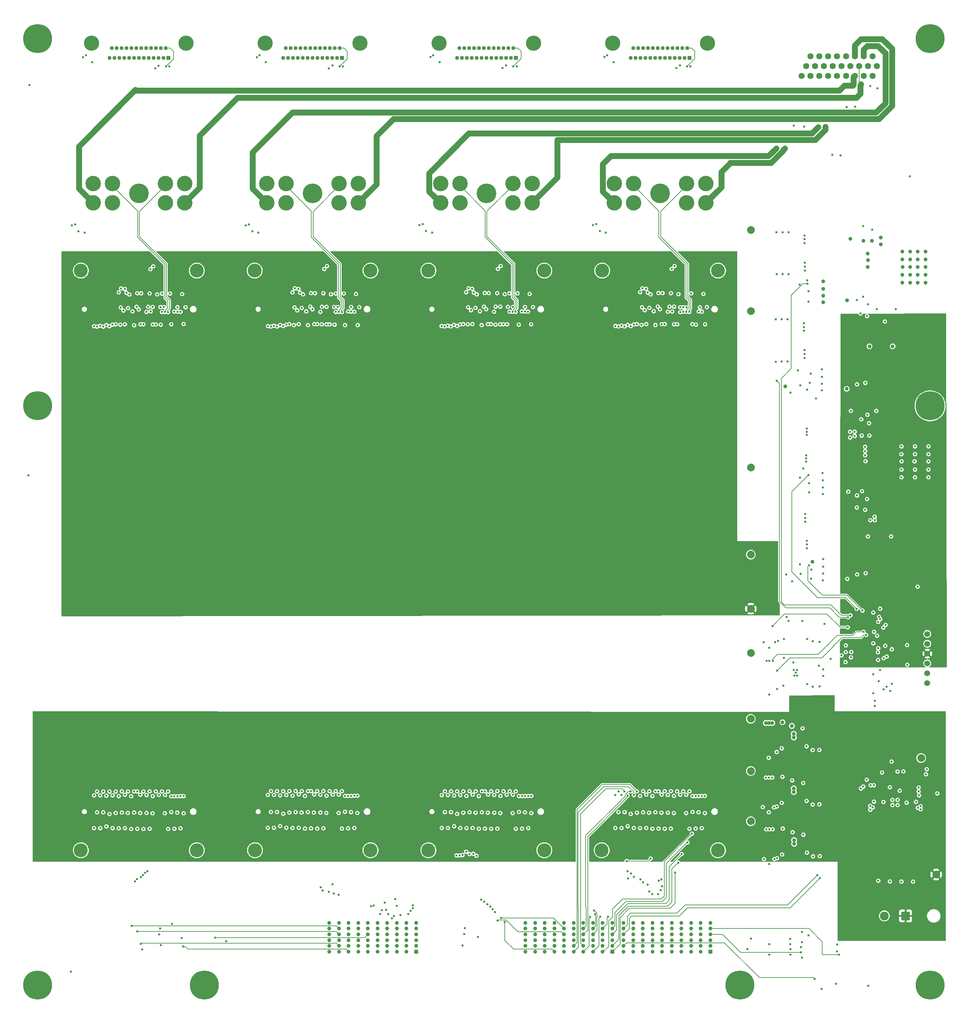
<source format=gbr>
%TF.GenerationSoftware,KiCad,Pcbnew,9.0.6-9.0.6~ubuntu22.04.1*%
%TF.CreationDate,2026-01-06T17:11:06-05:00*%
%TF.ProjectId,psc_carrier_brd,7073635f-6361-4727-9269-65725f627264,rev?*%
%TF.SameCoordinates,Original*%
%TF.FileFunction,Copper,L3,Inr*%
%TF.FilePolarity,Positive*%
%FSLAX46Y46*%
G04 Gerber Fmt 4.6, Leading zero omitted, Abs format (unit mm)*
G04 Created by KiCad (PCBNEW 9.0.6-9.0.6~ubuntu22.04.1) date 2026-01-06 17:11:06*
%MOMM*%
%LPD*%
G01*
G04 APERTURE LIST*
%TA.AperFunction,ComponentPad*%
%ADD10C,3.600000*%
%TD*%
%TA.AperFunction,ComponentPad*%
%ADD11C,2.000000*%
%TD*%
%TA.AperFunction,ComponentPad*%
%ADD12C,4.000000*%
%TD*%
%TA.AperFunction,ComponentPad*%
%ADD13C,5.080000*%
%TD*%
%TA.AperFunction,ComponentPad*%
%ADD14C,1.600200*%
%TD*%
%TA.AperFunction,ComponentPad*%
%ADD15C,7.500000*%
%TD*%
%TA.AperFunction,ComponentPad*%
%ADD16C,1.524000*%
%TD*%
%TA.AperFunction,ComponentPad*%
%ADD17R,1.016000X1.016000*%
%TD*%
%TA.AperFunction,ComponentPad*%
%ADD18C,1.016000*%
%TD*%
%TA.AperFunction,ComponentPad*%
%ADD19C,3.937000*%
%TD*%
%TA.AperFunction,ComponentPad*%
%ADD20R,1.000000X1.000000*%
%TD*%
%TA.AperFunction,ComponentPad*%
%ADD21C,1.000000*%
%TD*%
%TA.AperFunction,ComponentPad*%
%ADD22R,2.300000X2.300000*%
%TD*%
%TA.AperFunction,ComponentPad*%
%ADD23C,2.300000*%
%TD*%
%TA.AperFunction,ViaPad*%
%ADD24C,0.600000*%
%TD*%
%TA.AperFunction,ViaPad*%
%ADD25C,1.000000*%
%TD*%
%TA.AperFunction,Conductor*%
%ADD26C,0.150000*%
%TD*%
%TA.AperFunction,Conductor*%
%ADD27C,0.200000*%
%TD*%
%TA.AperFunction,Conductor*%
%ADD28C,1.500000*%
%TD*%
G04 APERTURE END LIST*
D10*
%TO.N,GND*%
%TO.C,MT11*%
X125000000Y-145000000D03*
%TD*%
D11*
%TO.N,-5.3V*%
%TO.C,TP4*%
X253500000Y-232500000D03*
%TD*%
D12*
%TO.N,/Ch3 Burden Resistor/Iin0.dcct+*%
%TO.C,U17*%
X173142000Y-122500000D03*
%TO.N,/Ch3 Burden Resistor/Vout0.dcct+*%
X178142000Y-122500000D03*
%TO.N,/Ch3 Burden Resistor/Vout0.dcct-*%
X191858000Y-122500000D03*
%TO.N,/Ch3 Burden Resistor/Iin0.dcct-*%
X196858000Y-122500000D03*
%TO.N,/Ch3 Burden Resistor/Iin1.dcct+*%
X173142000Y-127500000D03*
%TO.N,/Ch3 Burden Resistor/Vout1.dcct+*%
X178142000Y-127500000D03*
%TO.N,/Ch3 Burden Resistor/Vout1.dcct-*%
X191858000Y-127500000D03*
%TO.N,/Ch3 Burden Resistor/Iin1.dcct-*%
X196858000Y-127500000D03*
D13*
%TO.N,N/C*%
X185000000Y-125000000D03*
%TD*%
D14*
%TO.N,+15V_DCCT*%
%TO.C,J7*%
X285000000Y-94600000D03*
%TO.N,/Ch1 Burden Resistor/Iin0.dcct+*%
X282714000Y-94600000D03*
%TO.N,/Ch1 Burden Resistor/Iin1.dcct+*%
X280428000Y-94600000D03*
%TO.N,/Ch2 Burden Resistor/Iin0.dcct+*%
X278142000Y-94600000D03*
%TO.N,/DCCT Fault Logic/dcct_flt.12*%
X275830600Y-94600000D03*
%TO.N,/Ch4 Burden Resistor/Iin0.dcct+*%
X273544600Y-94600000D03*
%TO.N,/Ch3 Burden Resistor/Iin1.dcct+*%
X271258600Y-94600000D03*
%TO.N,/Ch3 Burden Resistor/Iin0.dcct+*%
X268972600Y-94600000D03*
%TO.N,+15V_DCCT*%
X266686600Y-94600000D03*
%TO.N,GND*%
X286143000Y-92060000D03*
%TO.N,/Ch1 Burden Resistor/Iin0.dcct-*%
X283857000Y-92060000D03*
%TO.N,/Ch1 Burden Resistor/Iin1.dcct-*%
X281571000Y-92060000D03*
%TO.N,/Ch2 Burden Resistor/Iin0.dcct-*%
X279259600Y-92060000D03*
%TO.N,/DCCT Fault Logic/dcct_flt.34*%
X276973600Y-92060000D03*
%TO.N,/Ch4 Burden Resistor/Iin0.dcct-*%
X274687600Y-92060000D03*
%TO.N,/Ch3 Burden Resistor/Iin1.dcct-*%
X272401600Y-92060000D03*
%TO.N,/Ch3 Burden Resistor/Iin0.dcct-*%
X270115600Y-92060000D03*
%TO.N,GND*%
X267829600Y-92060000D03*
%TO.N,-15V_DCCT*%
X285000000Y-89520000D03*
%TO.N,/Ch2 Burden Resistor/Iin1.dcct+*%
X282714000Y-89520000D03*
%TO.N,/Ch2 Burden Resistor/Iin1.dcct-*%
X280428000Y-89520000D03*
%TO.N,/DCCT Fault Logic/dcct_flt.56*%
X278142000Y-89520000D03*
%TO.N,/DCCT Fault Logic/dcct_flt.78*%
X275830600Y-89520000D03*
%TO.N,/Ch4 Burden Resistor/Iin1.dcct+*%
X273544600Y-89520000D03*
%TO.N,/Ch4 Burden Resistor/Iin1.dcct-*%
X271258600Y-89520000D03*
%TO.N,-15V_DCCT*%
X268972600Y-89520000D03*
%TD*%
D15*
%TO.N,GND*%
%TO.C,MT2*%
X111960000Y-329920000D03*
%TD*%
D10*
%TO.N,GND*%
%TO.C,MT21*%
X214866500Y-295000000D03*
%TD*%
D12*
%TO.N,/Ch2 Burden Resistor/Iin0.dcct+*%
%TO.C,U16*%
X128142000Y-122500000D03*
%TO.N,/Ch2 Burden Resistor/Vout0.dcct+*%
X133142000Y-122500000D03*
%TO.N,/Ch2 Burden Resistor/Vout0.dcct-*%
X146858000Y-122500000D03*
%TO.N,/Ch2 Burden Resistor/Iin0.dcct-*%
X151858000Y-122500000D03*
%TO.N,/Ch2 Burden Resistor/Iin1.dcct+*%
X128142000Y-127500000D03*
%TO.N,/Ch2 Burden Resistor/Vout1.dcct+*%
X133142000Y-127500000D03*
%TO.N,/Ch2 Burden Resistor/Vout1.dcct-*%
X146858000Y-127500000D03*
%TO.N,/Ch2 Burden Resistor/Iin1.dcct-*%
X151858000Y-127500000D03*
D13*
%TO.N,N/C*%
X140000000Y-125000000D03*
%TD*%
D16*
%TO.N,+18V*%
%TO.C,U1*%
X299200000Y-239040000D03*
%TO.N,GND*%
X299200000Y-241580000D03*
%TO.N,-18V*%
X299200000Y-244120000D03*
%TO.N,GND*%
X299200000Y-246660000D03*
X299200000Y-249200000D03*
X299200000Y-251740000D03*
%TD*%
D11*
%TO.N,+3.3V*%
%TO.C,TP5*%
X253500000Y-261000000D03*
%TD*%
D10*
%TO.N,GND*%
%TO.C,MT22*%
X245000000Y-295000000D03*
%TD*%
D11*
%TO.N,+15V_DCCT*%
%TO.C,TP10*%
X253500000Y-134500000D03*
%TD*%
%TO.N,+5.3V*%
%TO.C,TP3*%
X253500000Y-244000000D03*
%TD*%
%TO.N,+2.5V*%
%TO.C,TP7*%
X253500000Y-274500000D03*
%TD*%
D10*
%TO.N,GND*%
%TO.C,MT14*%
X155000000Y-295000000D03*
%TD*%
%TO.N,GND*%
%TO.C,MT9*%
X80000000Y-295000000D03*
%TD*%
D12*
%TO.N,/Ch1 Burden Resistor/Iin0.dcct+*%
%TO.C,U15*%
X83142000Y-122500000D03*
%TO.N,/Ch1 Burden Resistor/Vout0.dcct+*%
X88142000Y-122500000D03*
%TO.N,/Ch1 Burden Resistor/Vout0.dcct-*%
X101858000Y-122500000D03*
%TO.N,/Ch1 Burden Resistor/Iin0.dcct-*%
X106858000Y-122500000D03*
%TO.N,/Ch1 Burden Resistor/Iin1.dcct+*%
X83142000Y-127500000D03*
%TO.N,/Ch1 Burden Resistor/Vout1.dcct+*%
X88142000Y-127500000D03*
%TO.N,/Ch1 Burden Resistor/Vout1.dcct-*%
X101858000Y-127500000D03*
%TO.N,/Ch1 Burden Resistor/Iin1.dcct-*%
X106858000Y-127500000D03*
D13*
%TO.N,N/C*%
X95000000Y-125000000D03*
%TD*%
D10*
%TO.N,GND*%
%TO.C,MT17*%
X170000000Y-295000000D03*
%TD*%
D15*
%TO.N,GND*%
%TO.C,MT4*%
X299920000Y-85000000D03*
%TD*%
D10*
%TO.N,GND*%
%TO.C,MT18*%
X200000000Y-295000000D03*
%TD*%
D11*
%TO.N,+5.0V*%
%TO.C,TP2*%
X301500000Y-301300000D03*
%TD*%
D15*
%TO.N,GND*%
%TO.C,MT5*%
X299920000Y-329920000D03*
%TD*%
D11*
%TO.N,+15V*%
%TO.C,TP8*%
X253500000Y-196000000D03*
%TD*%
D15*
%TO.N,GND*%
%TO.C,MT24*%
X68780000Y-180000000D03*
%TD*%
D10*
%TO.N,GND*%
%TO.C,MT16*%
X200000000Y-145000000D03*
%TD*%
D15*
%TO.N,GND*%
%TO.C,MT6*%
X68780000Y-85000000D03*
%TD*%
D17*
%TO.N,/Ch2 Daughterboard/reg.out+*%
%TO.C,J11*%
X147620000Y-90000000D03*
D18*
%TO.N,unconnected-(J11-Pad2)*%
X146350000Y-90000000D03*
%TO.N,/Ch2 Daughterboard/ps.vout+*%
X145080000Y-90000000D03*
%TO.N,/Ch2 Daughterboard/ps.ignd+*%
X143810000Y-90000000D03*
%TO.N,/Ch2 Daughterboard/ps.spare+*%
X142540000Y-90000000D03*
%TO.N,unconnected-(J11-Pad6)*%
X141270000Y-90000000D03*
%TO.N,/Ch2 Daughterboard/digout.on1*%
X140000000Y-90000000D03*
%TO.N,/Ch2 Daughterboard/digout.on2*%
X138730000Y-90000000D03*
%TO.N,/Ch2 Daughterboard/digout.reset*%
X137460000Y-90000000D03*
%TO.N,/Ch2 Daughterboard/digout.spare*%
X136190000Y-90000000D03*
%TO.N,/Ch2 Daughterboard/digout.rtn*%
X134920000Y-90000000D03*
X133650000Y-90000000D03*
%TO.N,unconnected-(J11-Pad13)*%
X132380000Y-90000000D03*
%TO.N,/Ch2 Daughterboard/reg.out-*%
X146985000Y-87460000D03*
%TO.N,unconnected-(J11-Pad15)*%
X145715000Y-87460000D03*
%TO.N,/Ch2 Daughterboard/ps.vout-*%
X144445000Y-87460000D03*
%TO.N,/Ch2 Daughterboard/ps.ignd-*%
X143175000Y-87460000D03*
%TO.N,/Ch2 Daughterboard/ps.spare-*%
X141905000Y-87460000D03*
%TO.N,unconnected-(J11-Pad19)*%
X140635000Y-87460000D03*
%TO.N,/Ch2 Daughterboard/digin.acon*%
X139365000Y-87460000D03*
%TO.N,/Ch2 Daughterboard/digin.flt1*%
X138095000Y-87460000D03*
%TO.N,/Ch2 Daughterboard/digin.flt2*%
X136825000Y-87460000D03*
%TO.N,/Ch2 Daughterboard/digin.spare*%
X135555000Y-87460000D03*
%TO.N,/Ch2 Daughterboard/digin.rtn*%
X134285000Y-87460000D03*
X133015000Y-87460000D03*
D19*
%TO.N,N/C*%
X127744500Y-86190000D03*
X152255500Y-86190000D03*
%TD*%
D17*
%TO.N,/Ch4 Daughterboard/reg.out+*%
%TO.C,J17*%
X237620000Y-90000000D03*
D18*
%TO.N,unconnected-(J17-Pad2)*%
X236350000Y-90000000D03*
%TO.N,/Ch4 Daughterboard/ps.vout+*%
X235080000Y-90000000D03*
%TO.N,/Ch4 Daughterboard/ps.ignd+*%
X233810000Y-90000000D03*
%TO.N,/Ch4 Daughterboard/ps.spare+*%
X232540000Y-90000000D03*
%TO.N,unconnected-(J17-Pad6)*%
X231270000Y-90000000D03*
%TO.N,/Ch4 Daughterboard/digout.on1*%
X230000000Y-90000000D03*
%TO.N,/Ch4 Daughterboard/digout.on2*%
X228730000Y-90000000D03*
%TO.N,/Ch4 Daughterboard/digout.reset*%
X227460000Y-90000000D03*
%TO.N,/Ch4 Daughterboard/digout.spare*%
X226190000Y-90000000D03*
%TO.N,/Ch4 Daughterboard/digout.rtn*%
X224920000Y-90000000D03*
X223650000Y-90000000D03*
%TO.N,unconnected-(J17-Pad13)*%
X222380000Y-90000000D03*
%TO.N,/Ch4 Daughterboard/reg.out-*%
X236985000Y-87460000D03*
%TO.N,unconnected-(J17-Pad15)*%
X235715000Y-87460000D03*
%TO.N,/Ch4 Daughterboard/ps.vout-*%
X234445000Y-87460000D03*
%TO.N,/Ch4 Daughterboard/ps.ignd-*%
X233175000Y-87460000D03*
%TO.N,/Ch4 Daughterboard/ps.spare-*%
X231905000Y-87460000D03*
%TO.N,unconnected-(J17-Pad19)*%
X230635000Y-87460000D03*
%TO.N,/Ch4 Daughterboard/digin.acon*%
X229365000Y-87460000D03*
%TO.N,/Ch4 Daughterboard/digin.flt1*%
X228095000Y-87460000D03*
%TO.N,/Ch4 Daughterboard/digin.flt2*%
X226825000Y-87460000D03*
%TO.N,/Ch4 Daughterboard/digin.spare*%
X225555000Y-87460000D03*
%TO.N,/Ch4 Daughterboard/digin.rtn*%
X224285000Y-87460000D03*
X223015000Y-87460000D03*
D19*
%TO.N,N/C*%
X217744500Y-86190000D03*
X242255500Y-86190000D03*
%TD*%
D11*
%TO.N,-15V*%
%TO.C,TP9*%
X253500000Y-218500000D03*
%TD*%
D10*
%TO.N,GND*%
%TO.C,MT20*%
X245000000Y-145000000D03*
%TD*%
D20*
%TO.N,/Ch2 Daughterboard/dcct.cnv*%
%TO.C,J2*%
X166824000Y-321284000D03*
D21*
%TO.N,/Ch2 Daughterboard/dcct.sdo1*%
X164324000Y-321284000D03*
%TO.N,/Ch2 Daughterboard/dac.syncn*%
X161824000Y-321284000D03*
%TO.N,/Ch2 Daughterboard/digio.out2*%
X159324000Y-321284000D03*
%TO.N,/Ch2 Daughterboard/digio.in2*%
X156824000Y-321284000D03*
%TO.N,unconnected-(J2-PadA6)*%
X154324000Y-321284000D03*
%TO.N,/Ch1 Daughterboard/dcct.sck*%
X151824000Y-321284000D03*
%TO.N,/Ch1 Daughterboard/dac.sclk*%
X149324000Y-321284000D03*
%TO.N,/Ch1 Daughterboard/digio.out0*%
X146824000Y-321284000D03*
%TO.N,/Ch1 Daughterboard/digio.in0*%
X144324000Y-321284000D03*
%TO.N,/Ch2 Daughterboard/dcct.busy*%
X166824000Y-319784000D03*
%TO.N,unconnected-(J2-PadB2)*%
X164324000Y-319784000D03*
%TO.N,unconnected-(J2-PadB3)*%
X161824000Y-319784000D03*
%TO.N,/Ch2 Daughterboard/digio.out3*%
X159324000Y-319784000D03*
%TO.N,/Ch2 Daughterboard/digio.in3*%
X156824000Y-319784000D03*
%TO.N,unconnected-(J2-PadB6)*%
X154324000Y-319784000D03*
%TO.N,/Ch1 Daughterboard/dcct.sdo0*%
X151824000Y-319784000D03*
%TO.N,/Ch1 Daughterboard/dac.sdin*%
X149324000Y-319784000D03*
%TO.N,/Ch1 Daughterboard/digio.out1*%
X146824000Y-319784000D03*
%TO.N,/Ch1 Daughterboard/digio.in1*%
X144324000Y-319784000D03*
%TO.N,GND*%
X166824000Y-318284000D03*
X164324000Y-318284000D03*
X161824000Y-318284000D03*
X159324000Y-318284000D03*
X156824000Y-318284000D03*
X154324000Y-318284000D03*
X151824000Y-318284000D03*
X149324000Y-318284000D03*
X146824000Y-318284000D03*
X144324000Y-318284000D03*
%TO.N,/Ch2 Daughterboard/dcct.sck*%
X166824000Y-316784000D03*
%TO.N,/Ch2 Daughterboard/dac.sclk*%
X164324000Y-316784000D03*
%TO.N,/Ch2 Daughterboard/digio.out0*%
X161824000Y-316784000D03*
%TO.N,/Ch2 Daughterboard/digio.in0*%
X159324000Y-316784000D03*
%TO.N,unconnected-(J2-PadC5)*%
X156824000Y-316784000D03*
%TO.N,/Ch1 Daughterboard/dcct.cnv*%
X154324000Y-316784000D03*
%TO.N,/Ch1 Daughterboard/dcct.sdo1*%
X151824000Y-316784000D03*
%TO.N,/Ch1 Daughterboard/dac.syncn*%
X149324000Y-316784000D03*
%TO.N,/Ch1 Daughterboard/digio.out2*%
X146824000Y-316784000D03*
%TO.N,/Ch1 Daughterboard/digio.in2*%
X144324000Y-316784000D03*
%TO.N,/Ch2 Daughterboard/dcct.sdo0*%
X166824000Y-315284000D03*
%TO.N,/Ch2 Daughterboard/dac.sdin*%
X164324000Y-315284000D03*
%TO.N,/Ch2 Daughterboard/digio.out1*%
X161824000Y-315284000D03*
%TO.N,/Ch2 Daughterboard/digio.in1*%
X159324000Y-315284000D03*
%TO.N,unconnected-(J2-PadD5)*%
X156824000Y-315284000D03*
%TO.N,/Ch1 Daughterboard/dcct.busy*%
X154324000Y-315284000D03*
%TO.N,unconnected-(J2-PadD7)*%
X151824000Y-315284000D03*
%TO.N,unconnected-(J2-PadD8)*%
X149324000Y-315284000D03*
%TO.N,/Ch1 Daughterboard/digio.out3*%
X146824000Y-315284000D03*
%TO.N,/Ch1 Daughterboard/digio.in3*%
X144324000Y-315284000D03*
%TO.N,GND*%
X166824000Y-313784000D03*
X164324000Y-313784000D03*
X161824000Y-313784000D03*
X159324000Y-313784000D03*
X156824000Y-313784000D03*
X154324000Y-313784000D03*
X151824000Y-313784000D03*
X149324000Y-313784000D03*
X146824000Y-313784000D03*
X144324000Y-313784000D03*
%TD*%
D20*
%TO.N,/Ch4 Daughterboard/dcct.cnv*%
%TO.C,J1*%
X217624000Y-321284000D03*
D21*
%TO.N,/Ch4 Daughterboard/dcct.sdo1*%
X215124000Y-321284000D03*
%TO.N,/Ch4 Daughterboard/dac.syncn*%
X212624000Y-321284000D03*
%TO.N,/Ch4 Daughterboard/digio.out2*%
X210124000Y-321284000D03*
%TO.N,/Ch4 Daughterboard/digio.in2*%
X207624000Y-321284000D03*
%TO.N,unconnected-(J1-PadA6)*%
X205124000Y-321284000D03*
%TO.N,/Ch3 Daughterboard/dcct.sck*%
X202624000Y-321284000D03*
%TO.N,/Ch3 Daughterboard/dac.sclk*%
X200124000Y-321284000D03*
%TO.N,/Ch3 Daughterboard/digio.out0*%
X197624000Y-321284000D03*
%TO.N,/Ch3 Daughterboard/digio.in0*%
X195124000Y-321284000D03*
%TO.N,/Ch4 Daughterboard/dcct.busy*%
X217624000Y-319784000D03*
%TO.N,unconnected-(J1-PadB2)*%
X215124000Y-319784000D03*
%TO.N,unconnected-(J1-PadB3)*%
X212624000Y-319784000D03*
%TO.N,/Ch4 Daughterboard/digio.out3*%
X210124000Y-319784000D03*
%TO.N,/Ch4 Daughterboard/digio.in3*%
X207624000Y-319784000D03*
%TO.N,unconnected-(J1-PadB6)*%
X205124000Y-319784000D03*
%TO.N,/Ch3 Daughterboard/dcct.sdo0*%
X202624000Y-319784000D03*
%TO.N,/Ch3 Daughterboard/dac.sdin*%
X200124000Y-319784000D03*
%TO.N,/Ch3 Daughterboard/digio.out1*%
X197624000Y-319784000D03*
%TO.N,/Ch3 Daughterboard/digio.in1*%
X195124000Y-319784000D03*
%TO.N,GND*%
X217624000Y-318284000D03*
X215124000Y-318284000D03*
X212624000Y-318284000D03*
X210124000Y-318284000D03*
X207624000Y-318284000D03*
X205124000Y-318284000D03*
X202624000Y-318284000D03*
X200124000Y-318284000D03*
X197624000Y-318284000D03*
X195124000Y-318284000D03*
%TO.N,/Ch4 Daughterboard/dcct.sck*%
X217624000Y-316784000D03*
%TO.N,/Ch4 Daughterboard/dac.sclk*%
X215124000Y-316784000D03*
%TO.N,/Ch4 Daughterboard/digio.out0*%
X212624000Y-316784000D03*
%TO.N,/Ch4 Daughterboard/digio.in0*%
X210124000Y-316784000D03*
%TO.N,unconnected-(J1-PadC5)*%
X207624000Y-316784000D03*
%TO.N,/Ch3 Daughterboard/dcct.cnv*%
X205124000Y-316784000D03*
%TO.N,/Ch3 Daughterboard/dcct.sdo1*%
X202624000Y-316784000D03*
%TO.N,/Ch3 Daughterboard/dac.syncn*%
X200124000Y-316784000D03*
%TO.N,/Ch3 Daughterboard/digio.out2*%
X197624000Y-316784000D03*
%TO.N,/Ch3 Daughterboard/digio.in2*%
X195124000Y-316784000D03*
%TO.N,/Ch4 Daughterboard/dcct.sdo0*%
X217624000Y-315284000D03*
%TO.N,/Ch4 Daughterboard/dac.sdin*%
X215124000Y-315284000D03*
%TO.N,/Ch4 Daughterboard/digio.out1*%
X212624000Y-315284000D03*
%TO.N,/Ch4 Daughterboard/digio.in1*%
X210124000Y-315284000D03*
%TO.N,unconnected-(J1-PadD5)*%
X207624000Y-315284000D03*
%TO.N,/Ch3 Daughterboard/dcct.busy*%
X205124000Y-315284000D03*
%TO.N,unconnected-(J1-PadD7)*%
X202624000Y-315284000D03*
%TO.N,unconnected-(J1-PadD8)*%
X200124000Y-315284000D03*
%TO.N,/Ch3 Daughterboard/digio.out3*%
X197624000Y-315284000D03*
%TO.N,/Ch3 Daughterboard/digio.in3*%
X195124000Y-315284000D03*
%TO.N,GND*%
X217624000Y-313784000D03*
X215124000Y-313784000D03*
X212624000Y-313784000D03*
X210124000Y-313784000D03*
X207624000Y-313784000D03*
X205124000Y-313784000D03*
X202624000Y-313784000D03*
X200124000Y-313784000D03*
X197624000Y-313784000D03*
X195124000Y-313784000D03*
%TD*%
D10*
%TO.N,GND*%
%TO.C,MT8*%
X110000000Y-145000000D03*
%TD*%
%TO.N,GND*%
%TO.C,MT19*%
X215000000Y-145000000D03*
%TD*%
D15*
%TO.N,GND*%
%TO.C,MT3*%
X250644000Y-329920000D03*
%TD*%
D22*
%TO.N,+5.0V*%
%TO.C,J4*%
X293570000Y-312000000D03*
D23*
%TO.N,GND*%
X288070000Y-312000000D03*
%TD*%
D12*
%TO.N,/Ch4 Burden Resistor/Iin0.dcct+*%
%TO.C,U18*%
X218142000Y-122500000D03*
%TO.N,/Ch4 Burden Resistor/Vout0.dcct+*%
X223142000Y-122500000D03*
%TO.N,/Ch4 Burden Resistor/Vout0.dcct-*%
X236858000Y-122500000D03*
%TO.N,/Ch4 Burden Resistor/Iin0.dcct-*%
X241858000Y-122500000D03*
%TO.N,/Ch4 Burden Resistor/Iin1.dcct+*%
X218142000Y-127500000D03*
%TO.N,/Ch4 Burden Resistor/Vout1.dcct+*%
X223142000Y-127500000D03*
%TO.N,/Ch4 Burden Resistor/Vout1.dcct-*%
X236858000Y-127500000D03*
%TO.N,/Ch4 Burden Resistor/Iin1.dcct-*%
X241858000Y-127500000D03*
D13*
%TO.N,N/C*%
X230000000Y-125000000D03*
%TD*%
D10*
%TO.N,GND*%
%TO.C,MT15*%
X170000000Y-145000000D03*
%TD*%
D20*
%TO.N,/DCCT Fault Logic/dcct_flt_buf.12*%
%TO.C,J3*%
X243024000Y-321284000D03*
D21*
%TO.N,unconnected-(J3-PadA2)*%
X240524000Y-321284000D03*
%TO.N,/Ch4 Daughterboard/mon.busy*%
X238024000Y-321284000D03*
%TO.N,unconnected-(J3-PadA4)*%
X235524000Y-321284000D03*
%TO.N,/Ch3 Daughterboard/mon.busy*%
X233024000Y-321284000D03*
%TO.N,unconnected-(J3-PadA6)*%
X230524000Y-321284000D03*
%TO.N,/Ch2 Daughterboard/mon.busy*%
X228024000Y-321284000D03*
%TO.N,unconnected-(J3-PadA8)*%
X225524000Y-321284000D03*
%TO.N,/Ch1 Daughterboard/mon.busy*%
X223024000Y-321284000D03*
%TO.N,unconnected-(J3-PadA10)*%
X220524000Y-321284000D03*
%TO.N,/DCCT Fault Logic/dcct_flt_buf.34*%
X243024000Y-319784000D03*
%TO.N,unconnected-(J3-PadB2)*%
X240524000Y-319784000D03*
%TO.N,/Ch4 Daughterboard/mon.fs*%
X238024000Y-319784000D03*
%TO.N,unconnected-(J3-PadB4)*%
X235524000Y-319784000D03*
%TO.N,/Ch3 Daughterboard/mon.fs*%
X233024000Y-319784000D03*
%TO.N,unconnected-(J3-PadB6)*%
X230524000Y-319784000D03*
%TO.N,/Ch2 Daughterboard/mon.fs*%
X228024000Y-319784000D03*
%TO.N,unconnected-(J3-PadB8)*%
X225524000Y-319784000D03*
%TO.N,/Ch1 Daughterboard/mon.fs*%
X223024000Y-319784000D03*
%TO.N,/regulators/enb*%
X220524000Y-319784000D03*
%TO.N,GND*%
X243024000Y-318284000D03*
X240524000Y-318284000D03*
X238024000Y-318284000D03*
X235524000Y-318284000D03*
X233024000Y-318284000D03*
X230524000Y-318284000D03*
X228024000Y-318284000D03*
X225524000Y-318284000D03*
X223024000Y-318284000D03*
X220524000Y-318284000D03*
%TO.N,/DCCT Fault Logic/dcct_flt_buf.56*%
X243024000Y-316784000D03*
%TO.N,/Ch4 Daughterboard/mon.reset*%
X240524000Y-316784000D03*
%TO.N,/Ch4 Daughterboard/mon.sdo*%
X238024000Y-316784000D03*
%TO.N,/Ch3 Daughterboard/mon.reset*%
X235524000Y-316784000D03*
%TO.N,/Ch3 Daughterboard/mon.sdo*%
X233024000Y-316784000D03*
%TO.N,/Ch2 Daughterboard/mon.reset*%
X230524000Y-316784000D03*
%TO.N,/Ch2 Daughterboard/mon.sdo*%
X228024000Y-316784000D03*
%TO.N,/Ch1 Daughterboard/mon.reset*%
X225524000Y-316784000D03*
%TO.N,/Ch1 Daughterboard/mon.sdo*%
X223024000Y-316784000D03*
%TO.N,/regulators/i2c_sda*%
X220524000Y-316784000D03*
%TO.N,/DCCT Fault Logic/dcct_flt_buf.78*%
X243024000Y-315284000D03*
%TO.N,/Ch4 Daughterboard/mon.cnvrt*%
X240524000Y-315284000D03*
%TO.N,/Ch4 Daughterboard/mon.sclk*%
X238024000Y-315284000D03*
%TO.N,/Ch3 Daughterboard/mon.cnvrt*%
X235524000Y-315284000D03*
%TO.N,/Ch3 Daughterboard/mon.sclk*%
X233024000Y-315284000D03*
%TO.N,/Ch2 Daughterboard/mon.cnvrt*%
X230524000Y-315284000D03*
%TO.N,/Ch2 Daughterboard/mon.sclk*%
X228024000Y-315284000D03*
%TO.N,/Ch1 Daughterboard/mon.cnvrt*%
X225524000Y-315284000D03*
%TO.N,/Ch1 Daughterboard/mon.sclk*%
X223024000Y-315284000D03*
%TO.N,/regulators/i2c_scl*%
X220524000Y-315284000D03*
%TO.N,GND*%
X243024000Y-313784000D03*
X240524000Y-313784000D03*
X238024000Y-313784000D03*
X235524000Y-313784000D03*
X233024000Y-313784000D03*
X230524000Y-313784000D03*
X228024000Y-313784000D03*
X225524000Y-313784000D03*
X223024000Y-313784000D03*
X220524000Y-313784000D03*
%TD*%
D10*
%TO.N,GND*%
%TO.C,MT13*%
X125100000Y-295000000D03*
%TD*%
D11*
%TO.N,Net-(Q1-G)*%
%TO.C,TP1*%
X297600000Y-271150000D03*
%TD*%
D10*
%TO.N,GND*%
%TO.C,MT10*%
X110000000Y-295000000D03*
%TD*%
%TO.N,GND*%
%TO.C,MT7*%
X80000000Y-145000000D03*
%TD*%
D17*
%TO.N,/Ch3 Daughterboard/reg.out+*%
%TO.C,J14*%
X192620000Y-90000000D03*
D18*
%TO.N,unconnected-(J14-Pad2)*%
X191350000Y-90000000D03*
%TO.N,/Ch3 Daughterboard/ps.vout+*%
X190080000Y-90000000D03*
%TO.N,/Ch3 Daughterboard/ps.ignd+*%
X188810000Y-90000000D03*
%TO.N,/Ch3 Daughterboard/ps.spare+*%
X187540000Y-90000000D03*
%TO.N,unconnected-(J14-Pad6)*%
X186270000Y-90000000D03*
%TO.N,/Ch3 Daughterboard/digout.on1*%
X185000000Y-90000000D03*
%TO.N,/Ch3 Daughterboard/digout.on2*%
X183730000Y-90000000D03*
%TO.N,/Ch3 Daughterboard/digout.reset*%
X182460000Y-90000000D03*
%TO.N,/Ch3 Daughterboard/digout.spare*%
X181190000Y-90000000D03*
%TO.N,/Ch3 Daughterboard/digout.rtn*%
X179920000Y-90000000D03*
X178650000Y-90000000D03*
%TO.N,unconnected-(J14-Pad13)*%
X177380000Y-90000000D03*
%TO.N,/Ch3 Daughterboard/reg.out-*%
X191985000Y-87460000D03*
%TO.N,unconnected-(J14-Pad15)*%
X190715000Y-87460000D03*
%TO.N,/Ch3 Daughterboard/ps.vout-*%
X189445000Y-87460000D03*
%TO.N,/Ch3 Daughterboard/ps.ignd-*%
X188175000Y-87460000D03*
%TO.N,/Ch3 Daughterboard/ps.spare-*%
X186905000Y-87460000D03*
%TO.N,unconnected-(J14-Pad19)*%
X185635000Y-87460000D03*
%TO.N,/Ch3 Daughterboard/digin.acon*%
X184365000Y-87460000D03*
%TO.N,/Ch3 Daughterboard/digin.flt1*%
X183095000Y-87460000D03*
%TO.N,/Ch3 Daughterboard/digin.flt2*%
X181825000Y-87460000D03*
%TO.N,/Ch3 Daughterboard/digin.spare*%
X180555000Y-87460000D03*
%TO.N,/Ch3 Daughterboard/digin.rtn*%
X179285000Y-87460000D03*
X178015000Y-87460000D03*
D19*
%TO.N,N/C*%
X172744500Y-86190000D03*
X197255500Y-86190000D03*
%TD*%
D15*
%TO.N,GND*%
%TO.C,MT23*%
X299920000Y-180000000D03*
%TD*%
D11*
%TO.N,-15V_DCCT*%
%TO.C,TP11*%
X253500000Y-155500000D03*
%TD*%
D10*
%TO.N,GND*%
%TO.C,MT12*%
X155000000Y-145000000D03*
%TD*%
D17*
%TO.N,/Ch1 Daughterboard/reg.out+*%
%TO.C,J8*%
X102620000Y-90000000D03*
D18*
%TO.N,unconnected-(J8-Pad2)*%
X101350000Y-90000000D03*
%TO.N,/Ch1 Daughterboard/ps.vout+*%
X100080000Y-90000000D03*
%TO.N,/Ch1 Daughterboard/ps.ignd+*%
X98810000Y-90000000D03*
%TO.N,/Ch1 Daughterboard/ps.spare+*%
X97540000Y-90000000D03*
%TO.N,unconnected-(J8-Pad6)*%
X96270000Y-90000000D03*
%TO.N,/Ch1 Daughterboard/digout.on1*%
X95000000Y-90000000D03*
%TO.N,/Ch1 Daughterboard/digout.on2*%
X93730000Y-90000000D03*
%TO.N,/Ch1 Daughterboard/digout.reset*%
X92460000Y-90000000D03*
%TO.N,/Ch1 Daughterboard/digout.spare*%
X91190000Y-90000000D03*
%TO.N,/Ch1 Daughterboard/digout.rtn*%
X89920000Y-90000000D03*
X88650000Y-90000000D03*
%TO.N,unconnected-(J8-Pad13)*%
X87380000Y-90000000D03*
%TO.N,/Ch1 Daughterboard/reg.out-*%
X101985000Y-87460000D03*
%TO.N,unconnected-(J8-Pad15)*%
X100715000Y-87460000D03*
%TO.N,/Ch1 Daughterboard/ps.vout-*%
X99445000Y-87460000D03*
%TO.N,/Ch1 Daughterboard/ps.ignd-*%
X98175000Y-87460000D03*
%TO.N,/Ch1 Daughterboard/ps.spare-*%
X96905000Y-87460000D03*
%TO.N,unconnected-(J8-Pad19)*%
X95635000Y-87460000D03*
%TO.N,/Ch1 Daughterboard/digin.acon*%
X94365000Y-87460000D03*
%TO.N,/Ch1 Daughterboard/digin.flt1*%
X93095000Y-87460000D03*
%TO.N,/Ch1 Daughterboard/digin.flt2*%
X91825000Y-87460000D03*
%TO.N,/Ch1 Daughterboard/digin.spare*%
X90555000Y-87460000D03*
%TO.N,/Ch1 Daughterboard/digin.rtn*%
X89285000Y-87460000D03*
X88015000Y-87460000D03*
D19*
%TO.N,N/C*%
X82744500Y-86190000D03*
X107255500Y-86190000D03*
%TD*%
D11*
%TO.N,+1.8V*%
%TO.C,TP6*%
X253500000Y-287500000D03*
%TD*%
D15*
%TO.N,GND*%
%TO.C,MT1*%
X68780000Y-329920000D03*
%TD*%
D24*
%TO.N,*%
X284450000Y-209600000D03*
X285550000Y-208700000D03*
X285600000Y-209600000D03*
%TO.N,GND*%
X290175000Y-283300000D03*
X138000000Y-280950000D03*
X283125000Y-174075000D03*
X194190000Y-155545000D03*
X150800000Y-280900000D03*
X146750000Y-285350000D03*
X239200000Y-281000000D03*
X263700000Y-319350000D03*
X143550000Y-285350000D03*
X283100000Y-206900000D03*
X148400000Y-285050000D03*
X225300000Y-154495000D03*
X149200000Y-289350000D03*
X260190000Y-269585000D03*
X194250000Y-281000000D03*
X230620000Y-150825000D03*
X287850000Y-282500000D03*
X281000000Y-174450000D03*
X267528302Y-143000000D03*
X224800000Y-280950000D03*
X282600000Y-133500000D03*
X90600000Y-285250000D03*
X258150000Y-285190000D03*
X194250000Y-289400000D03*
X188600000Y-285400000D03*
X233550000Y-285400000D03*
X142400000Y-158900000D03*
X296950000Y-278800000D03*
X136780000Y-150735000D03*
D25*
X264690000Y-292390000D03*
D24*
X101750000Y-285450000D03*
X187850000Y-289400000D03*
X286500950Y-242729431D03*
X289500000Y-303100000D03*
X296275000Y-282475000D03*
X258240000Y-298590000D03*
X103400000Y-281050000D03*
X271250000Y-283140000D03*
X141200000Y-289400000D03*
X224800000Y-150595000D03*
X268050000Y-240325000D03*
X145700000Y-159000000D03*
X299500000Y-192500000D03*
X275800000Y-321200000D03*
X260550000Y-240825000D03*
X267590494Y-208000000D03*
D25*
X294725000Y-148100000D03*
D24*
X266200000Y-198600000D03*
X260200000Y-283690000D03*
X286399809Y-243769431D03*
D25*
X298725000Y-142100000D03*
D24*
X193065000Y-150895000D03*
X228000000Y-281000000D03*
X240800000Y-280950000D03*
X261590000Y-296100000D03*
X296000000Y-198500000D03*
X140620000Y-150855000D03*
X129200000Y-285100000D03*
D25*
X292725000Y-148100000D03*
D24*
X98600000Y-154400000D03*
X260300000Y-253250000D03*
X183850000Y-285200000D03*
D25*
X296725000Y-140100000D03*
D24*
X90300000Y-154550000D03*
D25*
X298725000Y-140100000D03*
D24*
X282600000Y-151800000D03*
X236808205Y-154508205D03*
X134000000Y-285250000D03*
X225200000Y-159050000D03*
X292500000Y-190500000D03*
X283600000Y-156800000D03*
X283875000Y-153675000D03*
X242100000Y-154445000D03*
X194990000Y-154395000D03*
X259600000Y-297300000D03*
X293000000Y-274600000D03*
X256600000Y-283840000D03*
X104200000Y-281050000D03*
X146000000Y-155675000D03*
X77400000Y-326400000D03*
X290175000Y-281975000D03*
X137540000Y-151165000D03*
X240300000Y-154500000D03*
X89800000Y-289350000D03*
X258300000Y-242650000D03*
X268050000Y-252000000D03*
X299500000Y-198500000D03*
D25*
X294725000Y-146100000D03*
D24*
X268000000Y-216900000D03*
X264650000Y-248350000D03*
X281000000Y-203200000D03*
X147600000Y-289400000D03*
X134800000Y-280900000D03*
X197090000Y-154445000D03*
X280950000Y-206300000D03*
X184960000Y-154985000D03*
X269590000Y-296590000D03*
X152100000Y-154475000D03*
X263300000Y-235700000D03*
X269550000Y-252700000D03*
X192650000Y-289450000D03*
X267800000Y-194400000D03*
X101000000Y-155700000D03*
X265450000Y-248350000D03*
X96200000Y-289500000D03*
X180650000Y-285200000D03*
X146500000Y-154400000D03*
X269490000Y-269085000D03*
X266700000Y-316200000D03*
X271340000Y-296540000D03*
D25*
X264600000Y-278990000D03*
D24*
X268000000Y-215900000D03*
D25*
X269475000Y-220350000D03*
D24*
X264200000Y-276940000D03*
X261780000Y-289400000D03*
X282300000Y-202100000D03*
X271800000Y-330900000D03*
X261900000Y-252400000D03*
D25*
X292775000Y-144100000D03*
D24*
X95350000Y-285350000D03*
X296000000Y-196500000D03*
X284900000Y-134400000D03*
X91780000Y-150760000D03*
X283200000Y-194350000D03*
X178250000Y-289250000D03*
X137200000Y-154675000D03*
X151225000Y-151050000D03*
D25*
X264590000Y-264885000D03*
D24*
X266700000Y-322800000D03*
X195050000Y-281000000D03*
X89800000Y-150650000D03*
X291500000Y-274650000D03*
X232800000Y-289400000D03*
X296000000Y-192500000D03*
X267590494Y-210000000D03*
X138800000Y-285150000D03*
X173450000Y-289250000D03*
X188590000Y-154345000D03*
X196215000Y-151020000D03*
X94600000Y-289450000D03*
X267940000Y-268135000D03*
X239300000Y-159000000D03*
X239200000Y-289400000D03*
X99770000Y-151150000D03*
X139970000Y-155015000D03*
X283900000Y-330100000D03*
X286500000Y-302900000D03*
X264750000Y-249800000D03*
X219200000Y-285150000D03*
X97800000Y-289450000D03*
D25*
X298725000Y-148100000D03*
X292725000Y-146100000D03*
D24*
X285400000Y-238500000D03*
X283600000Y-204100000D03*
X233600000Y-154345000D03*
X258140000Y-271085000D03*
X190400000Y-158900000D03*
X267100000Y-196200000D03*
X292500000Y-303110000D03*
X285350000Y-278200000D03*
X287000000Y-235200000D03*
X267273794Y-160600000D03*
X143600000Y-280900000D03*
X149200000Y-280950000D03*
X224000000Y-285300000D03*
X267950000Y-282240000D03*
X283825000Y-213800000D03*
X262060000Y-240325000D03*
X105000000Y-154450000D03*
X83400000Y-289300000D03*
X233150000Y-155600000D03*
X295900000Y-194375000D03*
X180290000Y-154495000D03*
X149200000Y-155575000D03*
X133200000Y-289200000D03*
X267273794Y-159600000D03*
X268000000Y-185900000D03*
X268000000Y-187500000D03*
X299500000Y-190500000D03*
X98050000Y-155550000D03*
X106600000Y-281000000D03*
D25*
X264140000Y-262835000D03*
D24*
X269500000Y-283190000D03*
X142000000Y-285250000D03*
X269000000Y-171700000D03*
X190990000Y-155645000D03*
X94970000Y-155040000D03*
X262780000Y-234680000D03*
X230350000Y-285300000D03*
X174250000Y-285150000D03*
X150000000Y-280950000D03*
X285400000Y-282450000D03*
X193450000Y-285100000D03*
X286950000Y-248400000D03*
X98550000Y-285450000D03*
X296000000Y-190500000D03*
X267382094Y-137900000D03*
X268040000Y-295640000D03*
D25*
X261690000Y-261885000D03*
D24*
X179050000Y-285300000D03*
X142800000Y-289350000D03*
X286700000Y-234600000D03*
X283225000Y-223325000D03*
X264300000Y-290340000D03*
X104200000Y-289450000D03*
X148400000Y-159100000D03*
D25*
X296725000Y-144100000D03*
D24*
X294700000Y-120600000D03*
X284550000Y-278200000D03*
X267406108Y-167600000D03*
X265100000Y-249045000D03*
X271240000Y-269035000D03*
X66700000Y-97000000D03*
X92540000Y-151190000D03*
X143600000Y-154375000D03*
X259800000Y-241200000D03*
X289950000Y-272050000D03*
X259500000Y-283900000D03*
X195850000Y-280950000D03*
X264500000Y-246450000D03*
X268800000Y-174000000D03*
X185610000Y-150825000D03*
X262050000Y-245200000D03*
X188650000Y-280950000D03*
X218400000Y-289250000D03*
X151600000Y-280900000D03*
D25*
X283725000Y-144025000D03*
D24*
X227200000Y-154645000D03*
X132400000Y-285550000D03*
X281900000Y-156100000D03*
X93000000Y-281050000D03*
X185400000Y-285300000D03*
X292500000Y-196500000D03*
X299500000Y-194375000D03*
X260290000Y-297090000D03*
X180200000Y-158900000D03*
X97000000Y-285350000D03*
X267800000Y-193600000D03*
X151700000Y-159100000D03*
D25*
X294725000Y-144100000D03*
D24*
X224800000Y-289300000D03*
X268600000Y-200000000D03*
X179850000Y-280950000D03*
D25*
X296725000Y-146100000D03*
D24*
X97000000Y-155700000D03*
X269550000Y-240950000D03*
X267273794Y-158600000D03*
X281000000Y-152600000D03*
D25*
X292725000Y-142100000D03*
D24*
X291500000Y-283300000D03*
X90200000Y-159000000D03*
X191903205Y-154403205D03*
X128400000Y-289200000D03*
X88200000Y-289300000D03*
X148400000Y-280950000D03*
X267528302Y-144000000D03*
X289825000Y-213800000D03*
X278000000Y-246300000D03*
X139600000Y-289350000D03*
X182190000Y-154645000D03*
X135300000Y-154525000D03*
X267590494Y-209000000D03*
X286650000Y-251250000D03*
X268000000Y-214900000D03*
X231200000Y-289450000D03*
X233600000Y-280950000D03*
X92200000Y-154700000D03*
X106600000Y-158800000D03*
X238350000Y-158850000D03*
X103400000Y-285150000D03*
X266100000Y-148600000D03*
X105800000Y-281000000D03*
X95620000Y-150880000D03*
X191800000Y-285400000D03*
X102600000Y-289500000D03*
X98600000Y-281000000D03*
X186250000Y-289450000D03*
X263750000Y-322000000D03*
X281025000Y-223625000D03*
X101500000Y-154425000D03*
X238400000Y-285100000D03*
X196600000Y-158900000D03*
X268000000Y-186700000D03*
X290000000Y-243000000D03*
X184650000Y-289400000D03*
X182530000Y-151135000D03*
X293850000Y-282700000D03*
X89000000Y-285350000D03*
X226780000Y-150705000D03*
X135600000Y-285150000D03*
X267406108Y-166600000D03*
X235200000Y-155750000D03*
X267382094Y-135900000D03*
D25*
X296725000Y-148100000D03*
D24*
X105000000Y-281050000D03*
X258250000Y-254750000D03*
X187400000Y-159000000D03*
X275500000Y-329600000D03*
X291000000Y-155000000D03*
X107100000Y-154500000D03*
X291500000Y-281975000D03*
X292500000Y-192500000D03*
X225600000Y-285200000D03*
X140350000Y-285250000D03*
D25*
X298725000Y-144100000D03*
D24*
X261490000Y-268635000D03*
X84200000Y-285200000D03*
X229600000Y-289400000D03*
X89800000Y-281000000D03*
X286500000Y-235900000D03*
X237600000Y-289450000D03*
D25*
X284225000Y-164600000D03*
D24*
X267800000Y-192800000D03*
X267528302Y-145000000D03*
X186990000Y-155645000D03*
X228800000Y-285200000D03*
X193450000Y-281000000D03*
X87400000Y-285650000D03*
X238400000Y-281000000D03*
X271290000Y-241080000D03*
D25*
X294725000Y-140100000D03*
D24*
X298850000Y-275350000D03*
X193400000Y-159000000D03*
D25*
X290225000Y-164600000D03*
D24*
X287000000Y-232500000D03*
X238075000Y-150895000D03*
D25*
X296725000Y-142100000D03*
D24*
X268400000Y-150300000D03*
X106225000Y-151075000D03*
X263800000Y-176600000D03*
D25*
X264730000Y-293340000D03*
D24*
X285200000Y-254400000D03*
D25*
X264630000Y-265835000D03*
D24*
X183050000Y-281000000D03*
X142000000Y-155675000D03*
X283500000Y-276750000D03*
D25*
X264640000Y-279940000D03*
D24*
X103400000Y-158900000D03*
X256900000Y-297300000D03*
X222400000Y-285600000D03*
X295500000Y-303150000D03*
X265500000Y-249800000D03*
X187050000Y-285300000D03*
X269150000Y-222345000D03*
X241225000Y-151020000D03*
X240000000Y-281000000D03*
X234770000Y-151095000D03*
X287475000Y-274875000D03*
X264162500Y-225412500D03*
X299500000Y-196500000D03*
X103075000Y-150950000D03*
X189760000Y-151095000D03*
X150000000Y-154425000D03*
X268100000Y-147500000D03*
X179790000Y-150595000D03*
D25*
X292725000Y-140100000D03*
D24*
X256800000Y-241200000D03*
X100700000Y-159000000D03*
X275900000Y-319400000D03*
X66400000Y-198000000D03*
X135200000Y-159100000D03*
X284100000Y-184500000D03*
D25*
X294725000Y-142100000D03*
D24*
X296700000Y-226800000D03*
X292500000Y-198500000D03*
X263650000Y-318000000D03*
X134800000Y-289250000D03*
X227540000Y-151135000D03*
X236000000Y-155645000D03*
X144770000Y-151125000D03*
X104200000Y-155600000D03*
X232000000Y-155645000D03*
X263750000Y-320600000D03*
X134800000Y-150625000D03*
X223200000Y-289250000D03*
X282100000Y-183500000D03*
X93800000Y-285250000D03*
X148075000Y-150925000D03*
X177450000Y-285600000D03*
X271300000Y-252600000D03*
X261500000Y-282740000D03*
X286200000Y-239500000D03*
X261690000Y-276000000D03*
X232000000Y-285300000D03*
X196650000Y-280950000D03*
X286450000Y-245770950D03*
X292550000Y-194375000D03*
X236750000Y-285400000D03*
X241650000Y-158900000D03*
X266800000Y-235700000D03*
X241600000Y-280950000D03*
X181770000Y-150705000D03*
X267406108Y-165600000D03*
D25*
X298725000Y-146100000D03*
D24*
X296950000Y-279800000D03*
X267382094Y-136900000D03*
X179850000Y-289300000D03*
X229970000Y-154985000D03*
%TO.N,-15V*%
X272225000Y-219700000D03*
X97800000Y-150900000D03*
X187790000Y-150845000D03*
X272225000Y-221600000D03*
X142420000Y-154365000D03*
X187410000Y-154335000D03*
X232800000Y-150845000D03*
X97420000Y-154390000D03*
X272225000Y-223400000D03*
X272550000Y-236450000D03*
X272162500Y-225162500D03*
X142800000Y-150875000D03*
X232420000Y-154335000D03*
%TO.N,+15V*%
X274150000Y-245500000D03*
X184390000Y-154315000D03*
X94400000Y-154370000D03*
X184590000Y-150795000D03*
X229600000Y-150795000D03*
X272100000Y-197400000D03*
X272125000Y-202800000D03*
X229400000Y-154315000D03*
X139600000Y-150825000D03*
X272125000Y-201100000D03*
X272200000Y-248200000D03*
X139400000Y-154345000D03*
X271150200Y-247300000D03*
X272200000Y-249900000D03*
X94600000Y-150850000D03*
X272125000Y-199300000D03*
%TO.N,+5.3V*%
X257550000Y-246000000D03*
X235200000Y-154500000D03*
X101000000Y-150950000D03*
X282700000Y-238500000D03*
X145590000Y-154415000D03*
X258300000Y-246000000D03*
X259200000Y-246000000D03*
X236000000Y-154500000D03*
X100590000Y-154440000D03*
X190990000Y-150895000D03*
X190580000Y-154385000D03*
X146000000Y-150925000D03*
%TO.N,-5.3V*%
X239300000Y-154600000D03*
X259200000Y-233400000D03*
X148925000Y-150950000D03*
X257550000Y-233400000D03*
X103925000Y-150975000D03*
X103725000Y-154425000D03*
X258400000Y-233400000D03*
X148725000Y-154400000D03*
X238550000Y-154591981D03*
X193915000Y-150920000D03*
X193715000Y-154370000D03*
%TO.N,+5.0V*%
X271200000Y-290950000D03*
X272300000Y-280300000D03*
X288650000Y-298200000D03*
X269000000Y-257000000D03*
X287200000Y-280200000D03*
X287750000Y-280750000D03*
X267000000Y-257000000D03*
X270000000Y-257000000D03*
X99450000Y-289550000D03*
X272450000Y-293750000D03*
X266000000Y-257000000D03*
X189500000Y-289500000D03*
X100200000Y-285350000D03*
X285850000Y-277300000D03*
X287400000Y-298200000D03*
X272250000Y-291990000D03*
X271100000Y-263500000D03*
X268100000Y-175800000D03*
X265000000Y-257000000D03*
X289500000Y-298200000D03*
X236050000Y-289450000D03*
X292500000Y-298200000D03*
X234450000Y-289500000D03*
X272400000Y-264500000D03*
X296350000Y-298200000D03*
X101050000Y-289500000D03*
X269100000Y-224725000D03*
X291650000Y-298200000D03*
X144450000Y-289450000D03*
X145200000Y-285250000D03*
X295500000Y-298200000D03*
X294650000Y-298200000D03*
X271100000Y-277600000D03*
X293350000Y-298200000D03*
X285700000Y-298200000D03*
X268000000Y-257000000D03*
X272400000Y-278600000D03*
X290350000Y-298200000D03*
X286550000Y-298200000D03*
X235200000Y-285300000D03*
X146050000Y-289400000D03*
X273000000Y-257000000D03*
X190250000Y-285300000D03*
X191100000Y-289450000D03*
%TO.N,+3.3V*%
X285600000Y-257700000D03*
X268450000Y-317050000D03*
X138000000Y-289400000D03*
X285215600Y-249451330D03*
X285215600Y-241451330D03*
X227150000Y-285300000D03*
X137150000Y-285250000D03*
X226400000Y-289250000D03*
X288300000Y-242100000D03*
X181450000Y-289250000D03*
X182200000Y-285300000D03*
D25*
X259040000Y-262085000D03*
X258190000Y-262085000D03*
D24*
X93000000Y-289500000D03*
X183050000Y-289450000D03*
X136400000Y-289200000D03*
X92150000Y-285350000D03*
X285200000Y-233500000D03*
X91400000Y-289300000D03*
X228000000Y-289450000D03*
X285600000Y-256300000D03*
D25*
X257390000Y-262085000D03*
D24*
X290000000Y-251900000D03*
%TO.N,+1.8V*%
X258300000Y-289590000D03*
X131602000Y-288750000D03*
X175850000Y-285150000D03*
X220000000Y-289250000D03*
X85800000Y-285200000D03*
X86602000Y-288850000D03*
X85000000Y-289300000D03*
X130800000Y-285100000D03*
X130000000Y-289200000D03*
X220800000Y-285150000D03*
X176652000Y-288800000D03*
X257490000Y-289590000D03*
X259140000Y-289590000D03*
X221602000Y-288800000D03*
X175050000Y-289250000D03*
%TO.N,+18V*%
X284200000Y-187700000D03*
X279200000Y-186700000D03*
D25*
X287175000Y-136450000D03*
D24*
X286000000Y-181300000D03*
X296750000Y-284050000D03*
X282200000Y-187700000D03*
X293990000Y-241910000D03*
D25*
X282625000Y-137250000D03*
D24*
X294000000Y-247000000D03*
X301800000Y-280300000D03*
X278100000Y-242000000D03*
D25*
X287175000Y-138200000D03*
X284875000Y-137250000D03*
D24*
X280400000Y-187800000D03*
X285050000Y-283950000D03*
X284400000Y-284550000D03*
X283100000Y-190600000D03*
D25*
X283850000Y-142325000D03*
D24*
X279200000Y-188200000D03*
X283100000Y-191700000D03*
D25*
X279225000Y-136800000D03*
D24*
X283100000Y-192800000D03*
X297050000Y-280800000D03*
X280400000Y-186700000D03*
X297450000Y-283600000D03*
D25*
X283750000Y-140625000D03*
D24*
X284400000Y-283550000D03*
X297450000Y-284400000D03*
%TO.N,-18V*%
X279400000Y-210800000D03*
D25*
X299225000Y-164300000D03*
D24*
X283700000Y-160800000D03*
X279400000Y-209800000D03*
X296000000Y-211500000D03*
X279400000Y-208900000D03*
X289900000Y-245800000D03*
X299500000Y-213500000D03*
D25*
X293225000Y-162300000D03*
D24*
X299500000Y-215500000D03*
D25*
X295225000Y-170300000D03*
D24*
X299500000Y-211500000D03*
D25*
X295225000Y-164300000D03*
X295225000Y-162300000D03*
D24*
X292500000Y-211500000D03*
D25*
X293225000Y-164300000D03*
D24*
X282400000Y-214400000D03*
X282400000Y-166200000D03*
D25*
X297225000Y-170300000D03*
X293225000Y-166300000D03*
X297225000Y-164300000D03*
D24*
X283400000Y-215500000D03*
X296000000Y-217500000D03*
X292500000Y-219500000D03*
X283500000Y-166200000D03*
X279000000Y-160600000D03*
D25*
X295225000Y-166300000D03*
X297225000Y-162300000D03*
D24*
X282400000Y-215500000D03*
D25*
X299225000Y-162300000D03*
X297225000Y-168300000D03*
X299225000Y-168300000D03*
D24*
X283700000Y-159900000D03*
X292500000Y-215500000D03*
D25*
X299225000Y-166300000D03*
D24*
X299500000Y-217500000D03*
X282000000Y-160400000D03*
D25*
X293225000Y-168300000D03*
X297225000Y-166300000D03*
D24*
X299500000Y-219500000D03*
X296000000Y-219500000D03*
X279000000Y-159500000D03*
D25*
X295225000Y-168300000D03*
D24*
X296000000Y-213500000D03*
D25*
X299225000Y-170300000D03*
D24*
X292500000Y-217500000D03*
D25*
X293225000Y-170300000D03*
D24*
X292500000Y-213500000D03*
X296000000Y-215500000D03*
D25*
%TO.N,/regulators/+15v -15v DCCT Regulators/-15V_DCCT_REG*%
X278325000Y-175600000D03*
D24*
X266300000Y-174700000D03*
X270400000Y-178100000D03*
X265750000Y-170825000D03*
D25*
X262400000Y-175000000D03*
%TO.N,/regulators/+15v -15v DCCT Regulators/+15V_DCCT_REG*%
X278425000Y-152700000D03*
D24*
X268400000Y-153000000D03*
%TO.N,/regulators/+15v -15v PSC Regulators/-15V_PSC_REG*%
X266200000Y-221050000D03*
X262650000Y-223650000D03*
X278500000Y-224775000D03*
X266387500Y-223462500D03*
%TO.N,/regulators/+15v -15v PSC Regulators/+15V_PSC_REG*%
X268600000Y-202400000D03*
X278725000Y-202200000D03*
%TO.N,+2.5V*%
X257400000Y-276190000D03*
X104950000Y-285250000D03*
X105800000Y-289350000D03*
X151600000Y-285350000D03*
X240800000Y-289300000D03*
X241600000Y-285400000D03*
X195000000Y-285200000D03*
X196650000Y-285400000D03*
X258200000Y-276200000D03*
X195850000Y-289300000D03*
X150800000Y-289250000D03*
X239950000Y-285200000D03*
X259050000Y-276190000D03*
X149950000Y-285150000D03*
X106600000Y-285450000D03*
%TO.N,-15V_DCCT*%
X259950000Y-157650000D03*
X261500000Y-157650000D03*
X263050000Y-157650000D03*
X279400000Y-181300000D03*
%TO.N,+15V_DCCT*%
X263250000Y-135100000D03*
X260150000Y-135100000D03*
X286100000Y-155000000D03*
X261750000Y-135100000D03*
%TO.N,/regulators/+15v -15v DCCT Regulators/isense_-15v*%
X260200000Y-173500000D03*
X278700000Y-234700000D03*
%TO.N,/regulators/+15v -15v DCCT Regulators/isense_+15v*%
X279300000Y-234200000D03*
X268200000Y-148400000D03*
%TO.N,/regulators/enb*%
X266900000Y-263450000D03*
X267100000Y-291000000D03*
X270000000Y-328300000D03*
X267050000Y-277600000D03*
%TO.N,/regulators/+15v -15v PSC Regulators/isense_-15v*%
X282400000Y-233000000D03*
X268600000Y-221300000D03*
%TO.N,/regulators/+15v -15v PSC Regulators/isense_+15v*%
X280900000Y-232500000D03*
X268400000Y-197900000D03*
%TO.N,/regulators/i2c_scl*%
X270700000Y-301500000D03*
X288700000Y-244900000D03*
X288400000Y-236700000D03*
X288700000Y-252700000D03*
%TO.N,/regulators/i2c_sda*%
X289600000Y-253800000D03*
X287800000Y-237400000D03*
X287900000Y-253400000D03*
X287900000Y-245300000D03*
X271400000Y-302200000D03*
%TO.N,/regulators/+5VA regulator/+5.3Vout*%
X283400000Y-239300000D03*
X260300000Y-248500000D03*
%TO.N,/regulators/+5VA regulator/-5.3Vout*%
X278600000Y-237300000D03*
X259100000Y-237000000D03*
%TO.N,/Ch2 Daughterboard/mon.sdo*%
X146725000Y-306525000D03*
X142000000Y-280650000D03*
X229500000Y-306350000D03*
%TO.N,/Ch2 Daughterboard/mon.reset*%
X138800000Y-279700000D03*
X230200000Y-305325000D03*
X142625000Y-305475000D03*
%TO.N,/Ch2 Daughterboard/mon.sclk*%
X142800000Y-279675000D03*
X145150000Y-303850000D03*
X226800000Y-303875000D03*
%TO.N,/Ch2 Daughterboard/mon.busy*%
X227200000Y-305700000D03*
X144200000Y-305800000D03*
X140400000Y-280550000D03*
%TO.N,/Ch1 Daughterboard/mon.sdo*%
X96625000Y-300900000D03*
X222450000Y-301000000D03*
X97000000Y-280750000D03*
%TO.N,/Ch2 Daughterboard/mon.cnvrt*%
X139600000Y-279700000D03*
X142100000Y-304575000D03*
X230525000Y-304325000D03*
%TO.N,/Ch1 Daughterboard/mon.fs*%
X223225000Y-301850000D03*
X96025000Y-301425000D03*
X96200000Y-279800000D03*
%TO.N,/Ch1 Daughterboard/mon.cnvrt*%
X224950000Y-302575000D03*
X94500000Y-302450000D03*
X94600000Y-279800000D03*
%TO.N,/Ch2 Daughterboard/mon.fs*%
X227975000Y-306375000D03*
X145525000Y-306200000D03*
X141200000Y-279700000D03*
%TO.N,/Ch1 Daughterboard/mon.sclk*%
X97800000Y-279775000D03*
X221625000Y-300474000D03*
X97224000Y-300474000D03*
%TO.N,/Ch1 Daughterboard/mon.reset*%
X225575000Y-303305285D03*
X94000000Y-303025000D03*
X93800000Y-279800000D03*
%TO.N,/Ch1 Daughterboard/mon.busy*%
X95400000Y-280650000D03*
X221650000Y-302301000D03*
X95500000Y-302000000D03*
%TO.N,/Ch2 Daughterboard/dac.sclk*%
X162725000Y-311775000D03*
X135600000Y-279675000D03*
%TO.N,/Ch1 Daughterboard/digio.out1*%
X95575000Y-319200000D03*
X84200000Y-279800000D03*
%TO.N,/Ch2 Daughterboard/dcct.busy*%
X165975000Y-310050000D03*
X145200000Y-280600000D03*
%TO.N,/Ch2 Daughterboard/dcct.sck*%
X146000000Y-279700000D03*
X161450000Y-307663252D03*
%TO.N,/Ch2 Daughterboard/digio.in3*%
X134000000Y-279725000D03*
X155848832Y-309356690D03*
%TO.N,/Ch1 Daughterboard/dac.syncn*%
X103550000Y-314075000D03*
X92200000Y-279800000D03*
%TO.N,/Ch1 Daughterboard/dac.sdin*%
X106150000Y-317750000D03*
X91400000Y-280650000D03*
%TO.N,/Ch1 Daughterboard/digio.in0*%
X86600000Y-280900000D03*
%TO.N,/Ch2 Daughterboard/digio.in2*%
X133200000Y-280700000D03*
X155150000Y-309530000D03*
%TO.N,/Ch1 Daughterboard/dcct.sdo0*%
X101800000Y-280700000D03*
%TO.N,/Ch2 Daughterboard/digio.out1*%
X129200000Y-279700000D03*
X161075000Y-312075000D03*
%TO.N,/Ch1 Daughterboard/dcct.busy*%
X100200000Y-280700000D03*
X117675000Y-318525000D03*
%TO.N,/Ch2 Daughterboard/digio.in1*%
X132400000Y-279725000D03*
X159050000Y-310450000D03*
%TO.N,/Ch1 Daughterboard/dcct.sck*%
X101000000Y-279800000D03*
%TO.N,/Ch1 Daughterboard/dcct.cnv*%
X114750000Y-317588000D03*
X99400000Y-279800000D03*
%TO.N,/Ch1 Daughterboard/digio.in1*%
X100725000Y-319600000D03*
X87400000Y-279825000D03*
%TO.N,/Ch1 Daughterboard/digio.out2*%
X94600000Y-316025000D03*
X85000000Y-280800000D03*
%TO.N,/Ch1 Daughterboard/digio.in3*%
X89000000Y-279825000D03*
X100500000Y-315284000D03*
%TO.N,/Ch2 Daughterboard/dcct.sdo0*%
X146800000Y-280600000D03*
X165950000Y-309250000D03*
%TO.N,/Ch2 Daughterboard/dcct.cnv*%
X144400000Y-279700000D03*
X165425000Y-310700000D03*
%TO.N,/Ch2 Daughterboard/dac.syncn*%
X158662500Y-308537500D03*
X137200000Y-279700000D03*
%TO.N,/Ch1 Daughterboard/digio.out3*%
X93150000Y-314588000D03*
X85800000Y-279825000D03*
%TO.N,/Ch1 Daughterboard/dac.sclk*%
X106500000Y-319895000D03*
X90600000Y-279775000D03*
%TO.N,/Ch2 Daughterboard/digio.out3*%
X130800000Y-279725000D03*
X159525000Y-311575000D03*
%TO.N,/Ch1 Daughterboard/dcct.sdo1*%
X102600000Y-279800000D03*
%TO.N,/Ch2 Daughterboard/dcct.sdo1*%
X164825000Y-311550000D03*
X147600000Y-279700000D03*
%TO.N,/Ch2 Daughterboard/digio.out0*%
X160605000Y-312650000D03*
X128400000Y-280700000D03*
%TO.N,/Ch1 Daughterboard/digio.in2*%
X88200000Y-280800000D03*
X100250000Y-316784000D03*
%TO.N,/Ch2 Daughterboard/digio.out2*%
X130000000Y-280700000D03*
X157475000Y-311525000D03*
%TO.N,/Ch2 Daughterboard/digio.in0*%
X157950000Y-310534000D03*
X131600000Y-280800000D03*
%TO.N,/Ch1 Daughterboard/digio.out0*%
X95875000Y-320675000D03*
X83400000Y-280800000D03*
%TO.N,/Ch2 Daughterboard/dac.sdin*%
X161825000Y-309400000D03*
X136400000Y-280550000D03*
%TO.N,/Ch2 Daughterboard/digin.rtn*%
X127857598Y-91072794D03*
%TO.N,/Ch2 Daughterboard/ps.vout+*%
X141200000Y-158875000D03*
X145125000Y-91950000D03*
%TO.N,/Ch2 Daughterboard/digin.spare*%
X125575000Y-89775000D03*
X131600000Y-159075000D03*
%TO.N,/Ch2 Daughterboard/ps.vout-*%
X144225000Y-92650000D03*
X140425000Y-158875000D03*
%TO.N,/Ch2 Daughterboard/digout.on2*%
X130000000Y-159275000D03*
X124375000Y-134800000D03*
%TO.N,/Ch2 Daughterboard/digin.acon*%
X134000000Y-158875000D03*
%TO.N,/Ch2 Daughterboard/digin.flt1*%
X133200000Y-158975000D03*
%TO.N,/Ch2 Burden Resistor/Vout0.dcct-*%
X147600000Y-155725000D03*
%TO.N,/Ch2 Daughterboard/reg.out-*%
X143625000Y-158925000D03*
X143000000Y-144600000D03*
X147025000Y-92150000D03*
%TO.N,/Ch2 Daughterboard/ps.ignd-*%
X138350000Y-155550000D03*
%TO.N,/Ch2 Daughterboard/digout.reset*%
X129200000Y-159475000D03*
X123500000Y-133025000D03*
%TO.N,/Ch2 Burden Resistor/Vout1.dcct+*%
X150000000Y-155600000D03*
%TO.N,/Ch2 Daughterboard/ps.spare+*%
X136400000Y-158875000D03*
X135400000Y-149600000D03*
%TO.N,/Ch2 Burden Resistor/Vout1.dcct-*%
X150800000Y-155650000D03*
%TO.N,/Ch2 Daughterboard/digin.flt2*%
X126275000Y-89300000D03*
X132400000Y-159375000D03*
%TO.N,/Ch2 Daughterboard/digout.on1*%
X125972000Y-135167696D03*
X130800000Y-159475000D03*
%TO.N,/Ch2 Daughterboard/ps.spare-*%
X136025000Y-155300000D03*
X136350000Y-149750000D03*
%TO.N,/Ch2 Burden Resistor/Vout0.dcct+*%
X146800000Y-155675000D03*
%TO.N,/Ch2 Daughterboard/reg.out+*%
X143725000Y-143850000D03*
X144425000Y-158925000D03*
X147875000Y-92175000D03*
%TO.N,/Ch2 Daughterboard/digout.spare*%
X122675000Y-133275000D03*
X128400000Y-159375000D03*
%TO.N,/Ch2 Daughterboard/ps.ignd+*%
X138800000Y-159125000D03*
%TO.N,/Ch1 Daughterboard/digin.flt2*%
X87400000Y-159400000D03*
X81275000Y-89325000D03*
%TO.N,/Ch1 Daughterboard/digin.acon*%
X89000000Y-158900000D03*
%TO.N,/Ch1 Daughterboard/ps.spare-*%
X91025000Y-155325000D03*
X91350000Y-149775000D03*
%TO.N,/Ch1 Daughterboard/ps.vout+*%
X96200000Y-158900000D03*
X100125000Y-91975000D03*
%TO.N,/Ch1 Daughterboard/digout.on2*%
X85000000Y-159300000D03*
X79375000Y-134825000D03*
%TO.N,/Ch1 Daughterboard/digin.rtn*%
X82895196Y-91065196D03*
%TO.N,/Ch1 Daughterboard/digout.spare*%
X83400000Y-159400000D03*
X77675000Y-133300000D03*
%TO.N,/Ch1 Daughterboard/reg.out-*%
X102025000Y-92175000D03*
X98625000Y-158950000D03*
X98000000Y-144625000D03*
%TO.N,/Ch1 Daughterboard/digout.reset*%
X84200000Y-159500000D03*
X78500000Y-133050000D03*
%TO.N,/Ch1 Daughterboard/ps.spare+*%
X90400000Y-149625000D03*
X91400000Y-158900000D03*
%TO.N,/Ch1 Daughterboard/digout.on1*%
X85800000Y-159500000D03*
X80972000Y-135192696D03*
%TO.N,/Ch1 Daughterboard/ps.vout-*%
X99225000Y-92675000D03*
X95425000Y-158900000D03*
%TO.N,/Ch1 Daughterboard/digin.flt1*%
X88200000Y-159000000D03*
%TO.N,/Ch1 Daughterboard/ps.ignd-*%
X93350000Y-155575000D03*
%TO.N,/Ch1 Daughterboard/digin.spare*%
X86600000Y-159100000D03*
X80575000Y-89800000D03*
%TO.N,/Ch1 Daughterboard/reg.out+*%
X99425000Y-158950000D03*
X102875000Y-92200000D03*
X98725000Y-143875000D03*
%TO.N,/Ch1 Daughterboard/ps.ignd+*%
X93800000Y-159150000D03*
%TO.N,/Ch1 Burden Resistor/Vout0.dcct+*%
X101800000Y-155700000D03*
%TO.N,/Ch1 Burden Resistor/Vout1.dcct-*%
X105800000Y-155675000D03*
%TO.N,/Ch1 Burden Resistor/Vout1.dcct+*%
X105000000Y-155625000D03*
%TO.N,/Ch1 Burden Resistor/Vout0.dcct-*%
X102600000Y-155750000D03*
%TO.N,/Ch1 Burden Resistor/Iin0.dcct+*%
X284400000Y-97250000D03*
%TO.N,/Ch1 Burden Resistor/Iin0.dcct-*%
X286300000Y-97800000D03*
%TO.N,/Ch2 Burden Resistor/Iin0.dcct-*%
X280500000Y-102600000D03*
%TO.N,/Ch2 Burden Resistor/Iin0.dcct+*%
X278300000Y-102700000D03*
%TO.N,/DCCT Fault Logic/dcct_flt_buf.78*%
X276300000Y-322025001D03*
%TO.N,/DCCT Fault Logic/dcct_flt_buf.56*%
X266500000Y-321400000D03*
%TO.N,/DCCT Fault Logic/dcct_flt_buf.34*%
X266500000Y-320100000D03*
%TO.N,/DCCT Fault Logic/dcct_flt_buf.12*%
X266700000Y-318800000D03*
%TO.N,/DCCT Fault Logic/dcct_flt.78*%
X258300000Y-322000000D03*
%TO.N,/DCCT Fault Logic/dcct_flt.34*%
X258300000Y-319300000D03*
%TO.N,Net-(Q1-G)*%
X289500000Y-278700000D03*
X282000000Y-279050000D03*
X299050000Y-274050000D03*
%TO.N,Net-(U11-SYNC{slash}MODE)*%
X292050000Y-279600000D03*
X282600000Y-278550000D03*
%TO.N,Net-(U13-V2)*%
X278055390Y-243720000D03*
X277000000Y-244600000D03*
%TO.N,/Ch3 Daughterboard/dcct.busy*%
X188800000Y-312550000D03*
X190250000Y-280650000D03*
%TO.N,/Ch4 Daughterboard/digio.in0*%
X221600000Y-280850000D03*
%TO.N,/Ch4 Daughterboard/digio.in1*%
X222400000Y-279775000D03*
%TO.N,/Ch4 Daughterboard/dac.sdin*%
X216550000Y-312200000D03*
X226400000Y-280600000D03*
%TO.N,/Ch3 Daughterboard/digio.out1*%
X174250000Y-279750000D03*
%TO.N,/Ch3 Daughterboard/digio.out0*%
X173450000Y-280750000D03*
%TO.N,/Ch3 Daughterboard/dcct.sdo1*%
X192650000Y-279750000D03*
%TO.N,/Ch4 Daughterboard/dac.sclk*%
X225600000Y-279725000D03*
%TO.N,/Ch3 Daughterboard/digio.in2*%
X179250000Y-316700000D03*
X178850000Y-296250000D03*
X178250000Y-280750000D03*
%TO.N,/Ch4 Daughterboard/dcct.busy*%
X235200000Y-280650000D03*
X234725000Y-298225000D03*
%TO.N,/Ch3 Daughterboard/digio.in0*%
X176650000Y-280850000D03*
X177250000Y-296350000D03*
%TO.N,/Ch3 Daughterboard/digio.in1*%
X178050000Y-296350000D03*
X177450000Y-279775000D03*
X178825000Y-319625000D03*
%TO.N,/Ch3 Daughterboard/digio.out3*%
X175850000Y-279775000D03*
%TO.N,/Ch3 Daughterboard/dcct.sck*%
X191050000Y-279750000D03*
X189800000Y-313550000D03*
%TO.N,/Ch3 Daughterboard/dac.sdin*%
X181450000Y-280600000D03*
X181625000Y-295925000D03*
%TO.N,/Ch3 Daughterboard/digio.out2*%
X175050000Y-280750000D03*
%TO.N,/Ch4 Daughterboard/digio.in2*%
X223200000Y-280750000D03*
%TO.N,/Ch4 Daughterboard/digio.out3*%
X220800000Y-279775000D03*
%TO.N,/Ch4 Daughterboard/digio.out1*%
X213180000Y-311549982D03*
X219200000Y-279750000D03*
%TO.N,/Ch4 Daughterboard/digio.out2*%
X220000000Y-280750000D03*
X211875000Y-312325000D03*
%TO.N,/Ch3 Daughterboard/dcct.sdo0*%
X191850000Y-280650000D03*
%TO.N,/Ch4 Daughterboard/dcct.sdo0*%
X237075000Y-293025000D03*
X236800000Y-280650000D03*
%TO.N,/Ch3 Daughterboard/digio.in3*%
X179050000Y-279775000D03*
X179450000Y-315200000D03*
X179750000Y-295400000D03*
%TO.N,/Ch4 Daughterboard/digio.in3*%
X224000000Y-279775000D03*
%TO.N,/Ch4 Daughterboard/dcct.cnv*%
X234400000Y-279750000D03*
X233925000Y-300775000D03*
%TO.N,/Ch3 Daughterboard/dac.sclk*%
X180650000Y-296000000D03*
X180650000Y-279725000D03*
%TO.N,/Ch4 Daughterboard/dac.syncn*%
X227200000Y-279750000D03*
X214500000Y-312250000D03*
X221325000Y-297800000D03*
X227550000Y-297150000D03*
%TO.N,/Ch4 Daughterboard/dcct.sck*%
X235600000Y-295975000D03*
X236000000Y-279750000D03*
%TO.N,/Ch3 Daughterboard/dac.syncn*%
X182825000Y-317500000D03*
X182450000Y-296450000D03*
X182250000Y-279750000D03*
%TO.N,/Ch4 Daughterboard/dcct.sdo1*%
X237600000Y-279750000D03*
X238237500Y-290737500D03*
%TO.N,/Ch3 Daughterboard/dcct.cnv*%
X189450000Y-279750000D03*
X187925000Y-313200000D03*
%TO.N,/Ch4 Daughterboard/digio.out0*%
X212900000Y-310625000D03*
X218400000Y-280750000D03*
%TO.N,/Ch4 Daughterboard/mon.fs*%
X231200000Y-279750000D03*
%TO.N,/Ch3 Daughterboard/mon.sdo*%
X187050000Y-280700000D03*
X186675000Y-310275000D03*
%TO.N,/Ch4 Daughterboard/mon.reset*%
X229675000Y-302925000D03*
X228800000Y-279750000D03*
%TO.N,/Ch4 Daughterboard/mon.sclk*%
X232800000Y-279725000D03*
%TO.N,/Ch3 Daughterboard/mon.reset*%
X183700000Y-307825000D03*
X183850000Y-279750000D03*
%TO.N,/Ch3 Daughterboard/mon.sclk*%
X187850000Y-279725000D03*
X187274000Y-311000000D03*
%TO.N,/Ch3 Daughterboard/mon.busy*%
X185300000Y-308975000D03*
X185450000Y-280600000D03*
%TO.N,/Ch3 Daughterboard/mon.cnvrt*%
X184450000Y-308325000D03*
X184650000Y-279750000D03*
%TO.N,/Ch4 Daughterboard/mon.sdo*%
X232000000Y-280700000D03*
%TO.N,/Ch3 Daughterboard/mon.fs*%
X186075000Y-309550000D03*
X186250000Y-279750000D03*
%TO.N,/Ch4 Daughterboard/mon.cnvrt*%
X229600000Y-279750000D03*
X230300000Y-302525000D03*
%TO.N,/Ch4 Daughterboard/mon.busy*%
X230400000Y-280600000D03*
%TO.N,/DCCT Fault Logic/dcct_flt.12*%
X253500000Y-317900000D03*
%TO.N,/Ch3 Burden Resistor/Iin0.dcct-*%
X267300000Y-107700000D03*
%TO.N,/DCCT Fault Logic/dcct_flt.56*%
X252600000Y-320600000D03*
%TO.N,/Ch4 Burden Resistor/Iin1.dcct-*%
X262300000Y-113400000D03*
%TO.N,/Ch3 Burden Resistor/Iin0.dcct+*%
X264600000Y-107500000D03*
%TO.N,/Ch4 Burden Resistor/Iin0.dcct+*%
X274600000Y-115000000D03*
%TO.N,/Ch4 Burden Resistor/Iin1.dcct+*%
X260100000Y-113400000D03*
%TO.N,/Ch4 Burden Resistor/Iin0.dcct-*%
X276700000Y-115200000D03*
%TO.N,/Ch3 Burden Resistor/Iin1.dcct-*%
X272800000Y-107800000D03*
%TO.N,/Ch3 Burden Resistor/Iin1.dcct+*%
X271000000Y-107900000D03*
%TO.N,/Ch3 Burden Resistor/Vout0.dcct-*%
X192590000Y-155695000D03*
%TO.N,/Ch3 Daughterboard/digout.on1*%
X170962000Y-135137696D03*
X175790000Y-159445000D03*
%TO.N,/Ch3 Daughterboard/digin.flt1*%
X178190000Y-158945000D03*
%TO.N,/Ch3 Daughterboard/digin.rtn*%
X172937598Y-91042794D03*
%TO.N,/Ch3 Daughterboard/digout.on2*%
X169365000Y-134770000D03*
X174990000Y-159245000D03*
%TO.N,/Ch3 Daughterboard/ps.ignd+*%
X183790000Y-159095000D03*
%TO.N,/Ch3 Daughterboard/ps.spare-*%
X181340000Y-149720000D03*
X181015000Y-155270000D03*
%TO.N,/Ch3 Daughterboard/digout.reset*%
X174190000Y-159445000D03*
X168490000Y-132995000D03*
%TO.N,/Ch3 Daughterboard/digin.spare*%
X176590000Y-159045000D03*
X170565000Y-89745000D03*
%TO.N,/Ch3 Burden Resistor/Vout1.dcct-*%
X195790000Y-155620000D03*
%TO.N,/Ch3 Daughterboard/ps.vout+*%
X190115000Y-91920000D03*
X186190000Y-158845000D03*
%TO.N,/Ch3 Daughterboard/reg.out-*%
X188615000Y-158895000D03*
X187990000Y-144570000D03*
X192015000Y-92120000D03*
%TO.N,/Ch3 Daughterboard/digin.acon*%
X178990000Y-158845000D03*
%TO.N,/Ch3 Daughterboard/ps.vout-*%
X185415000Y-158845000D03*
X189215000Y-92620000D03*
%TO.N,/Ch3 Daughterboard/digout.spare*%
X173390000Y-159345000D03*
X167665000Y-133245000D03*
%TO.N,/Ch3 Daughterboard/digin.flt2*%
X177390000Y-159345000D03*
X171265000Y-89270000D03*
%TO.N,/Ch3 Daughterboard/reg.out+*%
X192865000Y-92145000D03*
X189415000Y-158895000D03*
X188715000Y-143820000D03*
%TO.N,/Ch3 Burden Resistor/Vout1.dcct+*%
X194990000Y-155570000D03*
%TO.N,/Ch3 Burden Resistor/Vout0.dcct+*%
X191790000Y-155645000D03*
%TO.N,/Ch3 Daughterboard/ps.ignd-*%
X183340000Y-155520000D03*
%TO.N,/Ch3 Daughterboard/ps.spare+*%
X181390000Y-158845000D03*
X180390000Y-149570000D03*
%TO.N,Net-(U13-V3)*%
X279500000Y-243700000D03*
X288200000Y-158200000D03*
%TO.N,Net-(U13-V6)*%
X279400000Y-245100000D03*
X283700000Y-182300000D03*
%TO.N,/Ch4 Daughterboard/digout.on2*%
X214375000Y-134770000D03*
X220000000Y-159245000D03*
%TO.N,/Ch4 Daughterboard/digin.flt1*%
X223200000Y-158945000D03*
%TO.N,/Ch4 Daughterboard/digin.rtn*%
X217937598Y-91052794D03*
%TO.N,/Ch4 Daughterboard/digin.acon*%
X224000000Y-158845000D03*
%TO.N,/Ch4 Daughterboard/digout.spare*%
X218400000Y-159345000D03*
X212675000Y-133245000D03*
%TO.N,/Ch4 Daughterboard/digin.spare*%
X215575000Y-89745000D03*
X221600000Y-159045000D03*
%TO.N,/Ch4 Burden Resistor/Vout1.dcct-*%
X240800000Y-155620000D03*
%TO.N,/Ch4 Daughterboard/ps.vout-*%
X234225000Y-92620000D03*
X230425000Y-158845000D03*
%TO.N,/Ch4 Burden Resistor/Vout0.dcct-*%
X237600000Y-155695000D03*
%TO.N,/Ch4 Daughterboard/digout.on1*%
X215972000Y-135137696D03*
X220800000Y-159445000D03*
%TO.N,/Ch4 Daughterboard/digout.reset*%
X213500000Y-132995000D03*
X219200000Y-159445000D03*
%TO.N,/Ch4 Daughterboard/ps.spare-*%
X226025000Y-155270000D03*
X226350000Y-149720000D03*
%TO.N,/Ch4 Daughterboard/ps.vout+*%
X231200000Y-158845000D03*
X235125000Y-91920000D03*
%TO.N,/Ch4 Daughterboard/ps.ignd-*%
X228350000Y-155520000D03*
%TO.N,/Ch4 Burden Resistor/Vout1.dcct+*%
X240000000Y-155570000D03*
%TO.N,/Ch4 Daughterboard/reg.out-*%
X237025000Y-92120000D03*
X233000000Y-144570000D03*
X233625000Y-158895000D03*
%TO.N,/Ch4 Daughterboard/ps.spare+*%
X225400000Y-149570000D03*
X226400000Y-158845000D03*
%TO.N,/Ch4 Daughterboard/reg.out+*%
X237875000Y-92145000D03*
X234425000Y-158895000D03*
X233725000Y-143820000D03*
%TO.N,/Ch4 Daughterboard/digin.flt2*%
X222400000Y-159345000D03*
X216275000Y-89270000D03*
%TO.N,/Ch4 Daughterboard/ps.ignd+*%
X228800000Y-159095000D03*
%TO.N,/Ch4 Burden Resistor/Vout0.dcct+*%
X236800000Y-155645000D03*
%TO.N,/regulators/+15v -15v DCCT Regulators/+15V_DCCT_uf*%
X260250000Y-145900000D03*
D25*
X272225000Y-149700000D03*
D24*
X263300000Y-145944000D03*
D25*
X272225000Y-147800000D03*
D24*
X261750000Y-145900000D03*
D25*
X272225000Y-151500000D03*
X272225000Y-153200000D03*
D24*
%TO.N,/regulators/+15v -15v DCCT Regulators/-15V_DCCT_uf*%
X260000000Y-168600000D03*
X271925000Y-170600000D03*
X271925000Y-174300000D03*
X271925000Y-172500000D03*
X263050000Y-168550000D03*
X261500000Y-168550000D03*
X271925000Y-176000000D03*
%TD*%
D26*
%TO.N,+5.3V*%
X282700000Y-238500000D02*
X280800000Y-238500000D01*
X280800000Y-238500000D02*
X279900000Y-239400000D01*
X259200000Y-245500000D02*
X259200000Y-246000000D01*
X271000000Y-244300000D02*
X260400000Y-244300000D01*
X260400000Y-244300000D02*
X259200000Y-245500000D01*
X279900000Y-239400000D02*
X275900000Y-239400000D01*
X275900000Y-239400000D02*
X271000000Y-244300000D01*
%TO.N,/regulators/+15v -15v DCCT Regulators/isense_-15v*%
X276400000Y-234700000D02*
X274000000Y-232300000D01*
X274000000Y-232300000D02*
X262616748Y-232300000D01*
X260900000Y-174200000D02*
X260200000Y-173500000D01*
X260900000Y-230500000D02*
X260900000Y-174200000D01*
X262616748Y-232300000D02*
X260900000Y-230583252D01*
X260900000Y-230583252D02*
X260900000Y-230500000D01*
X278700000Y-234700000D02*
X276400000Y-234700000D01*
%TO.N,/regulators/+15v -15v DCCT Regulators/isense_+15v*%
X262200000Y-231500000D02*
X261400000Y-230700000D01*
X279300000Y-234200000D02*
X277000000Y-234200000D01*
X263975725Y-151425725D02*
X267001450Y-148400000D01*
X274300000Y-231500000D02*
X262200000Y-231500000D01*
X261400000Y-230700000D02*
X261400000Y-172900000D01*
X263975725Y-151425725D02*
X263975725Y-170324275D01*
X263975725Y-170324275D02*
X261400000Y-172900000D01*
X267001450Y-148400000D02*
X268200000Y-148400000D01*
X277000000Y-234200000D02*
X274300000Y-231500000D01*
%TO.N,/regulators/enb*%
X246680000Y-318980000D02*
X255700000Y-328000000D01*
X220524000Y-319784000D02*
X221328000Y-318980000D01*
X255700000Y-328000000D02*
X269700000Y-328000000D01*
X269700000Y-328000000D02*
X270000000Y-328300000D01*
X221328000Y-318980000D02*
X246680000Y-318980000D01*
%TO.N,/regulators/+15v -15v PSC Regulators/isense_-15v*%
X268600000Y-221300000D02*
X268300000Y-221600000D01*
X268300000Y-225300000D02*
X272000000Y-229000000D01*
X268300000Y-221600000D02*
X268300000Y-225300000D01*
X278400000Y-229000000D02*
X282400000Y-233000000D01*
X272000000Y-229000000D02*
X278400000Y-229000000D01*
%TO.N,/regulators/+15v -15v PSC Regulators/isense_+15v*%
X264100000Y-223000000D02*
X264100000Y-218400000D01*
X264100000Y-202200000D02*
X268400000Y-197900000D01*
X264100000Y-218400000D02*
X264100000Y-202200000D01*
X278100000Y-229700000D02*
X270800000Y-229700000D01*
X280900000Y-232500000D02*
X278100000Y-229700000D01*
X270800000Y-229700000D02*
X264100000Y-223000000D01*
D27*
%TO.N,/regulators/i2c_scl*%
X220524000Y-315284000D02*
X221500000Y-314308000D01*
X221500000Y-312100000D02*
X222300000Y-311300000D01*
X234400000Y-311300000D02*
X236500000Y-309200000D01*
X236500000Y-309200000D02*
X263000000Y-309200000D01*
X263000000Y-309200000D02*
X270700000Y-301500000D01*
X221500000Y-314308000D02*
X221500000Y-312100000D01*
X222300000Y-311300000D02*
X234400000Y-311300000D01*
%TO.N,/regulators/i2c_sda*%
X220524000Y-316784000D02*
X222000000Y-315308000D01*
X222600000Y-312000000D02*
X235000000Y-312000000D01*
X263700000Y-309900000D02*
X271400000Y-302200000D01*
X222000000Y-315308000D02*
X222000000Y-312600000D01*
X222000000Y-312600000D02*
X222600000Y-312000000D01*
X237100000Y-309900000D02*
X263700000Y-309900000D01*
X235000000Y-312000000D02*
X237100000Y-309900000D01*
D26*
%TO.N,/regulators/+5VA regulator/+5.3Vout*%
X274901806Y-242198194D02*
X277100000Y-240000000D01*
X275000000Y-242100000D02*
X274996388Y-242100000D01*
X274996388Y-242100000D02*
X274898194Y-242198194D01*
X282700000Y-239300000D02*
X283400000Y-239300000D01*
X277100000Y-240000000D02*
X282000000Y-240000000D01*
X282000000Y-240000000D02*
X282700000Y-239300000D01*
X260300000Y-248500000D02*
X263600000Y-245200000D01*
X271900000Y-245200000D02*
X275000000Y-242100000D01*
X274898194Y-242198194D02*
X274901806Y-242198194D01*
X263600000Y-245200000D02*
X271900000Y-245200000D01*
%TO.N,/regulators/+5VA regulator/-5.3Vout*%
X276600000Y-237300000D02*
X278600000Y-237300000D01*
X273200000Y-233900000D02*
X276600000Y-237300000D01*
X262200000Y-233900000D02*
X267300000Y-233900000D01*
X267300000Y-233900000D02*
X273200000Y-233900000D01*
X259100000Y-237000000D02*
X262200000Y-233900000D01*
%TO.N,/Ch1 Daughterboard/digio.out1*%
X95575000Y-319200000D02*
X95687000Y-319088000D01*
X146128000Y-319088000D02*
X146824000Y-319784000D01*
X95687000Y-319088000D02*
X146128000Y-319088000D01*
%TO.N,/Ch1 Daughterboard/dcct.cnv*%
X114750000Y-317588000D02*
X153520000Y-317588000D01*
X153520000Y-317588000D02*
X154324000Y-316784000D01*
%TO.N,/Ch1 Daughterboard/digio.out2*%
X94600000Y-316025000D02*
X146065000Y-316025000D01*
X146065000Y-316025000D02*
X146824000Y-316784000D01*
%TO.N,/Ch1 Daughterboard/digio.out3*%
X93150000Y-314588000D02*
X146128000Y-314588000D01*
X146128000Y-314588000D02*
X146824000Y-315284000D01*
%TO.N,/Ch1 Daughterboard/dac.sclk*%
X107007000Y-319895000D02*
X107700000Y-320588000D01*
X149324000Y-321284000D02*
X148628000Y-320588000D01*
X148628000Y-320588000D02*
X107700000Y-320588000D01*
X106500000Y-319895000D02*
X107007000Y-319895000D01*
D27*
%TO.N,/Ch2 Burden Resistor/Vout0.dcct-*%
X140125000Y-136181802D02*
X140125000Y-129725000D01*
X140125000Y-129725000D02*
X146858000Y-122992000D01*
X147150000Y-151781802D02*
X147150000Y-143206802D01*
X147600000Y-155725000D02*
X147400001Y-155525001D01*
X147950000Y-152581802D02*
X147150000Y-151781802D01*
X146858000Y-122992000D02*
X146858000Y-122475000D01*
X147150000Y-143206802D02*
X140125000Y-136181802D01*
X147400001Y-155525001D02*
X147400001Y-155318197D01*
X147400001Y-155318197D02*
X147950000Y-154768198D01*
X147950000Y-154768198D02*
X147950000Y-152581802D01*
%TO.N,/Ch2 Daughterboard/reg.out-*%
X146985000Y-87435000D02*
X148160000Y-87435000D01*
X148975000Y-88250000D02*
X148975000Y-90200000D01*
X148160000Y-87435000D02*
X148975000Y-88250000D01*
X148975000Y-90200000D02*
X147025000Y-92150000D01*
%TO.N,/Ch2 Daughterboard/ps.spare+*%
X136400000Y-158875000D02*
X136275001Y-158750001D01*
%TO.N,/Ch2 Burden Resistor/Vout1.dcct-*%
X150800000Y-155650000D02*
X150800000Y-155436397D01*
%TO.N,/Ch2 Burden Resistor/Vout0.dcct+*%
X139675000Y-129575000D02*
X133142000Y-123042000D01*
X146949999Y-155131803D02*
X147500000Y-154581802D01*
X146949999Y-155525001D02*
X146949999Y-155131803D01*
X146700000Y-151968198D02*
X146700000Y-143393198D01*
X146800000Y-155675000D02*
X146949999Y-155525001D01*
X133142000Y-123042000D02*
X133142000Y-122475000D01*
X139675000Y-136368198D02*
X139675000Y-129575000D01*
X147500000Y-154581802D02*
X147500000Y-152768198D01*
X146700000Y-143393198D02*
X139675000Y-136368198D01*
X147500000Y-152768198D02*
X146700000Y-151968198D01*
%TO.N,/Ch1 Daughterboard/reg.out-*%
X103160000Y-87460000D02*
X103975000Y-88275000D01*
X103975000Y-90225000D02*
X102025000Y-92175000D01*
X101985000Y-87460000D02*
X103160000Y-87460000D01*
X103975000Y-88275000D02*
X103975000Y-90225000D01*
%TO.N,/Ch1 Daughterboard/ps.spare+*%
X91400000Y-158900000D02*
X91275001Y-158775001D01*
%TO.N,/Ch1 Burden Resistor/Vout0.dcct+*%
X101800000Y-155700000D02*
X101949999Y-155550001D01*
X101700000Y-143418198D02*
X94675000Y-136393198D01*
X101949999Y-155550001D02*
X101949999Y-155156803D01*
X94675000Y-129600000D02*
X88142000Y-123067000D01*
X88142000Y-123067000D02*
X88142000Y-122500000D01*
X101700000Y-151993198D02*
X101700000Y-143418198D01*
X102500000Y-154606802D02*
X102500000Y-152793198D01*
X102500000Y-152793198D02*
X101700000Y-151993198D01*
X94675000Y-136393198D02*
X94675000Y-129600000D01*
X101949999Y-155156803D02*
X102500000Y-154606802D01*
%TO.N,/Ch1 Burden Resistor/Vout1.dcct-*%
X105800000Y-155675000D02*
X105800000Y-155461397D01*
%TO.N,/Ch1 Burden Resistor/Vout0.dcct-*%
X102950000Y-154793198D02*
X102950000Y-152606802D01*
X102400001Y-155343197D02*
X102950000Y-154793198D01*
X102150000Y-151806802D02*
X102150000Y-143231802D01*
X102600000Y-155750000D02*
X102400001Y-155550001D01*
X102150000Y-143231802D02*
X95125000Y-136206802D01*
X101858000Y-123017000D02*
X101858000Y-122500000D01*
X95125000Y-129750000D02*
X101858000Y-123017000D01*
X102950000Y-152606802D02*
X102150000Y-151806802D01*
X102400001Y-155550001D02*
X102400001Y-155343197D01*
X95125000Y-136206802D02*
X95125000Y-129750000D01*
D28*
%TO.N,/Ch1 Burden Resistor/Iin1.dcct-*%
X120600000Y-100300000D02*
X110800000Y-110100000D01*
X110800000Y-110100000D02*
X110800000Y-123558000D01*
X110800000Y-123558000D02*
X106858000Y-127500000D01*
X280850000Y-100300000D02*
X120600000Y-100300000D01*
X282050000Y-96850000D02*
X281850000Y-97050000D01*
X281850000Y-99300000D02*
X280850000Y-100300000D01*
D27*
X282050000Y-96850000D02*
X281571000Y-96371000D01*
X281571000Y-96371000D02*
X281571000Y-92060000D01*
D28*
X281850000Y-97050000D02*
X281850000Y-99300000D01*
%TO.N,/Ch1 Burden Resistor/Iin1.dcct+*%
X280150000Y-94878000D02*
X280428000Y-94600000D01*
X94200000Y-98400000D02*
X94100000Y-98300000D01*
X280150000Y-96950000D02*
X279950000Y-97150000D01*
X277750000Y-97150000D02*
X276500000Y-98400000D01*
X276500000Y-98400000D02*
X94200000Y-98400000D01*
X79500000Y-112900000D02*
X79500000Y-123858000D01*
X280150000Y-96950000D02*
X280150000Y-94878000D01*
X94100000Y-98300000D02*
X79500000Y-112900000D01*
X79500000Y-123858000D02*
X83142000Y-127500000D01*
X279950000Y-97150000D02*
X277750000Y-97150000D01*
%TO.N,/Ch2 Burden Resistor/Iin1.dcct-*%
X282100000Y-85100000D02*
X280428000Y-86772000D01*
X290100000Y-87600000D02*
X287600000Y-85100000D01*
X151858000Y-127500000D02*
X156600000Y-122758000D01*
X156600000Y-122758000D02*
X156600000Y-110200000D01*
X160999000Y-105801000D02*
X286699000Y-105801000D01*
X156600000Y-110200000D02*
X160999000Y-105801000D01*
X290100000Y-102400000D02*
X290100000Y-87600000D01*
X280428000Y-86772000D02*
X280428000Y-89520000D01*
X286699000Y-105801000D02*
X290100000Y-102400000D01*
X287600000Y-85100000D02*
X282100000Y-85100000D01*
%TO.N,/Ch2 Burden Resistor/Iin1.dcct+*%
X285994422Y-104100000D02*
X288399000Y-101695422D01*
X124500000Y-123858000D02*
X124500000Y-114400000D01*
X288399000Y-88804578D02*
X286494422Y-86900000D01*
X124500000Y-114400000D02*
X134800000Y-104100000D01*
X282714000Y-87886000D02*
X282714000Y-89520000D01*
X134800000Y-104100000D02*
X285994422Y-104100000D01*
X286494422Y-86900000D02*
X283700000Y-86900000D01*
X283700000Y-86900000D02*
X282714000Y-87886000D01*
X288399000Y-101695422D02*
X288399000Y-88804578D01*
X128142000Y-127500000D02*
X124500000Y-123858000D01*
D27*
%TO.N,/DCCT Fault Logic/dcct_flt_buf.78*%
X276300000Y-322025001D02*
X276274999Y-322000000D01*
X276274999Y-322000000D02*
X272000000Y-322000000D01*
X272000000Y-322000000D02*
X272000000Y-318700000D01*
X272000000Y-318700000D02*
X268584000Y-315284000D01*
X268584000Y-315284000D02*
X243024000Y-315284000D01*
%TO.N,/DCCT Fault Logic/dcct_flt_buf.56*%
X250800000Y-321400000D02*
X266500000Y-321400000D01*
X243024000Y-316784000D02*
X246184000Y-316784000D01*
X246184000Y-316784000D02*
X250800000Y-321400000D01*
D26*
%TO.N,/Ch3 Daughterboard/dcct.busy*%
X202390000Y-312550000D02*
X205124000Y-315284000D01*
X188800000Y-312550000D02*
X202390000Y-312550000D01*
%TO.N,/Ch4 Daughterboard/digio.in0*%
X211250000Y-315658000D02*
X211250000Y-310975000D01*
X221600000Y-281175000D02*
X221600000Y-280850000D01*
X211250000Y-310975000D02*
X211250000Y-291525000D01*
X211250000Y-291525000D02*
X221600000Y-281175000D01*
X210124000Y-316784000D02*
X211250000Y-315658000D01*
%TO.N,/Ch4 Daughterboard/digio.in1*%
X221800000Y-279775000D02*
X222400000Y-279775000D01*
X221005450Y-280942482D02*
X221005450Y-280569550D01*
X221005450Y-280569550D02*
X221800000Y-279775000D01*
X210124000Y-315284000D02*
X210820000Y-314588000D01*
X210820000Y-314588000D02*
X210820000Y-309670000D01*
X210725000Y-309575000D02*
X210725000Y-291222932D01*
X210820000Y-309670000D02*
X210725000Y-309575000D01*
X210725000Y-291222932D02*
X221005450Y-280942482D01*
%TO.N,/Ch4 Daughterboard/dac.sdin*%
X216550000Y-312200000D02*
X216304000Y-312446000D01*
X216304000Y-314104000D02*
X215124000Y-315284000D01*
X216304000Y-312446000D02*
X216304000Y-314104000D01*
%TO.N,/Ch4 Daughterboard/dcct.busy*%
X231912500Y-309487500D02*
X233025000Y-308375000D01*
X234650000Y-298225000D02*
X234725000Y-298225000D01*
X221775000Y-309475000D02*
X231900000Y-309475000D01*
X233025000Y-299850000D02*
X234650000Y-298225000D01*
X233025000Y-308375000D02*
X233025000Y-299850000D01*
X231900000Y-309475000D02*
X231912500Y-309487500D01*
X217624000Y-319784000D02*
X219325000Y-318083000D01*
X221775000Y-309500000D02*
X221775000Y-309475000D01*
X219325000Y-318083000D02*
X219325000Y-311950000D01*
X219325000Y-311950000D02*
X221775000Y-309500000D01*
%TO.N,/Ch3 Daughterboard/dcct.sck*%
X202624000Y-321284000D02*
X201928000Y-320588000D01*
X189800000Y-318350000D02*
X189800000Y-313550000D01*
X201928000Y-320588000D02*
X192038000Y-320588000D01*
X192038000Y-320588000D02*
X189800000Y-318350000D01*
%TO.N,/Ch4 Daughterboard/digio.in2*%
X208771000Y-285179000D02*
X215375000Y-278575000D01*
X215375000Y-278575000D02*
X221901450Y-278575000D01*
X223200000Y-279873550D02*
X223200000Y-280750000D01*
X207624000Y-321284000D02*
X208850000Y-320058000D01*
X208850000Y-310525000D02*
X208771000Y-310446000D01*
X221901450Y-278575000D02*
X223200000Y-279873550D01*
X208771000Y-310446000D02*
X208771000Y-285179000D01*
X208850000Y-320058000D02*
X208850000Y-310525000D01*
%TO.N,/Ch4 Daughterboard/digio.out3*%
X210124000Y-319784000D02*
X209421000Y-319081000D01*
X209421000Y-319081000D02*
X209421000Y-309725000D01*
X220150000Y-279125000D02*
X220800000Y-279775000D01*
X209421000Y-309725000D02*
X209421000Y-285604000D01*
X215900000Y-279125000D02*
X220150000Y-279125000D01*
X209421000Y-285604000D02*
X215900000Y-279125000D01*
%TO.N,/Ch4 Daughterboard/digio.out1*%
X213320000Y-314588000D02*
X212624000Y-315284000D01*
X213180000Y-311549982D02*
X213320000Y-311689982D01*
X213320000Y-311689982D02*
X213320000Y-314588000D01*
%TO.N,/Ch4 Daughterboard/digio.out2*%
X211650000Y-312550000D02*
X211650000Y-319758000D01*
X211875000Y-312325000D02*
X211650000Y-312550000D01*
X211650000Y-319758000D02*
X210124000Y-321284000D01*
%TO.N,/Ch4 Daughterboard/dcct.sdo0*%
X218320000Y-311105000D02*
X221125000Y-308300000D01*
X218320000Y-314588000D02*
X218320000Y-311105000D01*
X230550000Y-308300000D02*
X231600000Y-307250000D01*
X217624000Y-315284000D02*
X218320000Y-314588000D01*
X231600000Y-307250000D02*
X231600000Y-298400000D01*
X231600000Y-298400000D02*
X236975000Y-293025000D01*
X221125000Y-308300000D02*
X230550000Y-308300000D01*
X236975000Y-293025000D02*
X237075000Y-293025000D01*
%TO.N,/Ch4 Daughterboard/digio.in3*%
X224000000Y-279775000D02*
X222225000Y-278000000D01*
X214925000Y-278000000D02*
X208500000Y-284425000D01*
X222225000Y-278000000D02*
X214925000Y-278000000D01*
X208500000Y-284425000D02*
X208500000Y-318908000D01*
X208500000Y-318908000D02*
X207624000Y-319784000D01*
%TO.N,/Ch4 Daughterboard/dcct.cnv*%
X219625000Y-312425000D02*
X222000000Y-310050000D01*
X222000000Y-310050000D02*
X232650000Y-310050000D01*
X217624000Y-321284000D02*
X219625000Y-319283000D01*
X233925000Y-308775000D02*
X233925000Y-300775000D01*
X219625000Y-319283000D02*
X219625000Y-312425000D01*
X232650000Y-310050000D02*
X233925000Y-308775000D01*
%TO.N,/Ch4 Daughterboard/dac.syncn*%
X214150000Y-319758000D02*
X212624000Y-321284000D01*
X214500000Y-312250000D02*
X214150000Y-312600000D01*
X227550000Y-297150000D02*
X226900000Y-297800000D01*
X214150000Y-312600000D02*
X214150000Y-319758000D01*
X226900000Y-297800000D02*
X221325000Y-297800000D01*
%TO.N,/Ch4 Daughterboard/dcct.sck*%
X232400000Y-299225000D02*
X235600000Y-296025000D01*
X218700000Y-311700000D02*
X221600000Y-308800000D01*
X231475000Y-308800000D02*
X232400000Y-307875000D01*
X217624000Y-316784000D02*
X218700000Y-315708000D01*
X235600000Y-296025000D02*
X235600000Y-295975000D01*
X221600000Y-308800000D02*
X231475000Y-308800000D01*
X218700000Y-315708000D02*
X218700000Y-311700000D01*
X232400000Y-307875000D02*
X232400000Y-299225000D01*
%TO.N,/Ch4 Daughterboard/dcct.sdo1*%
X230300000Y-307675000D02*
X231075000Y-306900000D01*
X220225000Y-307675000D02*
X230300000Y-307675000D01*
X237650000Y-279800000D02*
X237600000Y-279750000D01*
X231075000Y-297900000D02*
X238237500Y-290737500D01*
X217700000Y-310200000D02*
X220225000Y-307675000D01*
X231075000Y-306900000D02*
X231075000Y-297900000D01*
X217700000Y-312250000D02*
X217700000Y-310200000D01*
X216675000Y-313275000D02*
X217700000Y-312250000D01*
X216675000Y-319875000D02*
X216675000Y-313275000D01*
X215124000Y-321284000D02*
X215266000Y-321284000D01*
X215266000Y-321284000D02*
X216675000Y-319875000D01*
X238237500Y-290737500D02*
X238300000Y-290675000D01*
%TO.N,/Ch3 Daughterboard/dcct.cnv*%
X205124000Y-316784000D02*
X204428000Y-316088000D01*
X190129000Y-313054000D02*
X188071000Y-313054000D01*
X204428000Y-316088000D02*
X193163000Y-316088000D01*
X193163000Y-316088000D02*
X190129000Y-313054000D01*
X188071000Y-313054000D02*
X187925000Y-313200000D01*
%TO.N,/Ch4 Daughterboard/digio.out0*%
X213676000Y-311755432D02*
X213675000Y-311756432D01*
X213676000Y-311344532D02*
X213676000Y-311755432D01*
X213385450Y-311053982D02*
X213676000Y-311344532D01*
X213675000Y-315733000D02*
X212624000Y-316784000D01*
X213328982Y-311053982D02*
X213385450Y-311053982D01*
X213675000Y-311756432D02*
X213675000Y-315733000D01*
X212900000Y-310625000D02*
X213328982Y-311053982D01*
D28*
%TO.N,/Ch4 Burden Resistor/Iin1.dcct-*%
X262300000Y-113400000D02*
X261801000Y-113899000D01*
X261801000Y-113899000D02*
X261801000Y-114104578D01*
X248200000Y-117200000D02*
X245900000Y-119500000D01*
X258804577Y-117101000D02*
X248200000Y-117101000D01*
X245900000Y-119500000D02*
X245900000Y-123458000D01*
X261801000Y-114104578D02*
X258804577Y-117101000D01*
X245900000Y-123458000D02*
X241858000Y-127500000D01*
X248200000Y-117101000D02*
X248200000Y-117200000D01*
%TO.N,/Ch4 Burden Resistor/Iin1.dcct+*%
X215191000Y-124549000D02*
X218142000Y-127500000D01*
X258100000Y-115400000D02*
X217300000Y-115400000D01*
X217300000Y-115400000D02*
X215191000Y-117509000D01*
X260100000Y-113400000D02*
X258100000Y-115400000D01*
X215191000Y-117509000D02*
X215191000Y-124549000D01*
%TO.N,/Ch3 Burden Resistor/Iin1.dcct-*%
X272800000Y-107800000D02*
X272800000Y-108601000D01*
X203400000Y-120958000D02*
X196858000Y-127500000D01*
X272800000Y-108601000D02*
X270200000Y-111201000D01*
X270200000Y-111201000D02*
X203400000Y-111201000D01*
X203400000Y-111201000D02*
X203400000Y-120958000D01*
%TO.N,/Ch3 Burden Resistor/Iin1.dcct+*%
X271000000Y-107900000D02*
X269400000Y-109500000D01*
X170191000Y-119809000D02*
X170191000Y-124549000D01*
X269400000Y-109500000D02*
X180500000Y-109500000D01*
X180500000Y-109500000D02*
X170191000Y-119809000D01*
X170191000Y-124549000D02*
X173142000Y-127500000D01*
D27*
%TO.N,/Ch3 Burden Resistor/Vout0.dcct-*%
X192140000Y-143176802D02*
X185115000Y-136151802D01*
X192390001Y-155288197D02*
X192940000Y-154738198D01*
X192140000Y-151751802D02*
X192140000Y-143176802D01*
X192590000Y-155695000D02*
X192390001Y-155495001D01*
X192940000Y-152551802D02*
X192140000Y-151751802D01*
X192390001Y-155495001D02*
X192390001Y-155288197D01*
X185115000Y-129695000D02*
X191848000Y-122962000D01*
X192940000Y-154738198D02*
X192940000Y-152551802D01*
X185115000Y-136151802D02*
X185115000Y-129695000D01*
X191848000Y-122962000D02*
X191848000Y-122445000D01*
%TO.N,/Ch3 Burden Resistor/Vout1.dcct-*%
X195790000Y-155620000D02*
X195790000Y-155406397D01*
%TO.N,/Ch3 Daughterboard/reg.out-*%
X193150000Y-87405000D02*
X193965000Y-88220000D01*
X191975000Y-87405000D02*
X193150000Y-87405000D01*
X193965000Y-90170000D02*
X192015000Y-92120000D01*
X193965000Y-88220000D02*
X193965000Y-90170000D01*
%TO.N,/Ch3 Burden Resistor/Vout0.dcct+*%
X192490000Y-154551802D02*
X192490000Y-152738198D01*
X191790000Y-155645000D02*
X191939999Y-155495001D01*
X178132000Y-123012000D02*
X178132000Y-122445000D01*
X191939999Y-155495001D02*
X191939999Y-155101803D01*
X191690000Y-143363198D02*
X184665000Y-136338198D01*
X191690000Y-151938198D02*
X191690000Y-143363198D01*
X184665000Y-129545000D02*
X178132000Y-123012000D01*
X184665000Y-136338198D02*
X184665000Y-129545000D01*
X191939999Y-155101803D02*
X192490000Y-154551802D01*
X192490000Y-152738198D02*
X191690000Y-151938198D01*
%TO.N,/Ch3 Daughterboard/ps.spare+*%
X181390000Y-158845000D02*
X181265001Y-158720001D01*
%TO.N,/Ch4 Burden Resistor/Vout1.dcct-*%
X240800000Y-155620000D02*
X240800000Y-155406397D01*
%TO.N,/Ch4 Burden Resistor/Vout0.dcct-*%
X237600000Y-155695000D02*
X237400001Y-155495001D01*
X237950000Y-152551802D02*
X237150000Y-151751802D01*
X230125000Y-136151802D02*
X230125000Y-129695000D01*
X237150000Y-143176802D02*
X230125000Y-136151802D01*
X237400001Y-155288197D02*
X237950000Y-154738198D01*
X237950000Y-154738198D02*
X237950000Y-152551802D01*
X237150000Y-151751802D02*
X237150000Y-143176802D01*
X237400001Y-155495001D02*
X237400001Y-155288197D01*
X230125000Y-129695000D02*
X236858000Y-122962000D01*
X236858000Y-122962000D02*
X236858000Y-122445000D01*
%TO.N,/Ch4 Daughterboard/reg.out-*%
X238975000Y-90170000D02*
X237025000Y-92120000D01*
X238160000Y-87405000D02*
X238975000Y-88220000D01*
X236985000Y-87405000D02*
X238160000Y-87405000D01*
X238975000Y-88220000D02*
X238975000Y-90170000D01*
%TO.N,/Ch4 Daughterboard/ps.spare+*%
X226400000Y-158845000D02*
X226275001Y-158720001D01*
%TO.N,/Ch4 Burden Resistor/Vout0.dcct+*%
X223142000Y-123012000D02*
X223142000Y-122445000D01*
X236700000Y-151938198D02*
X236700000Y-143363198D01*
X229675000Y-129545000D02*
X223142000Y-123012000D01*
X237500000Y-152738198D02*
X236700000Y-151938198D01*
X229675000Y-136338198D02*
X229675000Y-129545000D01*
X236700000Y-143363198D02*
X229675000Y-136338198D01*
X236949999Y-155495001D02*
X236949999Y-155101803D01*
X237500000Y-154551802D02*
X237500000Y-152738198D01*
X236800000Y-155645000D02*
X236949999Y-155495001D01*
X236949999Y-155101803D02*
X237500000Y-154551802D01*
%TD*%
%TA.AperFunction,Conductor*%
%TO.N,+5.0V*%
G36*
X275166287Y-254870968D02*
G01*
X275180925Y-254905496D01*
X275180926Y-254905649D01*
X275202054Y-258999999D01*
X275202055Y-259000000D01*
X303951000Y-259000000D01*
X303985648Y-259014352D01*
X304000000Y-259049000D01*
X304000000Y-318451000D01*
X303985648Y-318485648D01*
X303951000Y-318500000D01*
X276049000Y-318500000D01*
X276014352Y-318485648D01*
X276000000Y-318451000D01*
X276000000Y-311889778D01*
X286669500Y-311889778D01*
X286669500Y-312110222D01*
X286670214Y-312114730D01*
X286703984Y-312327948D01*
X286703985Y-312327951D01*
X286772065Y-312537485D01*
X286772105Y-312537606D01*
X286872185Y-312734022D01*
X287001758Y-312912365D01*
X287001759Y-312912366D01*
X287001763Y-312912371D01*
X287157629Y-313068237D01*
X287157633Y-313068240D01*
X287157635Y-313068242D01*
X287335978Y-313197815D01*
X287532394Y-313297895D01*
X287742049Y-313366015D01*
X287959778Y-313400500D01*
X287959779Y-313400500D01*
X288180221Y-313400500D01*
X288180222Y-313400500D01*
X288397951Y-313366015D01*
X288607606Y-313297895D01*
X288804022Y-313197815D01*
X288982365Y-313068242D01*
X288982368Y-313068238D01*
X288982371Y-313068237D01*
X289138237Y-312912371D01*
X289138238Y-312912368D01*
X289138242Y-312912365D01*
X289267815Y-312734022D01*
X289367895Y-312537606D01*
X289436015Y-312327951D01*
X289470500Y-312110222D01*
X289470500Y-311889778D01*
X289436015Y-311672049D01*
X289367895Y-311462394D01*
X289267815Y-311265978D01*
X289138242Y-311087635D01*
X289138240Y-311087633D01*
X289138237Y-311087629D01*
X288982371Y-310931763D01*
X288982366Y-310931759D01*
X288976538Y-310927525D01*
X288804022Y-310802185D01*
X288803983Y-310802165D01*
X291920000Y-310802165D01*
X291920000Y-311750000D01*
X292702096Y-311750000D01*
X292670000Y-311911358D01*
X292670000Y-312088642D01*
X292702096Y-312250000D01*
X291920000Y-312250000D01*
X291920000Y-313197834D01*
X291926401Y-313257372D01*
X291926401Y-313257373D01*
X291976648Y-313392091D01*
X292062811Y-313507188D01*
X292177908Y-313593351D01*
X292312626Y-313643598D01*
X292372166Y-313650000D01*
X293320000Y-313650000D01*
X293320000Y-312867904D01*
X293481358Y-312900000D01*
X293658642Y-312900000D01*
X293820000Y-312867904D01*
X293820000Y-313650000D01*
X294767834Y-313650000D01*
X294827372Y-313643598D01*
X294827373Y-313643598D01*
X294962091Y-313593351D01*
X295077188Y-313507188D01*
X295163351Y-313392091D01*
X295213598Y-313257373D01*
X295213598Y-313257372D01*
X295220000Y-313197834D01*
X295220000Y-312250000D01*
X294437904Y-312250000D01*
X294464811Y-312114730D01*
X299119499Y-312114730D01*
X299133330Y-312219787D01*
X299149452Y-312342238D01*
X299149453Y-312342242D01*
X299149454Y-312342249D01*
X299208842Y-312563887D01*
X299296656Y-312775889D01*
X299411387Y-312974609D01*
X299411397Y-312974624D01*
X299551072Y-313156651D01*
X299551083Y-313156663D01*
X299713336Y-313318916D01*
X299713348Y-313318927D01*
X299895375Y-313458602D01*
X299895384Y-313458608D01*
X299895388Y-313458611D01*
X300094112Y-313573344D01*
X300306113Y-313661158D01*
X300477369Y-313707045D01*
X300527750Y-313720545D01*
X300527751Y-313720545D01*
X300527762Y-313720548D01*
X300755266Y-313750500D01*
X300755269Y-313750500D01*
X300984730Y-313750500D01*
X300984734Y-313750500D01*
X301212238Y-313720548D01*
X301433887Y-313661158D01*
X301645888Y-313573344D01*
X301844612Y-313458611D01*
X301883847Y-313428505D01*
X302026651Y-313318927D01*
X302026653Y-313318924D01*
X302026661Y-313318919D01*
X302188919Y-313156661D01*
X302210190Y-313128941D01*
X302328602Y-312974624D01*
X302328603Y-312974621D01*
X302328611Y-312974612D01*
X302443344Y-312775888D01*
X302531158Y-312563887D01*
X302590548Y-312342238D01*
X302620500Y-312114734D01*
X302620500Y-311885266D01*
X302590548Y-311657762D01*
X302531158Y-311436113D01*
X302443344Y-311224112D01*
X302436342Y-311211985D01*
X302328612Y-311025390D01*
X302328602Y-311025375D01*
X302188927Y-310843348D01*
X302188916Y-310843336D01*
X302026663Y-310681083D01*
X302026651Y-310681072D01*
X301844624Y-310541397D01*
X301844609Y-310541387D01*
X301645889Y-310426656D01*
X301433887Y-310338842D01*
X301212249Y-310279454D01*
X301212242Y-310279453D01*
X301212238Y-310279452D01*
X300984734Y-310249500D01*
X300755266Y-310249500D01*
X300527762Y-310279452D01*
X300527758Y-310279452D01*
X300527750Y-310279454D01*
X300306112Y-310338842D01*
X300094110Y-310426656D01*
X299895390Y-310541387D01*
X299895375Y-310541397D01*
X299713348Y-310681072D01*
X299713336Y-310681083D01*
X299551083Y-310843336D01*
X299551072Y-310843348D01*
X299411397Y-311025375D01*
X299411387Y-311025390D01*
X299296656Y-311224110D01*
X299208842Y-311436112D01*
X299149454Y-311657750D01*
X299149452Y-311657758D01*
X299149452Y-311657762D01*
X299119602Y-311884491D01*
X299119500Y-311885269D01*
X299119500Y-312114730D01*
X299119499Y-312114730D01*
X294464811Y-312114730D01*
X294470000Y-312088642D01*
X294470000Y-311911358D01*
X294437904Y-311750000D01*
X295220000Y-311750000D01*
X295220000Y-310802165D01*
X295213598Y-310742627D01*
X295213598Y-310742626D01*
X295163351Y-310607908D01*
X295077188Y-310492811D01*
X294962091Y-310406648D01*
X294827373Y-310356401D01*
X294767834Y-310350000D01*
X293820000Y-310350000D01*
X293820000Y-311132095D01*
X293658642Y-311100000D01*
X293481358Y-311100000D01*
X293320000Y-311132095D01*
X293320000Y-310350000D01*
X292372166Y-310350000D01*
X292312627Y-310356401D01*
X292312626Y-310356401D01*
X292177908Y-310406648D01*
X292062811Y-310492811D01*
X291976648Y-310607908D01*
X291926401Y-310742626D01*
X291926401Y-310742627D01*
X291920000Y-310802165D01*
X288803983Y-310802165D01*
X288607606Y-310702105D01*
X288607605Y-310702104D01*
X288607604Y-310702104D01*
X288397951Y-310633985D01*
X288397948Y-310633984D01*
X288224260Y-310606475D01*
X288180222Y-310599500D01*
X287959778Y-310599500D01*
X287918804Y-310605989D01*
X287742051Y-310633984D01*
X287742048Y-310633985D01*
X287532395Y-310702104D01*
X287335978Y-310802185D01*
X287157633Y-310931759D01*
X287001759Y-311087633D01*
X286872185Y-311265978D01*
X286772104Y-311462395D01*
X286703985Y-311672048D01*
X286703984Y-311672051D01*
X286683991Y-311798285D01*
X286669500Y-311889778D01*
X276000000Y-311889778D01*
X276000000Y-302827522D01*
X285949500Y-302827522D01*
X285949500Y-302972477D01*
X285987015Y-303112483D01*
X285987016Y-303112487D01*
X286027426Y-303182477D01*
X286059491Y-303238015D01*
X286161985Y-303340509D01*
X286205286Y-303365509D01*
X286287512Y-303412983D01*
X286287514Y-303412983D01*
X286287515Y-303412984D01*
X286322517Y-303422363D01*
X286427522Y-303450500D01*
X286427525Y-303450500D01*
X286572477Y-303450500D01*
X286642480Y-303431742D01*
X286712485Y-303412984D01*
X286838015Y-303340509D01*
X286940509Y-303238015D01*
X287012984Y-303112485D01*
X287033071Y-303037522D01*
X287035751Y-303027522D01*
X288949500Y-303027522D01*
X288949500Y-303172477D01*
X288987015Y-303312483D01*
X288987016Y-303312487D01*
X289045039Y-303412984D01*
X289059491Y-303438015D01*
X289161985Y-303540509D01*
X289207930Y-303567035D01*
X289287512Y-303612983D01*
X289287514Y-303612983D01*
X289287515Y-303612984D01*
X289322517Y-303622363D01*
X289427522Y-303650500D01*
X289427525Y-303650500D01*
X289572477Y-303650500D01*
X289642480Y-303631742D01*
X289712485Y-303612984D01*
X289838015Y-303540509D01*
X289940509Y-303438015D01*
X290007209Y-303322487D01*
X290012983Y-303312487D01*
X290012983Y-303312486D01*
X290012984Y-303312485D01*
X290037102Y-303222477D01*
X290050500Y-303172477D01*
X290050500Y-303037522D01*
X291949500Y-303037522D01*
X291949500Y-303182477D01*
X291987015Y-303322483D01*
X291987016Y-303322487D01*
X292053717Y-303438015D01*
X292059491Y-303448015D01*
X292161985Y-303550509D01*
X292205271Y-303575500D01*
X292287512Y-303622983D01*
X292287514Y-303622983D01*
X292287515Y-303622984D01*
X292322517Y-303632363D01*
X292427522Y-303660500D01*
X292427525Y-303660500D01*
X292572477Y-303660500D01*
X292658255Y-303637515D01*
X292712485Y-303622984D01*
X292838015Y-303550509D01*
X292940509Y-303448015D01*
X293003273Y-303339304D01*
X293012983Y-303322487D01*
X293012983Y-303322486D01*
X293012984Y-303322485D01*
X293037013Y-303232810D01*
X293050500Y-303182477D01*
X293050500Y-303077522D01*
X294949500Y-303077522D01*
X294949500Y-303222477D01*
X294987015Y-303362483D01*
X294987016Y-303362487D01*
X295046497Y-303465509D01*
X295059491Y-303488015D01*
X295161985Y-303590509D01*
X295200911Y-303612983D01*
X295287512Y-303662983D01*
X295287514Y-303662983D01*
X295287515Y-303662984D01*
X295322517Y-303672363D01*
X295427522Y-303700500D01*
X295427525Y-303700500D01*
X295572477Y-303700500D01*
X295642480Y-303681742D01*
X295712485Y-303662984D01*
X295713298Y-303662515D01*
X295734108Y-303650500D01*
X295838015Y-303590509D01*
X295940509Y-303488015D01*
X296012984Y-303362485D01*
X296047731Y-303232810D01*
X296050500Y-303222477D01*
X296050500Y-303077522D01*
X296012984Y-302937516D01*
X296012983Y-302937512D01*
X295940508Y-302811984D01*
X295838015Y-302709491D01*
X295712487Y-302637016D01*
X295712483Y-302637015D01*
X295572478Y-302599500D01*
X295572475Y-302599500D01*
X295427525Y-302599500D01*
X295427522Y-302599500D01*
X295287516Y-302637015D01*
X295287512Y-302637016D01*
X295161984Y-302709491D01*
X295161984Y-302709492D01*
X295059492Y-302811984D01*
X295059491Y-302811984D01*
X294987016Y-302937512D01*
X294987015Y-302937516D01*
X294949500Y-303077522D01*
X293050500Y-303077522D01*
X293050500Y-303037522D01*
X293012984Y-302897516D01*
X293012983Y-302897512D01*
X292963603Y-302811985D01*
X292940509Y-302771985D01*
X292838015Y-302669491D01*
X292825880Y-302662485D01*
X292712487Y-302597016D01*
X292712483Y-302597015D01*
X292572478Y-302559500D01*
X292572475Y-302559500D01*
X292427525Y-302559500D01*
X292427522Y-302559500D01*
X292287516Y-302597015D01*
X292287512Y-302597016D01*
X292161984Y-302669491D01*
X292161984Y-302669492D01*
X292059492Y-302771984D01*
X292059491Y-302771984D01*
X291987016Y-302897512D01*
X291987015Y-302897516D01*
X291949500Y-303037522D01*
X290050500Y-303037522D01*
X290050500Y-303027522D01*
X290015664Y-302897516D01*
X290012984Y-302887515D01*
X290012983Y-302887514D01*
X290012983Y-302887512D01*
X289955231Y-302787485D01*
X289940509Y-302761985D01*
X289838015Y-302659491D01*
X289817203Y-302647475D01*
X289712487Y-302587016D01*
X289712483Y-302587015D01*
X289579248Y-302551314D01*
X289572478Y-302549500D01*
X289572475Y-302549500D01*
X289427525Y-302549500D01*
X289427522Y-302549500D01*
X289287516Y-302587015D01*
X289287512Y-302587016D01*
X289161984Y-302659491D01*
X289161984Y-302659492D01*
X289059492Y-302761984D01*
X289059491Y-302761984D01*
X288987016Y-302887512D01*
X288987015Y-302887516D01*
X288949500Y-303027522D01*
X287035751Y-303027522D01*
X287040009Y-303011630D01*
X287040009Y-303011629D01*
X287050499Y-302972478D01*
X287050500Y-302972478D01*
X287050500Y-302827522D01*
X287018873Y-302709492D01*
X287012984Y-302687515D01*
X287012983Y-302687514D01*
X287012983Y-302687512D01*
X286953503Y-302584491D01*
X286940509Y-302561985D01*
X286838015Y-302459491D01*
X286712487Y-302387016D01*
X286712483Y-302387015D01*
X286572478Y-302349500D01*
X286572475Y-302349500D01*
X286427525Y-302349500D01*
X286427522Y-302349500D01*
X286287516Y-302387015D01*
X286287512Y-302387016D01*
X286161984Y-302459491D01*
X286161984Y-302459492D01*
X286059492Y-302561984D01*
X286059491Y-302561984D01*
X285987016Y-302687512D01*
X285987015Y-302687516D01*
X285949500Y-302827522D01*
X276000000Y-302827522D01*
X276000000Y-301181947D01*
X300000000Y-301181947D01*
X300000000Y-301418052D01*
X300036934Y-301651248D01*
X300036935Y-301651251D01*
X300109896Y-301875801D01*
X300217083Y-302086168D01*
X300277339Y-302169105D01*
X301017037Y-301429408D01*
X301034075Y-301492993D01*
X301099901Y-301607007D01*
X301192993Y-301700099D01*
X301307007Y-301765925D01*
X301370591Y-301782962D01*
X300630893Y-302522659D01*
X300713831Y-302582916D01*
X300924198Y-302690103D01*
X301148748Y-302763064D01*
X301148751Y-302763065D01*
X301381948Y-302800000D01*
X301618052Y-302800000D01*
X301851248Y-302763065D01*
X301851251Y-302763064D01*
X302075801Y-302690103D01*
X302286165Y-302582918D01*
X302369104Y-302522658D01*
X301629408Y-301782962D01*
X301692993Y-301765925D01*
X301807007Y-301700099D01*
X301900099Y-301607007D01*
X301965925Y-301492993D01*
X301982962Y-301429408D01*
X302722658Y-302169104D01*
X302782918Y-302086165D01*
X302890103Y-301875801D01*
X302963064Y-301651251D01*
X302963065Y-301651248D01*
X303000000Y-301418052D01*
X303000000Y-301181947D01*
X302963065Y-300948751D01*
X302963064Y-300948748D01*
X302890103Y-300724198D01*
X302782916Y-300513831D01*
X302722659Y-300430893D01*
X301982962Y-301170590D01*
X301965925Y-301107007D01*
X301900099Y-300992993D01*
X301807007Y-300899901D01*
X301692993Y-300834075D01*
X301629407Y-300817036D01*
X302369105Y-300077339D01*
X302286168Y-300017083D01*
X302075801Y-299909896D01*
X301851251Y-299836935D01*
X301851248Y-299836934D01*
X301618052Y-299800000D01*
X301381948Y-299800000D01*
X301148751Y-299836934D01*
X301148748Y-299836935D01*
X300924198Y-299909896D01*
X300713831Y-300017083D01*
X300713822Y-300017088D01*
X300630893Y-300077339D01*
X301370591Y-300817037D01*
X301307007Y-300834075D01*
X301192993Y-300899901D01*
X301099901Y-300992993D01*
X301034075Y-301107007D01*
X301017037Y-301170591D01*
X300277339Y-300430893D01*
X300217088Y-300513822D01*
X300217083Y-300513831D01*
X300109896Y-300724198D01*
X300036935Y-300948748D01*
X300036934Y-300948751D01*
X300000000Y-301181947D01*
X276000000Y-301181947D01*
X276000000Y-298000000D01*
X235259048Y-298000000D01*
X235224400Y-297985648D01*
X235216613Y-297975500D01*
X235165509Y-297886985D01*
X235063015Y-297784491D01*
X235045471Y-297774362D01*
X234937487Y-297712016D01*
X234937483Y-297712015D01*
X234797478Y-297674500D01*
X234797475Y-297674500D01*
X234652525Y-297674500D01*
X234652522Y-297674500D01*
X234512516Y-297712015D01*
X234505479Y-297716078D01*
X234468296Y-297720971D01*
X234438544Y-297698139D01*
X234433651Y-297660956D01*
X234446331Y-297638995D01*
X234857804Y-297227522D01*
X256349500Y-297227522D01*
X256349500Y-297372477D01*
X256387015Y-297512483D01*
X256387016Y-297512487D01*
X256442636Y-297608821D01*
X256459491Y-297638015D01*
X256561985Y-297740509D01*
X256607930Y-297767035D01*
X256687512Y-297812983D01*
X256687514Y-297812983D01*
X256687515Y-297812984D01*
X256722517Y-297822363D01*
X256827522Y-297850500D01*
X256827525Y-297850500D01*
X256972477Y-297850500D01*
X257042480Y-297831742D01*
X257112485Y-297812984D01*
X257238015Y-297740509D01*
X257340509Y-297638015D01*
X257412984Y-297512485D01*
X257435618Y-297428015D01*
X257450500Y-297372477D01*
X257450500Y-297227522D01*
X259049500Y-297227522D01*
X259049500Y-297372477D01*
X259087015Y-297512483D01*
X259087016Y-297512487D01*
X259142636Y-297608821D01*
X259159491Y-297638015D01*
X259261985Y-297740509D01*
X259307930Y-297767035D01*
X259387512Y-297812983D01*
X259387514Y-297812983D01*
X259387515Y-297812984D01*
X259422517Y-297822363D01*
X259527522Y-297850500D01*
X259527525Y-297850500D01*
X259672477Y-297850500D01*
X259742480Y-297831742D01*
X259812485Y-297812984D01*
X259938015Y-297740509D01*
X260040509Y-297638015D01*
X260044181Y-297631653D01*
X260073932Y-297608822D01*
X260099298Y-297608821D01*
X260162165Y-297625666D01*
X260217523Y-297640500D01*
X260217525Y-297640500D01*
X260362477Y-297640500D01*
X260432480Y-297621742D01*
X260502485Y-297602984D01*
X260628015Y-297530509D01*
X260730509Y-297428015D01*
X260802984Y-297302485D01*
X260825119Y-297219877D01*
X260840500Y-297162477D01*
X260840500Y-297017522D01*
X260806466Y-296890509D01*
X260802984Y-296877515D01*
X260802983Y-296877514D01*
X260802983Y-296877512D01*
X260752750Y-296790508D01*
X260730509Y-296751985D01*
X260628015Y-296649491D01*
X260606406Y-296637015D01*
X260502487Y-296577016D01*
X260502483Y-296577015D01*
X260362478Y-296539500D01*
X260362475Y-296539500D01*
X260217525Y-296539500D01*
X260217522Y-296539500D01*
X260077516Y-296577015D01*
X260077512Y-296577016D01*
X259951984Y-296649491D01*
X259951984Y-296649492D01*
X259849494Y-296751981D01*
X259849487Y-296751991D01*
X259845814Y-296758352D01*
X259816059Y-296781180D01*
X259790699Y-296781178D01*
X259672478Y-296749500D01*
X259672475Y-296749500D01*
X259527525Y-296749500D01*
X259527522Y-296749500D01*
X259387516Y-296787015D01*
X259387512Y-296787016D01*
X259261984Y-296859491D01*
X259261984Y-296859492D01*
X259159492Y-296961984D01*
X259159491Y-296961984D01*
X259087016Y-297087512D01*
X259087015Y-297087516D01*
X259049500Y-297227522D01*
X257450500Y-297227522D01*
X257412984Y-297087516D01*
X257412983Y-297087512D01*
X257351203Y-296980508D01*
X257340509Y-296961985D01*
X257238015Y-296859491D01*
X257112487Y-296787016D01*
X257112483Y-296787015D01*
X256972478Y-296749500D01*
X256972475Y-296749500D01*
X256827525Y-296749500D01*
X256827522Y-296749500D01*
X256687516Y-296787015D01*
X256687512Y-296787016D01*
X256561984Y-296859491D01*
X256561984Y-296859492D01*
X256459492Y-296961984D01*
X256459491Y-296961984D01*
X256387016Y-297087512D01*
X256387015Y-297087516D01*
X256349500Y-297227522D01*
X234857804Y-297227522D01*
X235545475Y-296539852D01*
X235580123Y-296525500D01*
X235672477Y-296525500D01*
X235742480Y-296506742D01*
X235812485Y-296487984D01*
X235938015Y-296415509D01*
X236040509Y-296313015D01*
X236112984Y-296187485D01*
X236136562Y-296099491D01*
X236150500Y-296047477D01*
X236150500Y-295902522D01*
X236112984Y-295762516D01*
X236112983Y-295762512D01*
X236053503Y-295659491D01*
X236040509Y-295636985D01*
X235938015Y-295534491D01*
X235920094Y-295524144D01*
X235812487Y-295462016D01*
X235812483Y-295462015D01*
X235672478Y-295424500D01*
X235672475Y-295424500D01*
X235527525Y-295424500D01*
X235527522Y-295424500D01*
X235387516Y-295462015D01*
X235387512Y-295462016D01*
X235261984Y-295534491D01*
X235261984Y-295534492D01*
X235159492Y-295636984D01*
X235159491Y-295636984D01*
X235087016Y-295762512D01*
X235087015Y-295762516D01*
X235049500Y-295902522D01*
X235049500Y-296047478D01*
X235056483Y-296073540D01*
X235051588Y-296110722D01*
X235043801Y-296120870D01*
X234576657Y-296588015D01*
X233634164Y-297530509D01*
X233179025Y-297985648D01*
X233144377Y-298000000D01*
X232578623Y-298000000D01*
X232543975Y-297985648D01*
X232529623Y-297951000D01*
X232543975Y-297916352D01*
X234082815Y-296377512D01*
X235594723Y-294865603D01*
X242949500Y-294865603D01*
X242949500Y-295134397D01*
X242984584Y-295400891D01*
X242984585Y-295400895D01*
X242984586Y-295400902D01*
X243054150Y-295660519D01*
X243054154Y-295660529D01*
X243072937Y-295705875D01*
X243157016Y-295908859D01*
X243181450Y-295951180D01*
X243291411Y-296141638D01*
X243291421Y-296141653D01*
X243455039Y-296354884D01*
X243455049Y-296354896D01*
X243645103Y-296544950D01*
X243645115Y-296544960D01*
X243858346Y-296708578D01*
X243858355Y-296708584D01*
X243858359Y-296708587D01*
X244091141Y-296842984D01*
X244339474Y-296945847D01*
X244339477Y-296945847D01*
X244339480Y-296945849D01*
X244599097Y-297015413D01*
X244599098Y-297015413D01*
X244599109Y-297015416D01*
X244865603Y-297050500D01*
X244865607Y-297050500D01*
X245134393Y-297050500D01*
X245134397Y-297050500D01*
X245400891Y-297015416D01*
X245531166Y-296980509D01*
X245660519Y-296945849D01*
X245660519Y-296945848D01*
X245660526Y-296945847D01*
X245908859Y-296842984D01*
X246141641Y-296708587D01*
X246184136Y-296675980D01*
X246218657Y-296649491D01*
X246354890Y-296544956D01*
X246544956Y-296354890D01*
X246708587Y-296141641D01*
X246774474Y-296027522D01*
X261039500Y-296027522D01*
X261039500Y-296172477D01*
X261077015Y-296312483D01*
X261077016Y-296312487D01*
X261136497Y-296415509D01*
X261149491Y-296438015D01*
X261251985Y-296540509D01*
X261290052Y-296562487D01*
X261377512Y-296612983D01*
X261377514Y-296612983D01*
X261377515Y-296612984D01*
X261412517Y-296622363D01*
X261517522Y-296650500D01*
X261517525Y-296650500D01*
X261662477Y-296650500D01*
X261732480Y-296631742D01*
X261802485Y-296612984D01*
X261928015Y-296540509D01*
X261951002Y-296517522D01*
X269039500Y-296517522D01*
X269039500Y-296662477D01*
X269077015Y-296802483D01*
X269077016Y-296802487D01*
X269133605Y-296900500D01*
X269149491Y-296928015D01*
X269251985Y-297030509D01*
X269290911Y-297052983D01*
X269377512Y-297102983D01*
X269377514Y-297102983D01*
X269377515Y-297102984D01*
X269412517Y-297112363D01*
X269517522Y-297140500D01*
X269517525Y-297140500D01*
X269662477Y-297140500D01*
X269732480Y-297121742D01*
X269802485Y-297102984D01*
X269928015Y-297030509D01*
X270030509Y-296928015D01*
X270102984Y-296802485D01*
X270128147Y-296708578D01*
X270140500Y-296662477D01*
X270140500Y-296517522D01*
X270140499Y-296517521D01*
X270129641Y-296476995D01*
X270127102Y-296467522D01*
X270789500Y-296467522D01*
X270789500Y-296612477D01*
X270827015Y-296752483D01*
X270827016Y-296752487D01*
X270888796Y-296859491D01*
X270899491Y-296878015D01*
X271001985Y-296980509D01*
X271047930Y-297007035D01*
X271127512Y-297052983D01*
X271127514Y-297052983D01*
X271127515Y-297052984D01*
X271162517Y-297062363D01*
X271267522Y-297090500D01*
X271267525Y-297090500D01*
X271412477Y-297090500D01*
X271482480Y-297071742D01*
X271552485Y-297052984D01*
X271556788Y-297050500D01*
X271569304Y-297043273D01*
X271678015Y-296980509D01*
X271780509Y-296878015D01*
X271852984Y-296752485D01*
X271877102Y-296662477D01*
X271890500Y-296612477D01*
X271890500Y-296467522D01*
X271852984Y-296327516D01*
X271852983Y-296327512D01*
X271801022Y-296237515D01*
X271780509Y-296201985D01*
X271678015Y-296099491D01*
X271552487Y-296027016D01*
X271552483Y-296027015D01*
X271412478Y-295989500D01*
X271412475Y-295989500D01*
X271267525Y-295989500D01*
X271267522Y-295989500D01*
X271127516Y-296027015D01*
X271127512Y-296027016D01*
X271001984Y-296099491D01*
X271001984Y-296099492D01*
X270899492Y-296201984D01*
X270899491Y-296201984D01*
X270827016Y-296327512D01*
X270827015Y-296327516D01*
X270789500Y-296467522D01*
X270127102Y-296467522D01*
X270113164Y-296415508D01*
X270102984Y-296377515D01*
X270102983Y-296377513D01*
X270102983Y-296377512D01*
X270057035Y-296297930D01*
X270030509Y-296251985D01*
X269928015Y-296149491D01*
X269914439Y-296141653D01*
X269802487Y-296077016D01*
X269802483Y-296077015D01*
X269662478Y-296039500D01*
X269662475Y-296039500D01*
X269517525Y-296039500D01*
X269517522Y-296039500D01*
X269377516Y-296077015D01*
X269377512Y-296077016D01*
X269251984Y-296149491D01*
X269251984Y-296149492D01*
X269149492Y-296251984D01*
X269149491Y-296251984D01*
X269077016Y-296377512D01*
X269077015Y-296377516D01*
X269039500Y-296517522D01*
X261951002Y-296517522D01*
X262030509Y-296438015D01*
X262097216Y-296322475D01*
X262102983Y-296312487D01*
X262102983Y-296312486D01*
X262102984Y-296312485D01*
X262132593Y-296201984D01*
X262140500Y-296172477D01*
X262140500Y-296027522D01*
X262109541Y-295911985D01*
X262102984Y-295887515D01*
X262102983Y-295887514D01*
X262102983Y-295887512D01*
X262048398Y-295792969D01*
X262030509Y-295761985D01*
X261928015Y-295659491D01*
X261846602Y-295612487D01*
X261836662Y-295606748D01*
X261802487Y-295587016D01*
X261802483Y-295587015D01*
X261729736Y-295567522D01*
X267489500Y-295567522D01*
X267489500Y-295712477D01*
X267527015Y-295852483D01*
X267527016Y-295852487D01*
X267583605Y-295950500D01*
X267599491Y-295978015D01*
X267701985Y-296080509D01*
X267737244Y-296100866D01*
X267827512Y-296152983D01*
X267827514Y-296152983D01*
X267827515Y-296152984D01*
X267862517Y-296162363D01*
X267967522Y-296190500D01*
X267967525Y-296190500D01*
X268112477Y-296190500D01*
X268182480Y-296171742D01*
X268252485Y-296152984D01*
X268378015Y-296080509D01*
X268480509Y-295978015D01*
X268552984Y-295852485D01*
X268571742Y-295782480D01*
X268590500Y-295712477D01*
X268590500Y-295567522D01*
X268552984Y-295427516D01*
X268552983Y-295427512D01*
X268507035Y-295347930D01*
X268480509Y-295301985D01*
X268378015Y-295199491D01*
X268357267Y-295187512D01*
X268252487Y-295127016D01*
X268252483Y-295127015D01*
X268112478Y-295089500D01*
X268112475Y-295089500D01*
X267967525Y-295089500D01*
X267967522Y-295089500D01*
X267827516Y-295127015D01*
X267827512Y-295127016D01*
X267701984Y-295199491D01*
X267701984Y-295199492D01*
X267599492Y-295301984D01*
X267599491Y-295301984D01*
X267527016Y-295427512D01*
X267527015Y-295427516D01*
X267489500Y-295567522D01*
X261729736Y-295567522D01*
X261662478Y-295549500D01*
X261662475Y-295549500D01*
X261517525Y-295549500D01*
X261517522Y-295549500D01*
X261377516Y-295587015D01*
X261377512Y-295587016D01*
X261251984Y-295659491D01*
X261251984Y-295659492D01*
X261149492Y-295761984D01*
X261149491Y-295761984D01*
X261077016Y-295887512D01*
X261077015Y-295887516D01*
X261039500Y-296027522D01*
X246774474Y-296027522D01*
X246774766Y-296027016D01*
X246790472Y-295999813D01*
X246806832Y-295971476D01*
X246842984Y-295908859D01*
X246945847Y-295660526D01*
X246965552Y-295586988D01*
X247015413Y-295400902D01*
X247015412Y-295400902D01*
X247015416Y-295400891D01*
X247050500Y-295134397D01*
X247050500Y-294865603D01*
X247015416Y-294599109D01*
X246945847Y-294339474D01*
X246842984Y-294091141D01*
X246708587Y-293858359D01*
X246708584Y-293858355D01*
X246708578Y-293858346D01*
X246544960Y-293645115D01*
X246544950Y-293645103D01*
X246354896Y-293455049D01*
X246354884Y-293455039D01*
X246141653Y-293291421D01*
X246141638Y-293291411D01*
X245908862Y-293157018D01*
X245908863Y-293157018D01*
X245908859Y-293157016D01*
X245720785Y-293079113D01*
X245660529Y-293054154D01*
X245660519Y-293054150D01*
X245400902Y-292984586D01*
X245400895Y-292984585D01*
X245400891Y-292984584D01*
X245134397Y-292949500D01*
X244865603Y-292949500D01*
X244599109Y-292984584D01*
X244599105Y-292984584D01*
X244599097Y-292984586D01*
X244339480Y-293054150D01*
X244339470Y-293054154D01*
X244177888Y-293121084D01*
X244091141Y-293157016D01*
X244091138Y-293157017D01*
X244091137Y-293157018D01*
X243858361Y-293291411D01*
X243858346Y-293291421D01*
X243645115Y-293455039D01*
X243645103Y-293455049D01*
X243455049Y-293645103D01*
X243455039Y-293645115D01*
X243291421Y-293858346D01*
X243291411Y-293858361D01*
X243157018Y-294091137D01*
X243054154Y-294339470D01*
X243054150Y-294339480D01*
X242984586Y-294599097D01*
X242984584Y-294599105D01*
X242984584Y-294599109D01*
X242949500Y-294865603D01*
X235594723Y-294865603D01*
X236889695Y-293570630D01*
X236924342Y-293556279D01*
X236937024Y-293557948D01*
X236940630Y-293558915D01*
X237002523Y-293575500D01*
X237002525Y-293575500D01*
X237147477Y-293575500D01*
X237240301Y-293550627D01*
X237287485Y-293537984D01*
X237413015Y-293465509D01*
X237515509Y-293363015D01*
X237587984Y-293237485D01*
X237619174Y-293121084D01*
X237625500Y-293097477D01*
X237625500Y-292952522D01*
X237587984Y-292812516D01*
X237587983Y-292812512D01*
X237515508Y-292686984D01*
X237413015Y-292584491D01*
X237287487Y-292512016D01*
X237287483Y-292512015D01*
X237147478Y-292474500D01*
X237147475Y-292474500D01*
X237079122Y-292474500D01*
X237044474Y-292460148D01*
X237030122Y-292425500D01*
X237044474Y-292390852D01*
X237119248Y-292316078D01*
X263939500Y-292316078D01*
X263939500Y-292463921D01*
X263968340Y-292608906D01*
X263968342Y-292608915D01*
X264000680Y-292686985D01*
X264024916Y-292745495D01*
X264069698Y-292812516D01*
X264106576Y-292867708D01*
X264113892Y-292904491D01*
X264106576Y-292922153D01*
X264064917Y-292984501D01*
X264008342Y-293121084D01*
X264008340Y-293121093D01*
X263979500Y-293266078D01*
X263979500Y-293413921D01*
X264008340Y-293558906D01*
X264008342Y-293558915D01*
X264064914Y-293695491D01*
X264064916Y-293695495D01*
X264147049Y-293818416D01*
X264251584Y-293922951D01*
X264374505Y-294005084D01*
X264442796Y-294033371D01*
X264511084Y-294061657D01*
X264511085Y-294061657D01*
X264511087Y-294061658D01*
X264656082Y-294090500D01*
X264803918Y-294090500D01*
X264948913Y-294061658D01*
X265085495Y-294005084D01*
X265208416Y-293922951D01*
X265312951Y-293818416D01*
X265395084Y-293695495D01*
X265451658Y-293558913D01*
X265480500Y-293413918D01*
X265480500Y-293266082D01*
X265451658Y-293121087D01*
X265441878Y-293097477D01*
X265407787Y-293015173D01*
X265395084Y-292984505D01*
X265313423Y-292862290D01*
X265306107Y-292825507D01*
X265313422Y-292807846D01*
X265355084Y-292745495D01*
X265411658Y-292608913D01*
X265440500Y-292463918D01*
X265440500Y-292316082D01*
X265411658Y-292171087D01*
X265355084Y-292034505D01*
X265272951Y-291911584D01*
X265168416Y-291807049D01*
X265045495Y-291724916D01*
X265045492Y-291724914D01*
X265045491Y-291724914D01*
X264908915Y-291668342D01*
X264908906Y-291668340D01*
X264763921Y-291639500D01*
X264763918Y-291639500D01*
X264616082Y-291639500D01*
X264616078Y-291639500D01*
X264471093Y-291668340D01*
X264471084Y-291668342D01*
X264334508Y-291724914D01*
X264211584Y-291807048D01*
X264107048Y-291911584D01*
X264024914Y-292034508D01*
X263968342Y-292171084D01*
X263968340Y-292171093D01*
X263939500Y-292316078D01*
X237119248Y-292316078D01*
X237156299Y-292279027D01*
X238132973Y-291302352D01*
X238167621Y-291288000D01*
X238309977Y-291288000D01*
X238379980Y-291269242D01*
X238449985Y-291250484D01*
X238575515Y-291178009D01*
X238678009Y-291075515D01*
X238750484Y-290949985D01*
X238756503Y-290927522D01*
X266549500Y-290927522D01*
X266549500Y-291072477D01*
X266587015Y-291212483D01*
X266587016Y-291212487D01*
X266638901Y-291302352D01*
X266659491Y-291338015D01*
X266761985Y-291440509D01*
X266807930Y-291467035D01*
X266887512Y-291512983D01*
X266887514Y-291512983D01*
X266887515Y-291512984D01*
X266922517Y-291522363D01*
X267027522Y-291550500D01*
X267027525Y-291550500D01*
X267172477Y-291550500D01*
X267242480Y-291531742D01*
X267312485Y-291512984D01*
X267438015Y-291440509D01*
X267540509Y-291338015D01*
X267612984Y-291212485D01*
X267643851Y-291097289D01*
X267650500Y-291072477D01*
X267650500Y-290927522D01*
X267612984Y-290787516D01*
X267612983Y-290787512D01*
X267567035Y-290707930D01*
X267540509Y-290661985D01*
X267438015Y-290559491D01*
X267425877Y-290552483D01*
X267312487Y-290487016D01*
X267312483Y-290487015D01*
X267172478Y-290449500D01*
X267172475Y-290449500D01*
X267027525Y-290449500D01*
X267027522Y-290449500D01*
X266887516Y-290487015D01*
X266887512Y-290487016D01*
X266761984Y-290559491D01*
X266761984Y-290559492D01*
X266659492Y-290661984D01*
X266659491Y-290661984D01*
X266587016Y-290787512D01*
X266587015Y-290787516D01*
X266549500Y-290927522D01*
X238756503Y-290927522D01*
X238784260Y-290823933D01*
X238788000Y-290809977D01*
X238788000Y-290665022D01*
X238750484Y-290525016D01*
X238750483Y-290525012D01*
X238685510Y-290412477D01*
X238678009Y-290399485D01*
X238575515Y-290296991D01*
X238524479Y-290267525D01*
X238524474Y-290267522D01*
X263749500Y-290267522D01*
X263749500Y-290412477D01*
X263787015Y-290552483D01*
X263787016Y-290552487D01*
X263850235Y-290661984D01*
X263859491Y-290678015D01*
X263961985Y-290780509D01*
X264007930Y-290807035D01*
X264087512Y-290852983D01*
X264087514Y-290852983D01*
X264087515Y-290852984D01*
X264122517Y-290862363D01*
X264227522Y-290890500D01*
X264227525Y-290890500D01*
X264372477Y-290890500D01*
X264422923Y-290876983D01*
X264472251Y-290863764D01*
X264512485Y-290852984D01*
X264638015Y-290780509D01*
X264740509Y-290678015D01*
X264803273Y-290569304D01*
X264812983Y-290552487D01*
X264812983Y-290552486D01*
X264812984Y-290552485D01*
X264840579Y-290449500D01*
X264850500Y-290412477D01*
X264850500Y-290267522D01*
X264812984Y-290127516D01*
X264812983Y-290127512D01*
X264746859Y-290012984D01*
X264740509Y-290001985D01*
X264638015Y-289899491D01*
X264622456Y-289890508D01*
X264512487Y-289827016D01*
X264512483Y-289827015D01*
X264372478Y-289789500D01*
X264372475Y-289789500D01*
X264227525Y-289789500D01*
X264227522Y-289789500D01*
X264087516Y-289827015D01*
X264087512Y-289827016D01*
X263961984Y-289899491D01*
X263961984Y-289899492D01*
X263859492Y-290001984D01*
X263859491Y-290001984D01*
X263787016Y-290127512D01*
X263787015Y-290127516D01*
X263749500Y-290267522D01*
X238524474Y-290267522D01*
X238449987Y-290224516D01*
X238449983Y-290224515D01*
X238309978Y-290187000D01*
X238309975Y-290187000D01*
X238165025Y-290187000D01*
X238165022Y-290187000D01*
X238025016Y-290224515D01*
X238025012Y-290224516D01*
X237899484Y-290296991D01*
X237899484Y-290296992D01*
X237796992Y-290399484D01*
X237796991Y-290399484D01*
X237724516Y-290525012D01*
X237724515Y-290525016D01*
X237687000Y-290665022D01*
X237687000Y-290807377D01*
X237672648Y-290842025D01*
X230814536Y-297700137D01*
X230814535Y-297700137D01*
X230771682Y-297774359D01*
X230770013Y-297780591D01*
X230770012Y-297780590D01*
X230770012Y-297780594D01*
X230749500Y-297857144D01*
X230749500Y-297951000D01*
X230735148Y-297985648D01*
X230700500Y-298000000D01*
X227278622Y-298000000D01*
X227243974Y-297985648D01*
X227229622Y-297951000D01*
X227243974Y-297916352D01*
X227347342Y-297812984D01*
X227445473Y-297714851D01*
X227480121Y-297700500D01*
X227622477Y-297700500D01*
X227692480Y-297681742D01*
X227762485Y-297662984D01*
X227888015Y-297590509D01*
X227990509Y-297488015D01*
X228062984Y-297362485D01*
X228099148Y-297227522D01*
X228100500Y-297222477D01*
X228100500Y-297077522D01*
X228069541Y-296961985D01*
X228062984Y-296937515D01*
X228062983Y-296937514D01*
X228062983Y-296937512D01*
X228008406Y-296842984D01*
X227990509Y-296811985D01*
X227888015Y-296709491D01*
X227872501Y-296700534D01*
X227762487Y-296637016D01*
X227762483Y-296637015D01*
X227622478Y-296599500D01*
X227622475Y-296599500D01*
X227477525Y-296599500D01*
X227477522Y-296599500D01*
X227337516Y-296637015D01*
X227337512Y-296637016D01*
X227211984Y-296709491D01*
X227211984Y-296709492D01*
X227109492Y-296811984D01*
X227109491Y-296811984D01*
X227037016Y-296937512D01*
X227037015Y-296937516D01*
X226999500Y-297077522D01*
X226999500Y-297219877D01*
X226985148Y-297254525D01*
X226779525Y-297460148D01*
X226744877Y-297474500D01*
X221798321Y-297474500D01*
X221763673Y-297460148D01*
X221663016Y-297359492D01*
X221663015Y-297359491D01*
X221537487Y-297287016D01*
X221537483Y-297287015D01*
X221397478Y-297249500D01*
X221397475Y-297249500D01*
X221252525Y-297249500D01*
X221252522Y-297249500D01*
X221112516Y-297287015D01*
X221112512Y-297287016D01*
X220986984Y-297359491D01*
X220986984Y-297359492D01*
X220884492Y-297461984D01*
X220884491Y-297461984D01*
X220812016Y-297587512D01*
X220812015Y-297587516D01*
X220774500Y-297727522D01*
X220774500Y-297872476D01*
X220792143Y-297938317D01*
X220787249Y-297975499D01*
X220757496Y-297998330D01*
X220744813Y-298000000D01*
X211624500Y-298000000D01*
X211589852Y-297985648D01*
X211575500Y-297951000D01*
X211575500Y-294865603D01*
X212816000Y-294865603D01*
X212816000Y-295134397D01*
X212851084Y-295400891D01*
X212851085Y-295400895D01*
X212851086Y-295400902D01*
X212920650Y-295660519D01*
X212920654Y-295660529D01*
X212939437Y-295705875D01*
X213023516Y-295908859D01*
X213047950Y-295951180D01*
X213157911Y-296141638D01*
X213157921Y-296141653D01*
X213321539Y-296354884D01*
X213321549Y-296354896D01*
X213511603Y-296544950D01*
X213511615Y-296544960D01*
X213724846Y-296708578D01*
X213724855Y-296708584D01*
X213724859Y-296708587D01*
X213957641Y-296842984D01*
X214205974Y-296945847D01*
X214205977Y-296945847D01*
X214205980Y-296945849D01*
X214465597Y-297015413D01*
X214465598Y-297015413D01*
X214465609Y-297015416D01*
X214732103Y-297050500D01*
X214732107Y-297050500D01*
X215000893Y-297050500D01*
X215000897Y-297050500D01*
X215267391Y-297015416D01*
X215397666Y-296980509D01*
X215527019Y-296945849D01*
X215527019Y-296945848D01*
X215527026Y-296945847D01*
X215775359Y-296842984D01*
X216008141Y-296708587D01*
X216050636Y-296675980D01*
X216085157Y-296649491D01*
X216221390Y-296544956D01*
X216411456Y-296354890D01*
X216575087Y-296141641D01*
X216709484Y-295908859D01*
X216812347Y-295660526D01*
X216832052Y-295586988D01*
X216881913Y-295400902D01*
X216881912Y-295400902D01*
X216881916Y-295400891D01*
X216917000Y-295134397D01*
X216917000Y-294865603D01*
X216881916Y-294599109D01*
X216812347Y-294339474D01*
X216709484Y-294091141D01*
X216575087Y-293858359D01*
X216575084Y-293858355D01*
X216575078Y-293858346D01*
X216411460Y-293645115D01*
X216411450Y-293645103D01*
X216221396Y-293455049D01*
X216221384Y-293455039D01*
X216008153Y-293291421D01*
X216008138Y-293291411D01*
X215775362Y-293157018D01*
X215775363Y-293157018D01*
X215775359Y-293157016D01*
X215587285Y-293079113D01*
X215527029Y-293054154D01*
X215527019Y-293054150D01*
X215267402Y-292984586D01*
X215267395Y-292984585D01*
X215267391Y-292984584D01*
X215000897Y-292949500D01*
X214732103Y-292949500D01*
X214465609Y-292984584D01*
X214465605Y-292984584D01*
X214465597Y-292984586D01*
X214205980Y-293054150D01*
X214205970Y-293054154D01*
X214044388Y-293121084D01*
X213957641Y-293157016D01*
X213957638Y-293157017D01*
X213957637Y-293157018D01*
X213724861Y-293291411D01*
X213724846Y-293291421D01*
X213511615Y-293455039D01*
X213511603Y-293455049D01*
X213321549Y-293645103D01*
X213321539Y-293645115D01*
X213157921Y-293858346D01*
X213157911Y-293858361D01*
X213023518Y-294091137D01*
X212920654Y-294339470D01*
X212920650Y-294339480D01*
X212851086Y-294599097D01*
X212851084Y-294599105D01*
X212851084Y-294599109D01*
X212816000Y-294865603D01*
X211575500Y-294865603D01*
X211575500Y-291680123D01*
X211589852Y-291645475D01*
X214057805Y-289177522D01*
X217849500Y-289177522D01*
X217849500Y-289322477D01*
X217887015Y-289462483D01*
X217887016Y-289462487D01*
X217930623Y-289538015D01*
X217959491Y-289588015D01*
X218061985Y-289690509D01*
X218100052Y-289712487D01*
X218187512Y-289762983D01*
X218187514Y-289762983D01*
X218187515Y-289762984D01*
X218222517Y-289772363D01*
X218327522Y-289800500D01*
X218327525Y-289800500D01*
X218472477Y-289800500D01*
X218542480Y-289781742D01*
X218612485Y-289762984D01*
X218738015Y-289690509D01*
X218840509Y-289588015D01*
X218912984Y-289462485D01*
X218937102Y-289372477D01*
X218950500Y-289322477D01*
X218950500Y-289177522D01*
X219449500Y-289177522D01*
X219449500Y-289322477D01*
X219487015Y-289462483D01*
X219487016Y-289462487D01*
X219530623Y-289538015D01*
X219559491Y-289588015D01*
X219661985Y-289690509D01*
X219700052Y-289712487D01*
X219787512Y-289762983D01*
X219787514Y-289762983D01*
X219787515Y-289762984D01*
X219822517Y-289772363D01*
X219927522Y-289800500D01*
X219927525Y-289800500D01*
X220072477Y-289800500D01*
X220142480Y-289781742D01*
X220212485Y-289762984D01*
X220338015Y-289690509D01*
X220440509Y-289588015D01*
X220512984Y-289462485D01*
X220537102Y-289372477D01*
X220550500Y-289322477D01*
X220550500Y-289177522D01*
X220519541Y-289061985D01*
X220512984Y-289037515D01*
X220512983Y-289037514D01*
X220512983Y-289037512D01*
X220454960Y-288937015D01*
X220440509Y-288911985D01*
X220338015Y-288809491D01*
X220256208Y-288762259D01*
X220212486Y-288737016D01*
X220212483Y-288737015D01*
X220177055Y-288727522D01*
X221051500Y-288727522D01*
X221051500Y-288872477D01*
X221089015Y-289012483D01*
X221089016Y-289012487D01*
X221160902Y-289136995D01*
X221161491Y-289138015D01*
X221263985Y-289240509D01*
X221283862Y-289251985D01*
X221389512Y-289312983D01*
X221389514Y-289312983D01*
X221389515Y-289312984D01*
X221424517Y-289322363D01*
X221529522Y-289350500D01*
X221529525Y-289350500D01*
X221674477Y-289350500D01*
X221744480Y-289331742D01*
X221814485Y-289312984D01*
X221940015Y-289240509D01*
X222003002Y-289177522D01*
X222649500Y-289177522D01*
X222649500Y-289322477D01*
X222687015Y-289462483D01*
X222687016Y-289462487D01*
X222730623Y-289538015D01*
X222759491Y-289588015D01*
X222861985Y-289690509D01*
X222900052Y-289712487D01*
X222987512Y-289762983D01*
X222987514Y-289762983D01*
X222987515Y-289762984D01*
X223022517Y-289772363D01*
X223127522Y-289800500D01*
X223127525Y-289800500D01*
X223272477Y-289800500D01*
X223342480Y-289781742D01*
X223412485Y-289762984D01*
X223538015Y-289690509D01*
X223640509Y-289588015D01*
X223712984Y-289462485D01*
X223737102Y-289372477D01*
X223750500Y-289322477D01*
X223750500Y-289227522D01*
X224249500Y-289227522D01*
X224249500Y-289372477D01*
X224287015Y-289512483D01*
X224287016Y-289512487D01*
X224330623Y-289588015D01*
X224359491Y-289638015D01*
X224461985Y-289740509D01*
X224479290Y-289750500D01*
X224587512Y-289812983D01*
X224587514Y-289812983D01*
X224587515Y-289812984D01*
X224622517Y-289822363D01*
X224727522Y-289850500D01*
X224727525Y-289850500D01*
X224872477Y-289850500D01*
X224960121Y-289827015D01*
X225012485Y-289812984D01*
X225138015Y-289740509D01*
X225240509Y-289638015D01*
X225312984Y-289512485D01*
X225337102Y-289422477D01*
X225350500Y-289372477D01*
X225350500Y-289227522D01*
X225350499Y-289227521D01*
X225339641Y-289186995D01*
X225337103Y-289177522D01*
X225849500Y-289177522D01*
X225849500Y-289322477D01*
X225887015Y-289462483D01*
X225887016Y-289462487D01*
X225930623Y-289538015D01*
X225959491Y-289588015D01*
X226061985Y-289690509D01*
X226100052Y-289712487D01*
X226187512Y-289762983D01*
X226187514Y-289762983D01*
X226187515Y-289762984D01*
X226222517Y-289772363D01*
X226327522Y-289800500D01*
X226327525Y-289800500D01*
X226472477Y-289800500D01*
X226542480Y-289781742D01*
X226612485Y-289762984D01*
X226738015Y-289690509D01*
X226840509Y-289588015D01*
X226912984Y-289462485D01*
X226933212Y-289386995D01*
X226935750Y-289377522D01*
X227449500Y-289377522D01*
X227449500Y-289522477D01*
X227487015Y-289662483D01*
X227487016Y-289662487D01*
X227545039Y-289762984D01*
X227559491Y-289788015D01*
X227661985Y-289890509D01*
X227677544Y-289899492D01*
X227787512Y-289962983D01*
X227787514Y-289962983D01*
X227787515Y-289962984D01*
X227809295Y-289968820D01*
X227927522Y-290000500D01*
X227927525Y-290000500D01*
X228072477Y-290000500D01*
X228142480Y-289981742D01*
X228212485Y-289962984D01*
X228338015Y-289890509D01*
X228440509Y-289788015D01*
X228512984Y-289662485D01*
X228537102Y-289572477D01*
X228550500Y-289522477D01*
X228550500Y-289377522D01*
X228550499Y-289377521D01*
X228539641Y-289336995D01*
X228537103Y-289327522D01*
X229049500Y-289327522D01*
X229049500Y-289472477D01*
X229087015Y-289612483D01*
X229087016Y-289612487D01*
X229145039Y-289712984D01*
X229159491Y-289738015D01*
X229261985Y-289840509D01*
X229279290Y-289850500D01*
X229387512Y-289912983D01*
X229387514Y-289912983D01*
X229387515Y-289912984D01*
X229422517Y-289922363D01*
X229527522Y-289950500D01*
X229527525Y-289950500D01*
X229672477Y-289950500D01*
X229756389Y-289928015D01*
X229812485Y-289912984D01*
X229938015Y-289840509D01*
X230040509Y-289738015D01*
X230112984Y-289612485D01*
X230137102Y-289522477D01*
X230150500Y-289472477D01*
X230150500Y-289377522D01*
X230649500Y-289377522D01*
X230649500Y-289522477D01*
X230687015Y-289662483D01*
X230687016Y-289662487D01*
X230745039Y-289762984D01*
X230759491Y-289788015D01*
X230861985Y-289890509D01*
X230877544Y-289899492D01*
X230987512Y-289962983D01*
X230987514Y-289962983D01*
X230987515Y-289962984D01*
X231009295Y-289968820D01*
X231127522Y-290000500D01*
X231127525Y-290000500D01*
X231272477Y-290000500D01*
X231342480Y-289981742D01*
X231412485Y-289962984D01*
X231538015Y-289890509D01*
X231640509Y-289788015D01*
X231712984Y-289662485D01*
X231737102Y-289572477D01*
X231750500Y-289522477D01*
X231750500Y-289377522D01*
X231750499Y-289377521D01*
X231739641Y-289336995D01*
X231737103Y-289327522D01*
X232249500Y-289327522D01*
X232249500Y-289472477D01*
X232287015Y-289612483D01*
X232287016Y-289612487D01*
X232345039Y-289712984D01*
X232359491Y-289738015D01*
X232461985Y-289840509D01*
X232479290Y-289850500D01*
X232587512Y-289912983D01*
X232587514Y-289912983D01*
X232587515Y-289912984D01*
X232622517Y-289922363D01*
X232727522Y-289950500D01*
X232727525Y-289950500D01*
X232872477Y-289950500D01*
X232956389Y-289928015D01*
X233012485Y-289912984D01*
X233138015Y-289840509D01*
X233240509Y-289738015D01*
X233312984Y-289612485D01*
X233337102Y-289522477D01*
X233350500Y-289472477D01*
X233350500Y-289377522D01*
X237049500Y-289377522D01*
X237049500Y-289522477D01*
X237087015Y-289662483D01*
X237087016Y-289662487D01*
X237145039Y-289762984D01*
X237159491Y-289788015D01*
X237261985Y-289890509D01*
X237277544Y-289899492D01*
X237387512Y-289962983D01*
X237387514Y-289962983D01*
X237387515Y-289962984D01*
X237409295Y-289968820D01*
X237527522Y-290000500D01*
X237527525Y-290000500D01*
X237672477Y-290000500D01*
X237742480Y-289981742D01*
X237812485Y-289962984D01*
X237938015Y-289890509D01*
X238040509Y-289788015D01*
X238112984Y-289662485D01*
X238137102Y-289572477D01*
X238150500Y-289522477D01*
X238150500Y-289377522D01*
X238150499Y-289377521D01*
X238139641Y-289336995D01*
X238137103Y-289327522D01*
X238649500Y-289327522D01*
X238649500Y-289472477D01*
X238687015Y-289612483D01*
X238687016Y-289612487D01*
X238745039Y-289712984D01*
X238759491Y-289738015D01*
X238861985Y-289840509D01*
X238879290Y-289850500D01*
X238987512Y-289912983D01*
X238987514Y-289912983D01*
X238987515Y-289912984D01*
X239022517Y-289922363D01*
X239127522Y-289950500D01*
X239127525Y-289950500D01*
X239272477Y-289950500D01*
X239356389Y-289928015D01*
X239412485Y-289912984D01*
X239538015Y-289840509D01*
X239640509Y-289738015D01*
X239712984Y-289612485D01*
X239737102Y-289522477D01*
X239750500Y-289472477D01*
X239750500Y-289327522D01*
X239750499Y-289327521D01*
X239726243Y-289236995D01*
X239723704Y-289227522D01*
X240249500Y-289227522D01*
X240249500Y-289372477D01*
X240287015Y-289512483D01*
X240287016Y-289512487D01*
X240330623Y-289588015D01*
X240359491Y-289638015D01*
X240461985Y-289740509D01*
X240479290Y-289750500D01*
X240587512Y-289812983D01*
X240587514Y-289812983D01*
X240587515Y-289812984D01*
X240622517Y-289822363D01*
X240727522Y-289850500D01*
X240727525Y-289850500D01*
X240872477Y-289850500D01*
X240960121Y-289827015D01*
X241012485Y-289812984D01*
X241138015Y-289740509D01*
X241240509Y-289638015D01*
X241310076Y-289517522D01*
X256939500Y-289517522D01*
X256939500Y-289662477D01*
X256977015Y-289802483D01*
X256977016Y-289802487D01*
X257033023Y-289899492D01*
X257049491Y-289928015D01*
X257151985Y-290030509D01*
X257197930Y-290057035D01*
X257277512Y-290102983D01*
X257277514Y-290102983D01*
X257277515Y-290102984D01*
X257312517Y-290112363D01*
X257417522Y-290140500D01*
X257417525Y-290140500D01*
X257562477Y-290140500D01*
X257632480Y-290121742D01*
X257702485Y-290102984D01*
X257828015Y-290030509D01*
X257860352Y-289998172D01*
X257895000Y-289983820D01*
X257929648Y-289998172D01*
X257961985Y-290030509D01*
X258007930Y-290057035D01*
X258087512Y-290102983D01*
X258087514Y-290102983D01*
X258087515Y-290102984D01*
X258122517Y-290112363D01*
X258227522Y-290140500D01*
X258227525Y-290140500D01*
X258372477Y-290140500D01*
X258442480Y-290121742D01*
X258512485Y-290102984D01*
X258638015Y-290030509D01*
X258685352Y-289983172D01*
X258720000Y-289968820D01*
X258754648Y-289983172D01*
X258801985Y-290030509D01*
X258847930Y-290057035D01*
X258927512Y-290102983D01*
X258927514Y-290102983D01*
X258927515Y-290102984D01*
X258962517Y-290112363D01*
X259067522Y-290140500D01*
X259067525Y-290140500D01*
X259212477Y-290140500D01*
X259282480Y-290121742D01*
X259352485Y-290102984D01*
X259478015Y-290030509D01*
X259580509Y-289928015D01*
X259652984Y-289802485D01*
X259677100Y-289712483D01*
X259690500Y-289662477D01*
X259690500Y-289517522D01*
X259655524Y-289386995D01*
X259652984Y-289377515D01*
X259652983Y-289377514D01*
X259652983Y-289377512D01*
X259636413Y-289348813D01*
X259624121Y-289327522D01*
X261229500Y-289327522D01*
X261229500Y-289472477D01*
X261267015Y-289612483D01*
X261267016Y-289612487D01*
X261325039Y-289712984D01*
X261339491Y-289738015D01*
X261441985Y-289840509D01*
X261459290Y-289850500D01*
X261567512Y-289912983D01*
X261567514Y-289912983D01*
X261567515Y-289912984D01*
X261602517Y-289922363D01*
X261707522Y-289950500D01*
X261707525Y-289950500D01*
X261852477Y-289950500D01*
X261936389Y-289928015D01*
X261992485Y-289912984D01*
X262118015Y-289840509D01*
X262220509Y-289738015D01*
X262292984Y-289612485D01*
X262317102Y-289522477D01*
X262330500Y-289472477D01*
X262330500Y-289327522D01*
X262292984Y-289187516D01*
X262292983Y-289187512D01*
X262229187Y-289077016D01*
X262220509Y-289061985D01*
X262118015Y-288959491D01*
X262100710Y-288949500D01*
X261992487Y-288887016D01*
X261992483Y-288887015D01*
X261852478Y-288849500D01*
X261852475Y-288849500D01*
X261707525Y-288849500D01*
X261707522Y-288849500D01*
X261567516Y-288887015D01*
X261567512Y-288887016D01*
X261441984Y-288959491D01*
X261441984Y-288959492D01*
X261339492Y-289061984D01*
X261339491Y-289061984D01*
X261267016Y-289187512D01*
X261267015Y-289187516D01*
X261229500Y-289327522D01*
X259624121Y-289327522D01*
X259601022Y-289287514D01*
X259580509Y-289251985D01*
X259478015Y-289149491D01*
X259458138Y-289138015D01*
X259352487Y-289077016D01*
X259352483Y-289077015D01*
X259212478Y-289039500D01*
X259212475Y-289039500D01*
X259067525Y-289039500D01*
X259067522Y-289039500D01*
X258927516Y-289077015D01*
X258927512Y-289077016D01*
X258801984Y-289149491D01*
X258801984Y-289149492D01*
X258754648Y-289196828D01*
X258720000Y-289211180D01*
X258685352Y-289196828D01*
X258638015Y-289149491D01*
X258512487Y-289077016D01*
X258512483Y-289077015D01*
X258372478Y-289039500D01*
X258372475Y-289039500D01*
X258227525Y-289039500D01*
X258227522Y-289039500D01*
X258087516Y-289077015D01*
X258087512Y-289077016D01*
X257961984Y-289149491D01*
X257961984Y-289149492D01*
X257929648Y-289181828D01*
X257895000Y-289196180D01*
X257860352Y-289181828D01*
X257828015Y-289149491D01*
X257702487Y-289077016D01*
X257702483Y-289077015D01*
X257562478Y-289039500D01*
X257562475Y-289039500D01*
X257417525Y-289039500D01*
X257417522Y-289039500D01*
X257277516Y-289077015D01*
X257277512Y-289077016D01*
X257151984Y-289149491D01*
X257151984Y-289149492D01*
X257049492Y-289251984D01*
X257049491Y-289251984D01*
X256977016Y-289377512D01*
X256977015Y-289377516D01*
X256939500Y-289517522D01*
X241310076Y-289517522D01*
X241312984Y-289512485D01*
X241350499Y-289372478D01*
X241350500Y-289372478D01*
X241350500Y-289227522D01*
X241319541Y-289111985D01*
X241312984Y-289087515D01*
X241312983Y-289087514D01*
X241312983Y-289087512D01*
X241254960Y-288987015D01*
X241240509Y-288961985D01*
X241138015Y-288859491D01*
X241120710Y-288849500D01*
X241012487Y-288787016D01*
X241012483Y-288787015D01*
X240872478Y-288749500D01*
X240872475Y-288749500D01*
X240727525Y-288749500D01*
X240727522Y-288749500D01*
X240587516Y-288787015D01*
X240587512Y-288787016D01*
X240461984Y-288859491D01*
X240461984Y-288859492D01*
X240359492Y-288961984D01*
X240359491Y-288961984D01*
X240287016Y-289087512D01*
X240287015Y-289087516D01*
X240249500Y-289227522D01*
X239723704Y-289227522D01*
X239715479Y-289196828D01*
X239712984Y-289187515D01*
X239712983Y-289187513D01*
X239712983Y-289187512D01*
X239649187Y-289077016D01*
X239640509Y-289061985D01*
X239538015Y-288959491D01*
X239520710Y-288949500D01*
X239412487Y-288887016D01*
X239412483Y-288887015D01*
X239272478Y-288849500D01*
X239272475Y-288849500D01*
X239127525Y-288849500D01*
X239127522Y-288849500D01*
X238987516Y-288887015D01*
X238987512Y-288887016D01*
X238861984Y-288959491D01*
X238861984Y-288959492D01*
X238759492Y-289061984D01*
X238759491Y-289061984D01*
X238687016Y-289187512D01*
X238687015Y-289187516D01*
X238649500Y-289327522D01*
X238137103Y-289327522D01*
X238113786Y-289240509D01*
X238112984Y-289237515D01*
X238112983Y-289237513D01*
X238112983Y-289237512D01*
X238055247Y-289137512D01*
X238040509Y-289111985D01*
X237938015Y-289009491D01*
X237812487Y-288937016D01*
X237812483Y-288937015D01*
X237672478Y-288899500D01*
X237672475Y-288899500D01*
X237527525Y-288899500D01*
X237527522Y-288899500D01*
X237387516Y-288937015D01*
X237387512Y-288937016D01*
X237261984Y-289009491D01*
X237261984Y-289009492D01*
X237159492Y-289111984D01*
X237159491Y-289111984D01*
X237087016Y-289237512D01*
X237087015Y-289237516D01*
X237049500Y-289377522D01*
X233350500Y-289377522D01*
X233350500Y-289327522D01*
X233312984Y-289187516D01*
X233312983Y-289187512D01*
X233249187Y-289077016D01*
X233240509Y-289061985D01*
X233138015Y-288959491D01*
X233120710Y-288949500D01*
X233012487Y-288887016D01*
X233012483Y-288887015D01*
X232872478Y-288849500D01*
X232872475Y-288849500D01*
X232727525Y-288849500D01*
X232727522Y-288849500D01*
X232587516Y-288887015D01*
X232587512Y-288887016D01*
X232461984Y-288959491D01*
X232461984Y-288959492D01*
X232359492Y-289061984D01*
X232359491Y-289061984D01*
X232287016Y-289187512D01*
X232287015Y-289187516D01*
X232249500Y-289327522D01*
X231737103Y-289327522D01*
X231713786Y-289240509D01*
X231712984Y-289237515D01*
X231712983Y-289237513D01*
X231712983Y-289237512D01*
X231655247Y-289137512D01*
X231640509Y-289111985D01*
X231538015Y-289009491D01*
X231412487Y-288937016D01*
X231412483Y-288937015D01*
X231272478Y-288899500D01*
X231272475Y-288899500D01*
X231127525Y-288899500D01*
X231127522Y-288899500D01*
X230987516Y-288937015D01*
X230987512Y-288937016D01*
X230861984Y-289009491D01*
X230861984Y-289009492D01*
X230759492Y-289111984D01*
X230759491Y-289111984D01*
X230687016Y-289237512D01*
X230687015Y-289237516D01*
X230649500Y-289377522D01*
X230150500Y-289377522D01*
X230150500Y-289327522D01*
X230112984Y-289187516D01*
X230112983Y-289187512D01*
X230049187Y-289077016D01*
X230040509Y-289061985D01*
X229938015Y-288959491D01*
X229920710Y-288949500D01*
X229812487Y-288887016D01*
X229812483Y-288887015D01*
X229672478Y-288849500D01*
X229672475Y-288849500D01*
X229527525Y-288849500D01*
X229527522Y-288849500D01*
X229387516Y-288887015D01*
X229387512Y-288887016D01*
X229261984Y-288959491D01*
X229261984Y-288959492D01*
X229159492Y-289061984D01*
X229159491Y-289061984D01*
X229087016Y-289187512D01*
X229087015Y-289187516D01*
X229049500Y-289327522D01*
X228537103Y-289327522D01*
X228513786Y-289240509D01*
X228512984Y-289237515D01*
X228512983Y-289237513D01*
X228512983Y-289237512D01*
X228455247Y-289137512D01*
X228440509Y-289111985D01*
X228338015Y-289009491D01*
X228212487Y-288937016D01*
X228212483Y-288937015D01*
X228072478Y-288899500D01*
X228072475Y-288899500D01*
X227927525Y-288899500D01*
X227927522Y-288899500D01*
X227787516Y-288937015D01*
X227787512Y-288937016D01*
X227661984Y-289009491D01*
X227661984Y-289009492D01*
X227559492Y-289111984D01*
X227559491Y-289111984D01*
X227487016Y-289237512D01*
X227487015Y-289237516D01*
X227449500Y-289377522D01*
X226935750Y-289377522D01*
X226940009Y-289361630D01*
X226940009Y-289361629D01*
X226950499Y-289322478D01*
X226950500Y-289322478D01*
X226950500Y-289177522D01*
X226919541Y-289061985D01*
X226912984Y-289037515D01*
X226912983Y-289037514D01*
X226912983Y-289037512D01*
X226854960Y-288937015D01*
X226840509Y-288911985D01*
X226738015Y-288809491D01*
X226720710Y-288799500D01*
X226612487Y-288737016D01*
X226612483Y-288737015D01*
X226472478Y-288699500D01*
X226472475Y-288699500D01*
X226327525Y-288699500D01*
X226327522Y-288699500D01*
X226187516Y-288737015D01*
X226187512Y-288737016D01*
X226061984Y-288809491D01*
X226061984Y-288809492D01*
X225959492Y-288911984D01*
X225959491Y-288911984D01*
X225887016Y-289037512D01*
X225887015Y-289037516D01*
X225849500Y-289177522D01*
X225337103Y-289177522D01*
X225319541Y-289111985D01*
X225312984Y-289087515D01*
X225312983Y-289087513D01*
X225312983Y-289087512D01*
X225254960Y-288987015D01*
X225240509Y-288961985D01*
X225138015Y-288859491D01*
X225120710Y-288849500D01*
X225012487Y-288787016D01*
X225012483Y-288787015D01*
X224872478Y-288749500D01*
X224872475Y-288749500D01*
X224727525Y-288749500D01*
X224727522Y-288749500D01*
X224587516Y-288787015D01*
X224587512Y-288787016D01*
X224461984Y-288859491D01*
X224461984Y-288859492D01*
X224359492Y-288961984D01*
X224359491Y-288961984D01*
X224287016Y-289087512D01*
X224287015Y-289087516D01*
X224249500Y-289227522D01*
X223750500Y-289227522D01*
X223750500Y-289177522D01*
X223719541Y-289061985D01*
X223712984Y-289037515D01*
X223712983Y-289037514D01*
X223712983Y-289037512D01*
X223654960Y-288937015D01*
X223640509Y-288911985D01*
X223538015Y-288809491D01*
X223520710Y-288799500D01*
X223412487Y-288737016D01*
X223412483Y-288737015D01*
X223272478Y-288699500D01*
X223272475Y-288699500D01*
X223127525Y-288699500D01*
X223127522Y-288699500D01*
X222987516Y-288737015D01*
X222987512Y-288737016D01*
X222861984Y-288809491D01*
X222861984Y-288809492D01*
X222759492Y-288911984D01*
X222759491Y-288911984D01*
X222687016Y-289037512D01*
X222687015Y-289037516D01*
X222649500Y-289177522D01*
X222003002Y-289177522D01*
X222042509Y-289138015D01*
X222114984Y-289012485D01*
X222139102Y-288922477D01*
X222152500Y-288872477D01*
X222152500Y-288727522D01*
X222114984Y-288587516D01*
X222114983Y-288587512D01*
X222042508Y-288461984D01*
X221940015Y-288359491D01*
X221814487Y-288287016D01*
X221814483Y-288287015D01*
X221674478Y-288249500D01*
X221674475Y-288249500D01*
X221529525Y-288249500D01*
X221529522Y-288249500D01*
X221389516Y-288287015D01*
X221389512Y-288287016D01*
X221263984Y-288359491D01*
X221263984Y-288359492D01*
X221161492Y-288461984D01*
X221161491Y-288461984D01*
X221089016Y-288587512D01*
X221089015Y-288587516D01*
X221051500Y-288727522D01*
X220177055Y-288727522D01*
X220072478Y-288699500D01*
X220072475Y-288699500D01*
X219927525Y-288699500D01*
X219927522Y-288699500D01*
X219787516Y-288737015D01*
X219787512Y-288737016D01*
X219661984Y-288809491D01*
X219661984Y-288809492D01*
X219559492Y-288911984D01*
X219559491Y-288911984D01*
X219487016Y-289037512D01*
X219487015Y-289037516D01*
X219449500Y-289177522D01*
X218950500Y-289177522D01*
X218919541Y-289061985D01*
X218912984Y-289037515D01*
X218912983Y-289037514D01*
X218912983Y-289037512D01*
X218854960Y-288937015D01*
X218840509Y-288911985D01*
X218738015Y-288809491D01*
X218720710Y-288799500D01*
X218612487Y-288737016D01*
X218612483Y-288737015D01*
X218472478Y-288699500D01*
X218472475Y-288699500D01*
X218327525Y-288699500D01*
X218327522Y-288699500D01*
X218187516Y-288737015D01*
X218187512Y-288737016D01*
X218061984Y-288809491D01*
X218061984Y-288809492D01*
X217959492Y-288911984D01*
X217959491Y-288911984D01*
X217887016Y-289037512D01*
X217887015Y-289037516D01*
X217849500Y-289177522D01*
X214057805Y-289177522D01*
X215833744Y-287401583D01*
X252249500Y-287401583D01*
X252249500Y-287598416D01*
X252280290Y-287792823D01*
X252280291Y-287792826D01*
X252341116Y-287980026D01*
X252430472Y-288155399D01*
X252430475Y-288155403D01*
X252430476Y-288155405D01*
X252546172Y-288314646D01*
X252546174Y-288314648D01*
X252546177Y-288314652D01*
X252685347Y-288453822D01*
X252685350Y-288453824D01*
X252685354Y-288453828D01*
X252844595Y-288569524D01*
X252844597Y-288569525D01*
X252844600Y-288569527D01*
X253001558Y-288649500D01*
X253019975Y-288658884D01*
X253207174Y-288719709D01*
X253401583Y-288750500D01*
X253401584Y-288750500D01*
X253598416Y-288750500D01*
X253598417Y-288750500D01*
X253792826Y-288719709D01*
X253980025Y-288658884D01*
X254155405Y-288569524D01*
X254314646Y-288453828D01*
X254453828Y-288314646D01*
X254569524Y-288155405D01*
X254658884Y-287980025D01*
X254719709Y-287792826D01*
X254750500Y-287598417D01*
X254750500Y-287401583D01*
X254719709Y-287207174D01*
X254658884Y-287019975D01*
X254569524Y-286844595D01*
X254453828Y-286685354D01*
X254453824Y-286685350D01*
X254453822Y-286685347D01*
X254314652Y-286546177D01*
X254314653Y-286546177D01*
X254155399Y-286430472D01*
X253980026Y-286341116D01*
X253792826Y-286280291D01*
X253792823Y-286280290D01*
X253643482Y-286256637D01*
X253598417Y-286249500D01*
X253401583Y-286249500D01*
X253364998Y-286255294D01*
X253207176Y-286280290D01*
X253207173Y-286280291D01*
X253019973Y-286341116D01*
X252844600Y-286430472D01*
X252685347Y-286546177D01*
X252546177Y-286685347D01*
X252430472Y-286844600D01*
X252341116Y-287019973D01*
X252280291Y-287207173D01*
X252280290Y-287207176D01*
X252249500Y-287401583D01*
X215833744Y-287401583D01*
X218157805Y-285077522D01*
X218649500Y-285077522D01*
X218649500Y-285222477D01*
X218687015Y-285362483D01*
X218687016Y-285362487D01*
X218753917Y-285478361D01*
X218759491Y-285488015D01*
X218861985Y-285590509D01*
X218900052Y-285612487D01*
X218987512Y-285662983D01*
X218987514Y-285662983D01*
X218987515Y-285662984D01*
X219022200Y-285672278D01*
X219127522Y-285700500D01*
X219127525Y-285700500D01*
X219272477Y-285700500D01*
X219342480Y-285681742D01*
X219412485Y-285662984D01*
X219413350Y-285662485D01*
X219442652Y-285645567D01*
X219538015Y-285590509D01*
X219640509Y-285488015D01*
X219712984Y-285362485D01*
X219737102Y-285272477D01*
X219750500Y-285222477D01*
X219750500Y-285077522D01*
X220249500Y-285077522D01*
X220249500Y-285222477D01*
X220287015Y-285362483D01*
X220287016Y-285362487D01*
X220353917Y-285478361D01*
X220359491Y-285488015D01*
X220461985Y-285590509D01*
X220500052Y-285612487D01*
X220587512Y-285662983D01*
X220587514Y-285662983D01*
X220587515Y-285662984D01*
X220622200Y-285672278D01*
X220727522Y-285700500D01*
X220727525Y-285700500D01*
X220872477Y-285700500D01*
X220942480Y-285681742D01*
X221012485Y-285662984D01*
X221013350Y-285662485D01*
X221042652Y-285645567D01*
X221138015Y-285590509D01*
X221201002Y-285527522D01*
X221849500Y-285527522D01*
X221849500Y-285672477D01*
X221887015Y-285812483D01*
X221887016Y-285812487D01*
X221945039Y-285912984D01*
X221959491Y-285938015D01*
X222061985Y-286040509D01*
X222100911Y-286062983D01*
X222187512Y-286112983D01*
X222187514Y-286112983D01*
X222187515Y-286112984D01*
X222222517Y-286122363D01*
X222327522Y-286150500D01*
X222327525Y-286150500D01*
X222472477Y-286150500D01*
X222542480Y-286131742D01*
X222612485Y-286112984D01*
X222738015Y-286040509D01*
X222840509Y-285938015D01*
X222912696Y-285812984D01*
X222912983Y-285812487D01*
X222912983Y-285812486D01*
X222912984Y-285812485D01*
X222937102Y-285722477D01*
X222950500Y-285672477D01*
X222950500Y-285527522D01*
X222912984Y-285387516D01*
X222912983Y-285387512D01*
X222849479Y-285277522D01*
X222840509Y-285261985D01*
X222806046Y-285227522D01*
X223449500Y-285227522D01*
X223449500Y-285372477D01*
X223487015Y-285512483D01*
X223487016Y-285512487D01*
X223545039Y-285612984D01*
X223559491Y-285638015D01*
X223661985Y-285740509D01*
X223700052Y-285762487D01*
X223787512Y-285812983D01*
X223787514Y-285812983D01*
X223787515Y-285812984D01*
X223822517Y-285822363D01*
X223927522Y-285850500D01*
X223927525Y-285850500D01*
X224072477Y-285850500D01*
X224142480Y-285831742D01*
X224212485Y-285812984D01*
X224213350Y-285812485D01*
X224234108Y-285800500D01*
X224338015Y-285740509D01*
X224440509Y-285638015D01*
X224510419Y-285516928D01*
X224512983Y-285512487D01*
X224512983Y-285512486D01*
X224512984Y-285512485D01*
X224537102Y-285422477D01*
X224550500Y-285372477D01*
X224550500Y-285227522D01*
X224550499Y-285227521D01*
X224526243Y-285136995D01*
X224523705Y-285127522D01*
X225049500Y-285127522D01*
X225049500Y-285272477D01*
X225087015Y-285412483D01*
X225087016Y-285412487D01*
X225153717Y-285528015D01*
X225159491Y-285538015D01*
X225261985Y-285640509D01*
X225300052Y-285662487D01*
X225387512Y-285712983D01*
X225387514Y-285712983D01*
X225387515Y-285712984D01*
X225422517Y-285722363D01*
X225527522Y-285750500D01*
X225527525Y-285750500D01*
X225672477Y-285750500D01*
X225755426Y-285728273D01*
X225812485Y-285712984D01*
X225938015Y-285640509D01*
X226040509Y-285538015D01*
X226112984Y-285412485D01*
X226137102Y-285322477D01*
X226150500Y-285272477D01*
X226150500Y-285227522D01*
X226599500Y-285227522D01*
X226599500Y-285372477D01*
X226637015Y-285512483D01*
X226637016Y-285512487D01*
X226695039Y-285612984D01*
X226709491Y-285638015D01*
X226811985Y-285740509D01*
X226850052Y-285762487D01*
X226937512Y-285812983D01*
X226937514Y-285812983D01*
X226937515Y-285812984D01*
X226972517Y-285822363D01*
X227077522Y-285850500D01*
X227077525Y-285850500D01*
X227222477Y-285850500D01*
X227292480Y-285831742D01*
X227362485Y-285812984D01*
X227363350Y-285812485D01*
X227384108Y-285800500D01*
X227488015Y-285740509D01*
X227590509Y-285638015D01*
X227660419Y-285516928D01*
X227662983Y-285512487D01*
X227662983Y-285512486D01*
X227662984Y-285512485D01*
X227687102Y-285422477D01*
X227700500Y-285372477D01*
X227700500Y-285227522D01*
X227700499Y-285227521D01*
X227676243Y-285136995D01*
X227673705Y-285127522D01*
X228249500Y-285127522D01*
X228249500Y-285272477D01*
X228287015Y-285412483D01*
X228287016Y-285412487D01*
X228353717Y-285528015D01*
X228359491Y-285538015D01*
X228461985Y-285640509D01*
X228500052Y-285662487D01*
X228587512Y-285712983D01*
X228587514Y-285712983D01*
X228587515Y-285712984D01*
X228622517Y-285722363D01*
X228727522Y-285750500D01*
X228727525Y-285750500D01*
X228872477Y-285750500D01*
X228955426Y-285728273D01*
X229012485Y-285712984D01*
X229138015Y-285640509D01*
X229240509Y-285538015D01*
X229312984Y-285412485D01*
X229337102Y-285322477D01*
X229350500Y-285272477D01*
X229350500Y-285227522D01*
X229799500Y-285227522D01*
X229799500Y-285372477D01*
X229837015Y-285512483D01*
X229837016Y-285512487D01*
X229895039Y-285612984D01*
X229909491Y-285638015D01*
X230011985Y-285740509D01*
X230050052Y-285762487D01*
X230137512Y-285812983D01*
X230137514Y-285812983D01*
X230137515Y-285812984D01*
X230172517Y-285822363D01*
X230277522Y-285850500D01*
X230277525Y-285850500D01*
X230422477Y-285850500D01*
X230492480Y-285831742D01*
X230562485Y-285812984D01*
X230563350Y-285812485D01*
X230584108Y-285800500D01*
X230688015Y-285740509D01*
X230790509Y-285638015D01*
X230860419Y-285516928D01*
X230862983Y-285512487D01*
X230862983Y-285512486D01*
X230862984Y-285512485D01*
X230887102Y-285422477D01*
X230900500Y-285372477D01*
X230900500Y-285227522D01*
X231449500Y-285227522D01*
X231449500Y-285372477D01*
X231487015Y-285512483D01*
X231487016Y-285512487D01*
X231545039Y-285612984D01*
X231559491Y-285638015D01*
X231661985Y-285740509D01*
X231700052Y-285762487D01*
X231787512Y-285812983D01*
X231787514Y-285812983D01*
X231787515Y-285812984D01*
X231822517Y-285822363D01*
X231927522Y-285850500D01*
X231927525Y-285850500D01*
X232072477Y-285850500D01*
X232142480Y-285831742D01*
X232212485Y-285812984D01*
X232213350Y-285812485D01*
X232234108Y-285800500D01*
X232338015Y-285740509D01*
X232440509Y-285638015D01*
X232510419Y-285516928D01*
X232512983Y-285512487D01*
X232512983Y-285512486D01*
X232512984Y-285512485D01*
X232537102Y-285422477D01*
X232550500Y-285372477D01*
X232550500Y-285327522D01*
X232999500Y-285327522D01*
X232999500Y-285472477D01*
X233037015Y-285612483D01*
X233037016Y-285612487D01*
X233095039Y-285712984D01*
X233109491Y-285738015D01*
X233211985Y-285840509D01*
X233250052Y-285862487D01*
X233337512Y-285912983D01*
X233337514Y-285912983D01*
X233337515Y-285912984D01*
X233372517Y-285922363D01*
X233477522Y-285950500D01*
X233477525Y-285950500D01*
X233622477Y-285950500D01*
X233692480Y-285931742D01*
X233762485Y-285912984D01*
X233888015Y-285840509D01*
X233990509Y-285738015D01*
X234062696Y-285612984D01*
X234062983Y-285612487D01*
X234062983Y-285612486D01*
X234062984Y-285612485D01*
X234087102Y-285522477D01*
X234100500Y-285472477D01*
X234100500Y-285327522D01*
X236199500Y-285327522D01*
X236199500Y-285472477D01*
X236237015Y-285612483D01*
X236237016Y-285612487D01*
X236295039Y-285712984D01*
X236309491Y-285738015D01*
X236411985Y-285840509D01*
X236450052Y-285862487D01*
X236537512Y-285912983D01*
X236537514Y-285912983D01*
X236537515Y-285912984D01*
X236572517Y-285922363D01*
X236677522Y-285950500D01*
X236677525Y-285950500D01*
X236822477Y-285950500D01*
X236892480Y-285931742D01*
X236962485Y-285912984D01*
X237088015Y-285840509D01*
X237190509Y-285738015D01*
X237262696Y-285612984D01*
X237262983Y-285612487D01*
X237262983Y-285612486D01*
X237262984Y-285612485D01*
X237287102Y-285522477D01*
X237300500Y-285472477D01*
X237300500Y-285327522D01*
X237269541Y-285211985D01*
X237262984Y-285187515D01*
X237262983Y-285187514D01*
X237262983Y-285187512D01*
X237204960Y-285087015D01*
X237190509Y-285061985D01*
X237156046Y-285027522D01*
X237849500Y-285027522D01*
X237849500Y-285172477D01*
X237887015Y-285312483D01*
X237887016Y-285312487D01*
X237943298Y-285409968D01*
X237959491Y-285438015D01*
X238061985Y-285540509D01*
X238100052Y-285562487D01*
X238187512Y-285612983D01*
X238187514Y-285612983D01*
X238187515Y-285612984D01*
X238222517Y-285622363D01*
X238327522Y-285650500D01*
X238327525Y-285650500D01*
X238472477Y-285650500D01*
X238542480Y-285631742D01*
X238612485Y-285612984D01*
X238613350Y-285612485D01*
X238634108Y-285600500D01*
X238738015Y-285540509D01*
X238840509Y-285438015D01*
X238912984Y-285312485D01*
X238937102Y-285222477D01*
X238950500Y-285172477D01*
X238950500Y-285127522D01*
X239399500Y-285127522D01*
X239399500Y-285272477D01*
X239437015Y-285412483D01*
X239437016Y-285412487D01*
X239503717Y-285528015D01*
X239509491Y-285538015D01*
X239611985Y-285640509D01*
X239650052Y-285662487D01*
X239737512Y-285712983D01*
X239737514Y-285712983D01*
X239737515Y-285712984D01*
X239772517Y-285722363D01*
X239877522Y-285750500D01*
X239877525Y-285750500D01*
X240022477Y-285750500D01*
X240105426Y-285728273D01*
X240162485Y-285712984D01*
X240288015Y-285640509D01*
X240390509Y-285538015D01*
X240462984Y-285412485D01*
X240483072Y-285337516D01*
X240485750Y-285327522D01*
X241049500Y-285327522D01*
X241049500Y-285472477D01*
X241087015Y-285612483D01*
X241087016Y-285612487D01*
X241145039Y-285712984D01*
X241159491Y-285738015D01*
X241261985Y-285840509D01*
X241300052Y-285862487D01*
X241387512Y-285912983D01*
X241387514Y-285912983D01*
X241387515Y-285912984D01*
X241422517Y-285922363D01*
X241527522Y-285950500D01*
X241527525Y-285950500D01*
X241672477Y-285950500D01*
X241742480Y-285931742D01*
X241812485Y-285912984D01*
X241938015Y-285840509D01*
X242040509Y-285738015D01*
X242112696Y-285612984D01*
X242112983Y-285612487D01*
X242112983Y-285612486D01*
X242112984Y-285612485D01*
X242137102Y-285522477D01*
X242150500Y-285472477D01*
X242150500Y-285327522D01*
X242119541Y-285211985D01*
X242112984Y-285187515D01*
X242112983Y-285187514D01*
X242112983Y-285187512D01*
X242054960Y-285087015D01*
X242040509Y-285061985D01*
X241938015Y-284959491D01*
X241929860Y-284954782D01*
X241860534Y-284914756D01*
X243234500Y-284914756D01*
X243234500Y-285085244D01*
X243254739Y-285186995D01*
X243267759Y-285252454D01*
X243267761Y-285252460D01*
X243329903Y-285402483D01*
X243333004Y-285409968D01*
X243368095Y-285462485D01*
X243420227Y-285540508D01*
X243427722Y-285551724D01*
X243548276Y-285672278D01*
X243690032Y-285766996D01*
X243847543Y-285832240D01*
X244014756Y-285865500D01*
X244014759Y-285865500D01*
X244185241Y-285865500D01*
X244185244Y-285865500D01*
X244352457Y-285832240D01*
X244509968Y-285766996D01*
X244651724Y-285672278D01*
X244772278Y-285551724D01*
X244866996Y-285409968D01*
X244932240Y-285252457D01*
X244959080Y-285117522D01*
X257599500Y-285117522D01*
X257599500Y-285262477D01*
X257637015Y-285402483D01*
X257637016Y-285402487D01*
X257700525Y-285512485D01*
X257709491Y-285528015D01*
X257811985Y-285630509D01*
X257857930Y-285657035D01*
X257937512Y-285702983D01*
X257937514Y-285702983D01*
X257937515Y-285702984D01*
X257972517Y-285712363D01*
X258077522Y-285740500D01*
X258077525Y-285740500D01*
X258222477Y-285740500D01*
X258292480Y-285721742D01*
X258362485Y-285702984D01*
X258366788Y-285700500D01*
X258388412Y-285688015D01*
X258488015Y-285630509D01*
X258590509Y-285528015D01*
X258657209Y-285412487D01*
X258662983Y-285402487D01*
X258662983Y-285402486D01*
X258662984Y-285402485D01*
X258690586Y-285299475D01*
X258700500Y-285262477D01*
X258700500Y-285117522D01*
X258666466Y-284990509D01*
X258662984Y-284977515D01*
X258662983Y-284977514D01*
X258662983Y-284977512D01*
X258617035Y-284897930D01*
X258590509Y-284851985D01*
X258488015Y-284749491D01*
X258466406Y-284737015D01*
X258362487Y-284677016D01*
X258362483Y-284677015D01*
X258222478Y-284639500D01*
X258222475Y-284639500D01*
X258077525Y-284639500D01*
X258077522Y-284639500D01*
X257937516Y-284677015D01*
X257937512Y-284677016D01*
X257811984Y-284749491D01*
X257811984Y-284749492D01*
X257709492Y-284851984D01*
X257709491Y-284851984D01*
X257637016Y-284977512D01*
X257637015Y-284977516D01*
X257599500Y-285117522D01*
X244959080Y-285117522D01*
X244965500Y-285085244D01*
X244965500Y-284914756D01*
X244932240Y-284747543D01*
X244866996Y-284590032D01*
X244772278Y-284448276D01*
X244651724Y-284327722D01*
X244651429Y-284327525D01*
X244604896Y-284296432D01*
X244509968Y-284233004D01*
X244509965Y-284233002D01*
X244509964Y-284233002D01*
X244352460Y-284167761D01*
X244352454Y-284167759D01*
X244285021Y-284154346D01*
X244185244Y-284134500D01*
X244014756Y-284134500D01*
X243931532Y-284151053D01*
X243847545Y-284167759D01*
X243847539Y-284167761D01*
X243690035Y-284233002D01*
X243548276Y-284327721D01*
X243427721Y-284448276D01*
X243333002Y-284590035D01*
X243267760Y-284747542D01*
X243259445Y-284789346D01*
X243234500Y-284914756D01*
X241860534Y-284914756D01*
X241812487Y-284887016D01*
X241812483Y-284887015D01*
X241672478Y-284849500D01*
X241672475Y-284849500D01*
X241527525Y-284849500D01*
X241527522Y-284849500D01*
X241387516Y-284887015D01*
X241387512Y-284887016D01*
X241261984Y-284959491D01*
X241261984Y-284959492D01*
X241159492Y-285061984D01*
X241159491Y-285061984D01*
X241087016Y-285187512D01*
X241087015Y-285187516D01*
X241049500Y-285327522D01*
X240485750Y-285327522D01*
X240490009Y-285311630D01*
X240490009Y-285311629D01*
X240500499Y-285272478D01*
X240500500Y-285272478D01*
X240500500Y-285127522D01*
X240469541Y-285011985D01*
X240462984Y-284987515D01*
X240462983Y-284987514D01*
X240462983Y-284987512D01*
X240390508Y-284861984D01*
X240288015Y-284759491D01*
X240162487Y-284687016D01*
X240162483Y-284687015D01*
X240022478Y-284649500D01*
X240022475Y-284649500D01*
X239877525Y-284649500D01*
X239877522Y-284649500D01*
X239737516Y-284687015D01*
X239737512Y-284687016D01*
X239611984Y-284759491D01*
X239611984Y-284759492D01*
X239509492Y-284861984D01*
X239509491Y-284861984D01*
X239437016Y-284987512D01*
X239437015Y-284987516D01*
X239399500Y-285127522D01*
X238950500Y-285127522D01*
X238950500Y-285027522D01*
X238919541Y-284911985D01*
X238912984Y-284887515D01*
X238912983Y-284887514D01*
X238912983Y-284887512D01*
X238854960Y-284787015D01*
X238840509Y-284761985D01*
X238738015Y-284659491D01*
X238703390Y-284639500D01*
X238612487Y-284587016D01*
X238612483Y-284587015D01*
X238472478Y-284549500D01*
X238472475Y-284549500D01*
X238327525Y-284549500D01*
X238327522Y-284549500D01*
X238187516Y-284587015D01*
X238187512Y-284587016D01*
X238061984Y-284659491D01*
X238061984Y-284659492D01*
X237959492Y-284761984D01*
X237959491Y-284761984D01*
X237887016Y-284887512D01*
X237887015Y-284887516D01*
X237849500Y-285027522D01*
X237156046Y-285027522D01*
X237088015Y-284959491D01*
X237072442Y-284950500D01*
X236962487Y-284887016D01*
X236962483Y-284887015D01*
X236822478Y-284849500D01*
X236822475Y-284849500D01*
X236677525Y-284849500D01*
X236677522Y-284849500D01*
X236537516Y-284887015D01*
X236537512Y-284887016D01*
X236411984Y-284959491D01*
X236411984Y-284959492D01*
X236309492Y-285061984D01*
X236309491Y-285061984D01*
X236237016Y-285187512D01*
X236237015Y-285187516D01*
X236199500Y-285327522D01*
X234100500Y-285327522D01*
X234069541Y-285211985D01*
X234062984Y-285187515D01*
X234062983Y-285187514D01*
X234062983Y-285187512D01*
X234004960Y-285087015D01*
X233990509Y-285061985D01*
X233888015Y-284959491D01*
X233872442Y-284950500D01*
X233762487Y-284887016D01*
X233762483Y-284887015D01*
X233622478Y-284849500D01*
X233622475Y-284849500D01*
X233477525Y-284849500D01*
X233477522Y-284849500D01*
X233337516Y-284887015D01*
X233337512Y-284887016D01*
X233211984Y-284959491D01*
X233211984Y-284959492D01*
X233109492Y-285061984D01*
X233109491Y-285061984D01*
X233037016Y-285187512D01*
X233037015Y-285187516D01*
X232999500Y-285327522D01*
X232550500Y-285327522D01*
X232550500Y-285227522D01*
X232519541Y-285111985D01*
X232512984Y-285087515D01*
X232512983Y-285087514D01*
X232512983Y-285087512D01*
X232449475Y-284977515D01*
X232440509Y-284961985D01*
X232338015Y-284859491D01*
X232320710Y-284849500D01*
X232212487Y-284787016D01*
X232212483Y-284787015D01*
X232072478Y-284749500D01*
X232072475Y-284749500D01*
X231927525Y-284749500D01*
X231927522Y-284749500D01*
X231787516Y-284787015D01*
X231787512Y-284787016D01*
X231661984Y-284859491D01*
X231661984Y-284859492D01*
X231559492Y-284961984D01*
X231559491Y-284961984D01*
X231487016Y-285087512D01*
X231487015Y-285087516D01*
X231449500Y-285227522D01*
X230900500Y-285227522D01*
X230869541Y-285111985D01*
X230862984Y-285087515D01*
X230862983Y-285087514D01*
X230862983Y-285087512D01*
X230799475Y-284977515D01*
X230790509Y-284961985D01*
X230688015Y-284859491D01*
X230670710Y-284849500D01*
X230562487Y-284787016D01*
X230562483Y-284787015D01*
X230422478Y-284749500D01*
X230422475Y-284749500D01*
X230277525Y-284749500D01*
X230277522Y-284749500D01*
X230137516Y-284787015D01*
X230137512Y-284787016D01*
X230011984Y-284859491D01*
X230011984Y-284859492D01*
X229909492Y-284961984D01*
X229909491Y-284961984D01*
X229837016Y-285087512D01*
X229837015Y-285087516D01*
X229799500Y-285227522D01*
X229350500Y-285227522D01*
X229350500Y-285127522D01*
X229319541Y-285011985D01*
X229312984Y-284987515D01*
X229312983Y-284987514D01*
X229312983Y-284987512D01*
X229240508Y-284861984D01*
X229138015Y-284759491D01*
X229012487Y-284687016D01*
X229012483Y-284687015D01*
X228872478Y-284649500D01*
X228872475Y-284649500D01*
X228727525Y-284649500D01*
X228727522Y-284649500D01*
X228587516Y-284687015D01*
X228587512Y-284687016D01*
X228461984Y-284759491D01*
X228461984Y-284759492D01*
X228359492Y-284861984D01*
X228359491Y-284861984D01*
X228287016Y-284987512D01*
X228287015Y-284987516D01*
X228249500Y-285127522D01*
X227673705Y-285127522D01*
X227668873Y-285109492D01*
X227662984Y-285087515D01*
X227662983Y-285087513D01*
X227662983Y-285087512D01*
X227599475Y-284977515D01*
X227590509Y-284961985D01*
X227488015Y-284859491D01*
X227470710Y-284849500D01*
X227362487Y-284787016D01*
X227362483Y-284787015D01*
X227222478Y-284749500D01*
X227222475Y-284749500D01*
X227077525Y-284749500D01*
X227077522Y-284749500D01*
X226937516Y-284787015D01*
X226937512Y-284787016D01*
X226811984Y-284859491D01*
X226811984Y-284859492D01*
X226709492Y-284961984D01*
X226709491Y-284961984D01*
X226637016Y-285087512D01*
X226637015Y-285087516D01*
X226599500Y-285227522D01*
X226150500Y-285227522D01*
X226150500Y-285127522D01*
X226119541Y-285011985D01*
X226112984Y-284987515D01*
X226112983Y-284987514D01*
X226112983Y-284987512D01*
X226040508Y-284861984D01*
X225938015Y-284759491D01*
X225812487Y-284687016D01*
X225812483Y-284687015D01*
X225672478Y-284649500D01*
X225672475Y-284649500D01*
X225527525Y-284649500D01*
X225527522Y-284649500D01*
X225387516Y-284687015D01*
X225387512Y-284687016D01*
X225261984Y-284759491D01*
X225261984Y-284759492D01*
X225159492Y-284861984D01*
X225159491Y-284861984D01*
X225087016Y-284987512D01*
X225087015Y-284987516D01*
X225049500Y-285127522D01*
X224523705Y-285127522D01*
X224518873Y-285109492D01*
X224512984Y-285087515D01*
X224512983Y-285087513D01*
X224512983Y-285087512D01*
X224449475Y-284977515D01*
X224440509Y-284961985D01*
X224338015Y-284859491D01*
X224320710Y-284849500D01*
X224212487Y-284787016D01*
X224212483Y-284787015D01*
X224072478Y-284749500D01*
X224072475Y-284749500D01*
X223927525Y-284749500D01*
X223927522Y-284749500D01*
X223787516Y-284787015D01*
X223787512Y-284787016D01*
X223661984Y-284859491D01*
X223661984Y-284859492D01*
X223559492Y-284961984D01*
X223559491Y-284961984D01*
X223487016Y-285087512D01*
X223487015Y-285087516D01*
X223449500Y-285227522D01*
X222806046Y-285227522D01*
X222738015Y-285159491D01*
X222612487Y-285087016D01*
X222612483Y-285087015D01*
X222472478Y-285049500D01*
X222472475Y-285049500D01*
X222327525Y-285049500D01*
X222327522Y-285049500D01*
X222187516Y-285087015D01*
X222187512Y-285087016D01*
X222061984Y-285159491D01*
X222061984Y-285159492D01*
X221959492Y-285261984D01*
X221959491Y-285261984D01*
X221887016Y-285387512D01*
X221887015Y-285387516D01*
X221849500Y-285527522D01*
X221201002Y-285527522D01*
X221240509Y-285488015D01*
X221312984Y-285362485D01*
X221337102Y-285272477D01*
X221350500Y-285222477D01*
X221350500Y-285077522D01*
X221319541Y-284961985D01*
X221312984Y-284937515D01*
X221312983Y-284937514D01*
X221312983Y-284937512D01*
X221263603Y-284851985D01*
X221240509Y-284811985D01*
X221138015Y-284709491D01*
X221120710Y-284699500D01*
X221012487Y-284637016D01*
X221012483Y-284637015D01*
X220872478Y-284599500D01*
X220872475Y-284599500D01*
X220727525Y-284599500D01*
X220727522Y-284599500D01*
X220587516Y-284637015D01*
X220587512Y-284637016D01*
X220461984Y-284709491D01*
X220461984Y-284709492D01*
X220359492Y-284811984D01*
X220359491Y-284811984D01*
X220287016Y-284937512D01*
X220287015Y-284937516D01*
X220249500Y-285077522D01*
X219750500Y-285077522D01*
X219719541Y-284961985D01*
X219712984Y-284937515D01*
X219712983Y-284937514D01*
X219712983Y-284937512D01*
X219663603Y-284851985D01*
X219640509Y-284811985D01*
X219538015Y-284709491D01*
X219520710Y-284699500D01*
X219412487Y-284637016D01*
X219412483Y-284637015D01*
X219272478Y-284599500D01*
X219272475Y-284599500D01*
X219127525Y-284599500D01*
X219127522Y-284599500D01*
X218987516Y-284637015D01*
X218987512Y-284637016D01*
X218861984Y-284709491D01*
X218861984Y-284709492D01*
X218759492Y-284811984D01*
X218759491Y-284811984D01*
X218687016Y-284937512D01*
X218687015Y-284937516D01*
X218649500Y-285077522D01*
X218157805Y-285077522D01*
X219467805Y-283767522D01*
X256049500Y-283767522D01*
X256049500Y-283912477D01*
X256087015Y-284052483D01*
X256087016Y-284052487D01*
X256150525Y-284162485D01*
X256159491Y-284178015D01*
X256261985Y-284280509D01*
X256294634Y-284299359D01*
X256387512Y-284352983D01*
X256387514Y-284352983D01*
X256387515Y-284352984D01*
X256422517Y-284362363D01*
X256527522Y-284390500D01*
X256527525Y-284390500D01*
X256672477Y-284390500D01*
X256742480Y-284371742D01*
X256812485Y-284352984D01*
X256938015Y-284280509D01*
X257040509Y-284178015D01*
X257112984Y-284052485D01*
X257134423Y-283972475D01*
X257150500Y-283912477D01*
X257150500Y-283827522D01*
X258949500Y-283827522D01*
X258949500Y-283972477D01*
X258987015Y-284112483D01*
X258987016Y-284112487D01*
X259052056Y-284225137D01*
X259059491Y-284238015D01*
X259161985Y-284340509D01*
X259195869Y-284360072D01*
X259287512Y-284412983D01*
X259287514Y-284412983D01*
X259287515Y-284412984D01*
X259322517Y-284422363D01*
X259427522Y-284450500D01*
X259427525Y-284450500D01*
X259572477Y-284450500D01*
X259642480Y-284431742D01*
X259712485Y-284412984D01*
X259838015Y-284340509D01*
X259940509Y-284238015D01*
X259945522Y-284229331D01*
X259975275Y-284206501D01*
X260000640Y-284206501D01*
X260021103Y-284211984D01*
X260127523Y-284240500D01*
X260127525Y-284240500D01*
X260272477Y-284240500D01*
X260342480Y-284221742D01*
X260412485Y-284202984D01*
X260538015Y-284130509D01*
X260640509Y-284028015D01*
X260712984Y-283902485D01*
X260750497Y-283762487D01*
X260750500Y-283762477D01*
X260750500Y-283617522D01*
X260719541Y-283501985D01*
X260712984Y-283477515D01*
X260712983Y-283477514D01*
X260712983Y-283477512D01*
X260661022Y-283387515D01*
X260640509Y-283351985D01*
X260538015Y-283249491D01*
X260499964Y-283227522D01*
X260412487Y-283177016D01*
X260412483Y-283177015D01*
X260272478Y-283139500D01*
X260272475Y-283139500D01*
X260127525Y-283139500D01*
X260127522Y-283139500D01*
X259987516Y-283177015D01*
X259987512Y-283177016D01*
X259861984Y-283249491D01*
X259861984Y-283249492D01*
X259759494Y-283351981D01*
X259759489Y-283351988D01*
X259754474Y-283360673D01*
X259724718Y-283383500D01*
X259699359Y-283383498D01*
X259572478Y-283349500D01*
X259572475Y-283349500D01*
X259427525Y-283349500D01*
X259427522Y-283349500D01*
X259287516Y-283387015D01*
X259287512Y-283387016D01*
X259161984Y-283459491D01*
X259161984Y-283459492D01*
X259059492Y-283561984D01*
X259059491Y-283561984D01*
X258987016Y-283687512D01*
X258987015Y-283687516D01*
X258949500Y-283827522D01*
X257150500Y-283827522D01*
X257150500Y-283767522D01*
X257112984Y-283627516D01*
X257112983Y-283627512D01*
X257055537Y-283528015D01*
X257040509Y-283501985D01*
X256938015Y-283399491D01*
X256935455Y-283398013D01*
X256812487Y-283327016D01*
X256812483Y-283327015D01*
X256672478Y-283289500D01*
X256672475Y-283289500D01*
X256527525Y-283289500D01*
X256527522Y-283289500D01*
X256387516Y-283327015D01*
X256387512Y-283327016D01*
X256261984Y-283399491D01*
X256261984Y-283399492D01*
X256159492Y-283501984D01*
X256159491Y-283501984D01*
X256087016Y-283627512D01*
X256087015Y-283627516D01*
X256049500Y-283767522D01*
X219467805Y-283767522D01*
X220567805Y-282667522D01*
X260949500Y-282667522D01*
X260949500Y-282812477D01*
X260987015Y-282952483D01*
X260987016Y-282952487D01*
X261058902Y-283076995D01*
X261059491Y-283078015D01*
X261161985Y-283180509D01*
X261207930Y-283207035D01*
X261287512Y-283252983D01*
X261287514Y-283252983D01*
X261287515Y-283252984D01*
X261321103Y-283261984D01*
X261427522Y-283290500D01*
X261427525Y-283290500D01*
X261572477Y-283290500D01*
X261642480Y-283271742D01*
X261712485Y-283252984D01*
X261716788Y-283250500D01*
X261756586Y-283227522D01*
X261838015Y-283180509D01*
X261901002Y-283117522D01*
X268949500Y-283117522D01*
X268949500Y-283262477D01*
X268987015Y-283402483D01*
X268987016Y-283402487D01*
X269050525Y-283512485D01*
X269059491Y-283528015D01*
X269161985Y-283630509D01*
X269200911Y-283652983D01*
X269287512Y-283702983D01*
X269287514Y-283702983D01*
X269287515Y-283702984D01*
X269321103Y-283711984D01*
X269427522Y-283740500D01*
X269427525Y-283740500D01*
X269572477Y-283740500D01*
X269642480Y-283721742D01*
X269712485Y-283702984D01*
X269838015Y-283630509D01*
X269940509Y-283528015D01*
X270012984Y-283402485D01*
X270043259Y-283289500D01*
X270050500Y-283262477D01*
X270050500Y-283117522D01*
X270050499Y-283117521D01*
X270039641Y-283076995D01*
X270037103Y-283067522D01*
X270699500Y-283067522D01*
X270699500Y-283212477D01*
X270737015Y-283352483D01*
X270737016Y-283352487D01*
X270809201Y-283477512D01*
X270809491Y-283478015D01*
X270911985Y-283580509D01*
X270957930Y-283607035D01*
X271037512Y-283652983D01*
X271037514Y-283652983D01*
X271037515Y-283652984D01*
X271072517Y-283662363D01*
X271177522Y-283690500D01*
X271177525Y-283690500D01*
X271322477Y-283690500D01*
X271392480Y-283671742D01*
X271462485Y-283652984D01*
X271588015Y-283580509D01*
X271690509Y-283478015D01*
X271690794Y-283477522D01*
X283849500Y-283477522D01*
X283849500Y-283622477D01*
X283887015Y-283762483D01*
X283887016Y-283762487D01*
X283959491Y-283888015D01*
X284061985Y-283990509D01*
X284078424Y-284000000D01*
X284091527Y-284007565D01*
X284114357Y-284037318D01*
X284109462Y-284074500D01*
X284091527Y-284092435D01*
X284061984Y-284109491D01*
X284061984Y-284109492D01*
X283959492Y-284211984D01*
X283959491Y-284211984D01*
X283887016Y-284337512D01*
X283887015Y-284337516D01*
X283849500Y-284477522D01*
X283849500Y-284622477D01*
X283887015Y-284762483D01*
X283887016Y-284762487D01*
X283951216Y-284873683D01*
X283959491Y-284888015D01*
X284061985Y-284990509D01*
X284107930Y-285017035D01*
X284187512Y-285062983D01*
X284187514Y-285062983D01*
X284187515Y-285062984D01*
X284222517Y-285072363D01*
X284327522Y-285100500D01*
X284327525Y-285100500D01*
X284472477Y-285100500D01*
X284542480Y-285081742D01*
X284612485Y-285062984D01*
X284614216Y-285061985D01*
X284635840Y-285049500D01*
X284738015Y-284990509D01*
X284840509Y-284888015D01*
X284912984Y-284762485D01*
X284933808Y-284684769D01*
X284950500Y-284622477D01*
X284950500Y-284549500D01*
X284964852Y-284514852D01*
X284999500Y-284500500D01*
X285122477Y-284500500D01*
X285192480Y-284481742D01*
X285262485Y-284462984D01*
X285388015Y-284390509D01*
X285490509Y-284288015D01*
X285559938Y-284167761D01*
X285562983Y-284162487D01*
X285562983Y-284162486D01*
X285562984Y-284162485D01*
X285589913Y-284061985D01*
X285600500Y-284022477D01*
X285600500Y-283977522D01*
X296199500Y-283977522D01*
X296199500Y-284122477D01*
X296237015Y-284262483D01*
X296237016Y-284262487D01*
X296293358Y-284360072D01*
X296309491Y-284388015D01*
X296411985Y-284490509D01*
X296427558Y-284499500D01*
X296537512Y-284562983D01*
X296537514Y-284562983D01*
X296537515Y-284562984D01*
X296572517Y-284572363D01*
X296677522Y-284600500D01*
X296677525Y-284600500D01*
X296822477Y-284600500D01*
X296879596Y-284585194D01*
X296916778Y-284590088D01*
X296934461Y-284610251D01*
X296935410Y-284609704D01*
X297008914Y-284737015D01*
X297009491Y-284738015D01*
X297111985Y-284840509D01*
X297157930Y-284867035D01*
X297237512Y-284912983D01*
X297237514Y-284912983D01*
X297237515Y-284912984D01*
X297272517Y-284922363D01*
X297377522Y-284950500D01*
X297377525Y-284950500D01*
X297522477Y-284950500D01*
X297620798Y-284924154D01*
X297662485Y-284912984D01*
X297664216Y-284911985D01*
X297685840Y-284899500D01*
X297788015Y-284840509D01*
X297890509Y-284738015D01*
X297962984Y-284612485D01*
X297993259Y-284499500D01*
X298000500Y-284472477D01*
X298000500Y-284327522D01*
X297969541Y-284211985D01*
X297962984Y-284187515D01*
X297962983Y-284187514D01*
X297962983Y-284187512D01*
X297908089Y-284092435D01*
X297890509Y-284061985D01*
X297863172Y-284034648D01*
X297848820Y-284000000D01*
X297863172Y-283965352D01*
X297890508Y-283938016D01*
X297890509Y-283938015D01*
X297962696Y-283812984D01*
X297962983Y-283812487D01*
X297962983Y-283812486D01*
X297962984Y-283812485D01*
X297989913Y-283711985D01*
X298000500Y-283672477D01*
X298000500Y-283527522D01*
X297965797Y-283398013D01*
X297962984Y-283387515D01*
X297962983Y-283387514D01*
X297962983Y-283387512D01*
X297890793Y-283262477D01*
X297890509Y-283261985D01*
X297788015Y-283159491D01*
X297662487Y-283087016D01*
X297662483Y-283087015D01*
X297522478Y-283049500D01*
X297522475Y-283049500D01*
X297377525Y-283049500D01*
X297377522Y-283049500D01*
X297237516Y-283087015D01*
X297237512Y-283087016D01*
X297111984Y-283159491D01*
X297111984Y-283159492D01*
X297009492Y-283261984D01*
X297009491Y-283261984D01*
X296937016Y-283387512D01*
X296937015Y-283387516D01*
X296914028Y-283473303D01*
X296891198Y-283503056D01*
X296854017Y-283507951D01*
X296822476Y-283499500D01*
X296822475Y-283499500D01*
X296677525Y-283499500D01*
X296677522Y-283499500D01*
X296537516Y-283537015D01*
X296537512Y-283537016D01*
X296411984Y-283609491D01*
X296411984Y-283609492D01*
X296309492Y-283711984D01*
X296309491Y-283711984D01*
X296237016Y-283837512D01*
X296237015Y-283837516D01*
X296199500Y-283977522D01*
X285600500Y-283977522D01*
X285600500Y-283877522D01*
X285562984Y-283737516D01*
X285562983Y-283737512D01*
X285499475Y-283627515D01*
X285490509Y-283611985D01*
X285388015Y-283509491D01*
X285370710Y-283499500D01*
X285262487Y-283437016D01*
X285262483Y-283437015D01*
X285122478Y-283399500D01*
X285122475Y-283399500D01*
X284977525Y-283399500D01*
X284977522Y-283399500D01*
X284974338Y-283399919D01*
X284974087Y-283398013D01*
X284942922Y-283393888D01*
X284920121Y-283364152D01*
X284912984Y-283337515D01*
X284906922Y-283327016D01*
X284861774Y-283248817D01*
X284861772Y-283248814D01*
X284849479Y-283227522D01*
X289624500Y-283227522D01*
X289624500Y-283372477D01*
X289662015Y-283512483D01*
X289662016Y-283512487D01*
X289722659Y-283617522D01*
X289734491Y-283638015D01*
X289836985Y-283740509D01*
X289875052Y-283762487D01*
X289962512Y-283812983D01*
X289962514Y-283812983D01*
X289962515Y-283812984D01*
X289997517Y-283822363D01*
X290102522Y-283850500D01*
X290102525Y-283850500D01*
X290247477Y-283850500D01*
X290317480Y-283831742D01*
X290387485Y-283812984D01*
X290388350Y-283812485D01*
X290404304Y-283803273D01*
X290513015Y-283740509D01*
X290615509Y-283638015D01*
X290687984Y-283512485D01*
X290715048Y-283411483D01*
X290725500Y-283372477D01*
X290725500Y-283227522D01*
X290949500Y-283227522D01*
X290949500Y-283372477D01*
X290987015Y-283512483D01*
X290987016Y-283512487D01*
X291047659Y-283617522D01*
X291059491Y-283638015D01*
X291161985Y-283740509D01*
X291200052Y-283762487D01*
X291287512Y-283812983D01*
X291287514Y-283812983D01*
X291287515Y-283812984D01*
X291322517Y-283822363D01*
X291427522Y-283850500D01*
X291427525Y-283850500D01*
X291572477Y-283850500D01*
X291642480Y-283831742D01*
X291712485Y-283812984D01*
X291713350Y-283812485D01*
X291729304Y-283803273D01*
X291838015Y-283740509D01*
X291940509Y-283638015D01*
X292012984Y-283512485D01*
X292040048Y-283411483D01*
X292050500Y-283372477D01*
X292050500Y-283227522D01*
X292018873Y-283109492D01*
X292012984Y-283087515D01*
X292012983Y-283087514D01*
X292012983Y-283087512D01*
X291962168Y-282999500D01*
X291940509Y-282961985D01*
X291838015Y-282859491D01*
X291825013Y-282851984D01*
X291712487Y-282787016D01*
X291712483Y-282787015D01*
X291572478Y-282749500D01*
X291572475Y-282749500D01*
X291427525Y-282749500D01*
X291427522Y-282749500D01*
X291287516Y-282787015D01*
X291287512Y-282787016D01*
X291161984Y-282859491D01*
X291161984Y-282859492D01*
X291059492Y-282961984D01*
X291059491Y-282961984D01*
X290987016Y-283087512D01*
X290987015Y-283087516D01*
X290949500Y-283227522D01*
X290725500Y-283227522D01*
X290693873Y-283109492D01*
X290687984Y-283087515D01*
X290687983Y-283087514D01*
X290687983Y-283087512D01*
X290637168Y-282999500D01*
X290615509Y-282961985D01*
X290513015Y-282859491D01*
X290500013Y-282851984D01*
X290387487Y-282787016D01*
X290387483Y-282787015D01*
X290247478Y-282749500D01*
X290247475Y-282749500D01*
X290102525Y-282749500D01*
X290102522Y-282749500D01*
X289962516Y-282787015D01*
X289962512Y-282787016D01*
X289836984Y-282859491D01*
X289836984Y-282859492D01*
X289734492Y-282961984D01*
X289734491Y-282961984D01*
X289662016Y-283087512D01*
X289662015Y-283087516D01*
X289624500Y-283227522D01*
X284849479Y-283227522D01*
X284840509Y-283211985D01*
X284738015Y-283109491D01*
X284612487Y-283037016D01*
X284612483Y-283037015D01*
X284472478Y-282999500D01*
X284472475Y-282999500D01*
X284327525Y-282999500D01*
X284327522Y-282999500D01*
X284187516Y-283037015D01*
X284187512Y-283037016D01*
X284061984Y-283109491D01*
X284061984Y-283109492D01*
X283959492Y-283211984D01*
X283959491Y-283211984D01*
X283887016Y-283337512D01*
X283887015Y-283337516D01*
X283849500Y-283477522D01*
X271690794Y-283477522D01*
X271762984Y-283352485D01*
X271787102Y-283262477D01*
X271800500Y-283212477D01*
X271800500Y-283067522D01*
X271766466Y-282940509D01*
X271762984Y-282927515D01*
X271762983Y-282927514D01*
X271762983Y-282927512D01*
X271717035Y-282847930D01*
X271690509Y-282801985D01*
X271588015Y-282699491D01*
X271567217Y-282687483D01*
X271462487Y-282627016D01*
X271462483Y-282627015D01*
X271322478Y-282589500D01*
X271322475Y-282589500D01*
X271177525Y-282589500D01*
X271177522Y-282589500D01*
X271037516Y-282627015D01*
X271037512Y-282627016D01*
X270911984Y-282699491D01*
X270911984Y-282699492D01*
X270809492Y-282801984D01*
X270809491Y-282801984D01*
X270737016Y-282927512D01*
X270737015Y-282927516D01*
X270699500Y-283067522D01*
X270037103Y-283067522D01*
X270015789Y-282987984D01*
X270012984Y-282977515D01*
X270012983Y-282977513D01*
X270012983Y-282977512D01*
X269944843Y-282859492D01*
X269940509Y-282851985D01*
X269838015Y-282749491D01*
X269712487Y-282677016D01*
X269712483Y-282677015D01*
X269572478Y-282639500D01*
X269572475Y-282639500D01*
X269427525Y-282639500D01*
X269427522Y-282639500D01*
X269287516Y-282677015D01*
X269287512Y-282677016D01*
X269161984Y-282749491D01*
X269161984Y-282749492D01*
X269059492Y-282851984D01*
X269059491Y-282851984D01*
X268987016Y-282977512D01*
X268987015Y-282977516D01*
X268949500Y-283117522D01*
X261901002Y-283117522D01*
X261940509Y-283078015D01*
X262012984Y-282952485D01*
X262039913Y-282851985D01*
X262050500Y-282812477D01*
X262050500Y-282667522D01*
X262012984Y-282527516D01*
X262012983Y-282527512D01*
X261967035Y-282447930D01*
X261940509Y-282401985D01*
X261838015Y-282299491D01*
X261768735Y-282259492D01*
X261712486Y-282227016D01*
X261655114Y-282211643D01*
X261655113Y-282211642D01*
X261572478Y-282189500D01*
X261572475Y-282189500D01*
X261427525Y-282189500D01*
X261427522Y-282189500D01*
X261287516Y-282227015D01*
X261287512Y-282227016D01*
X261161984Y-282299491D01*
X261161984Y-282299492D01*
X261059492Y-282401984D01*
X261059491Y-282401984D01*
X260987016Y-282527512D01*
X260987015Y-282527516D01*
X260949500Y-282667522D01*
X220567805Y-282667522D01*
X220605662Y-282629665D01*
X221067805Y-282167522D01*
X267399500Y-282167522D01*
X267399500Y-282312477D01*
X267437015Y-282452483D01*
X267437016Y-282452487D01*
X267491860Y-282547477D01*
X267509491Y-282578015D01*
X267611985Y-282680509D01*
X267657930Y-282707035D01*
X267737512Y-282752983D01*
X267737514Y-282752983D01*
X267737515Y-282752984D01*
X267772517Y-282762363D01*
X267877522Y-282790500D01*
X267877525Y-282790500D01*
X268022477Y-282790500D01*
X268092480Y-282771742D01*
X268162485Y-282752984D01*
X268168520Y-282749500D01*
X268179304Y-282743273D01*
X268288015Y-282680509D01*
X268390509Y-282578015D01*
X268462984Y-282452485D01*
X268483070Y-282377522D01*
X284849500Y-282377522D01*
X284849500Y-282522477D01*
X284887015Y-282662483D01*
X284887016Y-282662487D01*
X284950519Y-282772475D01*
X284959491Y-282788015D01*
X285061985Y-282890509D01*
X285100052Y-282912487D01*
X285187512Y-282962983D01*
X285187514Y-282962983D01*
X285187515Y-282962984D01*
X285222517Y-282972363D01*
X285327522Y-283000500D01*
X285327525Y-283000500D01*
X285472477Y-283000500D01*
X285558255Y-282977515D01*
X285612485Y-282962984D01*
X285614216Y-282961985D01*
X285630673Y-282952483D01*
X285738015Y-282890509D01*
X285840509Y-282788015D01*
X285903273Y-282679304D01*
X285912983Y-282662487D01*
X285912983Y-282662486D01*
X285912984Y-282662485D01*
X285931742Y-282592480D01*
X285950500Y-282522477D01*
X285950500Y-282427522D01*
X287299500Y-282427522D01*
X287299500Y-282572477D01*
X287337015Y-282712483D01*
X287337016Y-282712487D01*
X287395057Y-282813015D01*
X287409491Y-282838015D01*
X287511985Y-282940509D01*
X287550911Y-282962983D01*
X287637512Y-283012983D01*
X287637514Y-283012983D01*
X287637515Y-283012984D01*
X287672517Y-283022363D01*
X287777522Y-283050500D01*
X287777525Y-283050500D01*
X287922477Y-283050500D01*
X288015775Y-283025500D01*
X288062485Y-283012984D01*
X288188015Y-282940509D01*
X288290509Y-282838015D01*
X288362984Y-282712485D01*
X288379148Y-282652160D01*
X288385750Y-282627522D01*
X293299500Y-282627522D01*
X293299500Y-282772477D01*
X293337015Y-282912483D01*
X293337016Y-282912487D01*
X293395039Y-283012984D01*
X293409491Y-283038015D01*
X293511985Y-283140509D01*
X293557930Y-283167035D01*
X293637512Y-283212983D01*
X293637514Y-283212983D01*
X293637515Y-283212984D01*
X293672517Y-283222363D01*
X293777522Y-283250500D01*
X293777525Y-283250500D01*
X293922477Y-283250500D01*
X293992480Y-283231742D01*
X294062485Y-283212984D01*
X294064216Y-283211985D01*
X294118733Y-283180509D01*
X294188015Y-283140509D01*
X294290509Y-283038015D01*
X294362984Y-282912485D01*
X294389637Y-282813015D01*
X294400500Y-282772477D01*
X294400500Y-282627522D01*
X294372352Y-282522475D01*
X294362984Y-282487515D01*
X294362983Y-282487514D01*
X294362983Y-282487512D01*
X294326206Y-282423813D01*
X294313913Y-282402522D01*
X295724500Y-282402522D01*
X295724500Y-282547477D01*
X295762015Y-282687483D01*
X295762016Y-282687487D01*
X295811085Y-282772475D01*
X295834491Y-282813015D01*
X295936985Y-282915509D01*
X295957775Y-282927512D01*
X296062512Y-282987983D01*
X296062514Y-282987983D01*
X296062515Y-282987984D01*
X296097517Y-282997363D01*
X296202522Y-283025500D01*
X296202525Y-283025500D01*
X296347477Y-283025500D01*
X296440775Y-283000500D01*
X296487485Y-282987984D01*
X296613015Y-282915509D01*
X296715509Y-282813015D01*
X296787984Y-282687485D01*
X296808310Y-282611629D01*
X296825500Y-282547477D01*
X296825500Y-282402522D01*
X296787984Y-282262516D01*
X296787983Y-282262512D01*
X296733141Y-282167525D01*
X296715509Y-282136985D01*
X296613015Y-282034491D01*
X296569716Y-282009492D01*
X296487487Y-281962016D01*
X296487483Y-281962015D01*
X296347478Y-281924500D01*
X296347475Y-281924500D01*
X296202525Y-281924500D01*
X296202522Y-281924500D01*
X296062516Y-281962015D01*
X296062512Y-281962016D01*
X295936984Y-282034491D01*
X295936984Y-282034492D01*
X295834492Y-282136984D01*
X295834491Y-282136984D01*
X295762016Y-282262512D01*
X295762015Y-282262516D01*
X295724500Y-282402522D01*
X294313913Y-282402522D01*
X294290508Y-282361984D01*
X294188015Y-282259491D01*
X294062487Y-282187016D01*
X294062483Y-282187015D01*
X293922478Y-282149500D01*
X293922475Y-282149500D01*
X293777525Y-282149500D01*
X293777522Y-282149500D01*
X293637516Y-282187015D01*
X293637512Y-282187016D01*
X293511984Y-282259491D01*
X293511984Y-282259492D01*
X293409492Y-282361984D01*
X293409491Y-282361984D01*
X293337016Y-282487512D01*
X293337015Y-282487516D01*
X293299500Y-282627522D01*
X288385750Y-282627522D01*
X288390009Y-282611630D01*
X288390009Y-282611629D01*
X288399015Y-282578016D01*
X288400499Y-282572478D01*
X288400500Y-282572478D01*
X288400500Y-282427522D01*
X288362984Y-282287516D01*
X288362983Y-282287512D01*
X288306395Y-282189500D01*
X288290509Y-282161985D01*
X288188015Y-282059491D01*
X288062487Y-281987016D01*
X288062483Y-281987015D01*
X287922478Y-281949500D01*
X287922475Y-281949500D01*
X287777525Y-281949500D01*
X287777522Y-281949500D01*
X287637516Y-281987015D01*
X287637512Y-281987016D01*
X287511984Y-282059491D01*
X287511984Y-282059492D01*
X287409492Y-282161984D01*
X287409491Y-282161984D01*
X287337016Y-282287512D01*
X287337015Y-282287516D01*
X287299500Y-282427522D01*
X285950500Y-282427522D01*
X285950500Y-282377522D01*
X285918873Y-282259492D01*
X285912984Y-282237515D01*
X285912983Y-282237514D01*
X285912983Y-282237512D01*
X285840508Y-282111984D01*
X285738015Y-282009491D01*
X285620682Y-281941748D01*
X285612487Y-281937016D01*
X285612483Y-281937015D01*
X285483756Y-281902522D01*
X289624500Y-281902522D01*
X289624500Y-282047477D01*
X289662015Y-282187483D01*
X289662016Y-282187487D01*
X289719769Y-282287516D01*
X289734491Y-282313015D01*
X289836985Y-282415509D01*
X289882930Y-282442035D01*
X289962512Y-282487983D01*
X289962514Y-282487983D01*
X289962515Y-282487984D01*
X289997517Y-282497363D01*
X290102522Y-282525500D01*
X290102525Y-282525500D01*
X290247477Y-282525500D01*
X290317480Y-282506742D01*
X290387485Y-282487984D01*
X290388298Y-282487515D01*
X290448967Y-282452487D01*
X290513015Y-282415509D01*
X290615509Y-282313015D01*
X290687984Y-282187485D01*
X290722280Y-282059492D01*
X290725500Y-282047477D01*
X290725500Y-281902522D01*
X290949500Y-281902522D01*
X290949500Y-282047477D01*
X290987015Y-282187483D01*
X290987016Y-282187487D01*
X291044769Y-282287516D01*
X291059491Y-282313015D01*
X291161985Y-282415509D01*
X291207930Y-282442035D01*
X291287512Y-282487983D01*
X291287514Y-282487983D01*
X291287515Y-282487984D01*
X291322517Y-282497363D01*
X291427522Y-282525500D01*
X291427525Y-282525500D01*
X291572477Y-282525500D01*
X291642480Y-282506742D01*
X291712485Y-282487984D01*
X291713298Y-282487515D01*
X291773967Y-282452487D01*
X291838015Y-282415509D01*
X291940509Y-282313015D01*
X292012984Y-282187485D01*
X292047280Y-282059492D01*
X292050500Y-282047477D01*
X292050500Y-281902522D01*
X292012984Y-281762516D01*
X292012983Y-281762512D01*
X291940508Y-281636984D01*
X291838015Y-281534491D01*
X291712487Y-281462016D01*
X291712483Y-281462015D01*
X291572478Y-281424500D01*
X291572475Y-281424500D01*
X291427525Y-281424500D01*
X291427522Y-281424500D01*
X291287516Y-281462015D01*
X291287512Y-281462016D01*
X291161984Y-281534491D01*
X291161984Y-281534492D01*
X291059492Y-281636984D01*
X291059491Y-281636984D01*
X290987016Y-281762512D01*
X290987015Y-281762516D01*
X290949500Y-281902522D01*
X290725500Y-281902522D01*
X290687984Y-281762516D01*
X290687983Y-281762512D01*
X290615508Y-281636984D01*
X290513015Y-281534491D01*
X290387487Y-281462016D01*
X290387483Y-281462015D01*
X290247478Y-281424500D01*
X290247475Y-281424500D01*
X290102525Y-281424500D01*
X290102522Y-281424500D01*
X289962516Y-281462015D01*
X289962512Y-281462016D01*
X289836984Y-281534491D01*
X289836984Y-281534492D01*
X289734492Y-281636984D01*
X289734491Y-281636984D01*
X289662016Y-281762512D01*
X289662015Y-281762516D01*
X289624500Y-281902522D01*
X285483756Y-281902522D01*
X285472478Y-281899500D01*
X285472475Y-281899500D01*
X285327525Y-281899500D01*
X285327522Y-281899500D01*
X285187516Y-281937015D01*
X285187512Y-281937016D01*
X285061984Y-282009491D01*
X285061984Y-282009492D01*
X284959492Y-282111984D01*
X284959491Y-282111984D01*
X284887016Y-282237512D01*
X284887015Y-282237516D01*
X284849500Y-282377522D01*
X268483070Y-282377522D01*
X268500355Y-282313016D01*
X268500500Y-282312476D01*
X268500500Y-282167522D01*
X268468332Y-282047475D01*
X268462984Y-282027515D01*
X268462983Y-282027514D01*
X268462983Y-282027512D01*
X268403508Y-281924500D01*
X268390509Y-281901985D01*
X268288015Y-281799491D01*
X268162487Y-281727016D01*
X268162483Y-281727015D01*
X268022478Y-281689500D01*
X268022475Y-281689500D01*
X267877525Y-281689500D01*
X267877522Y-281689500D01*
X267737516Y-281727015D01*
X267737512Y-281727016D01*
X267611984Y-281799491D01*
X267611984Y-281799492D01*
X267509492Y-281901984D01*
X267509491Y-281901984D01*
X267437016Y-282027512D01*
X267437015Y-282027516D01*
X267399500Y-282167522D01*
X221067805Y-282167522D01*
X221225836Y-282009491D01*
X221860465Y-281374862D01*
X221888177Y-281326861D01*
X221906109Y-281308929D01*
X221938015Y-281290509D01*
X222040509Y-281188015D01*
X222112696Y-281062984D01*
X222112983Y-281062487D01*
X222112983Y-281062486D01*
X222112984Y-281062485D01*
X222137102Y-280972477D01*
X222150500Y-280922477D01*
X222150500Y-280777522D01*
X222119541Y-280661985D01*
X222112984Y-280637515D01*
X222112983Y-280637514D01*
X222112983Y-280637512D01*
X222049003Y-280526697D01*
X222040509Y-280511985D01*
X221938015Y-280409491D01*
X221920710Y-280399500D01*
X221812487Y-280337016D01*
X221812484Y-280337015D01*
X221804414Y-280334853D01*
X221774662Y-280312021D01*
X221769768Y-280274839D01*
X221782448Y-280252878D01*
X221906254Y-280129072D01*
X221940901Y-280114721D01*
X221975549Y-280129073D01*
X222061985Y-280215509D01*
X222099236Y-280237016D01*
X222187512Y-280287983D01*
X222187514Y-280287983D01*
X222187515Y-280287984D01*
X222201234Y-280291660D01*
X222327522Y-280325500D01*
X222327525Y-280325500D01*
X222472477Y-280325500D01*
X222545204Y-280306012D01*
X222612485Y-280287984D01*
X222614164Y-280287015D01*
X222638937Y-280272712D01*
X222738015Y-280215509D01*
X222790852Y-280162672D01*
X222825500Y-280148320D01*
X222860148Y-280162672D01*
X222874500Y-280197320D01*
X222874500Y-280276679D01*
X222860148Y-280311327D01*
X222759491Y-280411984D01*
X222687016Y-280537512D01*
X222687015Y-280537516D01*
X222649500Y-280677522D01*
X222649500Y-280822477D01*
X222687015Y-280962483D01*
X222687016Y-280962487D01*
X222745039Y-281062984D01*
X222759491Y-281088015D01*
X222861985Y-281190509D01*
X222900052Y-281212487D01*
X222987512Y-281262983D01*
X222987514Y-281262983D01*
X222987515Y-281262984D01*
X223022517Y-281272363D01*
X223127522Y-281300500D01*
X223127525Y-281300500D01*
X223272477Y-281300500D01*
X223342480Y-281281742D01*
X223412485Y-281262984D01*
X223413350Y-281262485D01*
X223441202Y-281246404D01*
X223538015Y-281190509D01*
X223640509Y-281088015D01*
X223712984Y-280962485D01*
X223732938Y-280888016D01*
X223735750Y-280877522D01*
X224249500Y-280877522D01*
X224249500Y-281022477D01*
X224287015Y-281162483D01*
X224287016Y-281162487D01*
X224345039Y-281262984D01*
X224359491Y-281288015D01*
X224461985Y-281390509D01*
X224479290Y-281400500D01*
X224587512Y-281462983D01*
X224587514Y-281462983D01*
X224587515Y-281462984D01*
X224622517Y-281472363D01*
X224727522Y-281500500D01*
X224727525Y-281500500D01*
X224872477Y-281500500D01*
X224942480Y-281481742D01*
X225012485Y-281462984D01*
X225014164Y-281462015D01*
X225037018Y-281448820D01*
X225138015Y-281390509D01*
X225240509Y-281288015D01*
X225312696Y-281162984D01*
X225312983Y-281162487D01*
X225312983Y-281162486D01*
X225312984Y-281162485D01*
X225337102Y-281072477D01*
X225350500Y-281022477D01*
X225350500Y-280877522D01*
X225312984Y-280737516D01*
X225312983Y-280737512D01*
X225255247Y-280637512D01*
X225240509Y-280611985D01*
X225138015Y-280509491D01*
X225120710Y-280499500D01*
X225012487Y-280437016D01*
X225012483Y-280437015D01*
X224872478Y-280399500D01*
X224872475Y-280399500D01*
X224727525Y-280399500D01*
X224727522Y-280399500D01*
X224587516Y-280437015D01*
X224587512Y-280437016D01*
X224461984Y-280509491D01*
X224461984Y-280509492D01*
X224359492Y-280611984D01*
X224359491Y-280611984D01*
X224287016Y-280737512D01*
X224287015Y-280737516D01*
X224249500Y-280877522D01*
X223735750Y-280877522D01*
X223740009Y-280861630D01*
X223740009Y-280861629D01*
X223750499Y-280822478D01*
X223750500Y-280822478D01*
X223750500Y-280677522D01*
X223719541Y-280561985D01*
X223712984Y-280537515D01*
X223712983Y-280537514D01*
X223712983Y-280537512D01*
X223658943Y-280443913D01*
X223640509Y-280411985D01*
X223590508Y-280361984D01*
X223539852Y-280311327D01*
X223525500Y-280276679D01*
X223525500Y-280197320D01*
X223539852Y-280162672D01*
X223574500Y-280148320D01*
X223609148Y-280162672D01*
X223661985Y-280215509D01*
X223699236Y-280237016D01*
X223787512Y-280287983D01*
X223787514Y-280287983D01*
X223787515Y-280287984D01*
X223801234Y-280291660D01*
X223927522Y-280325500D01*
X223927525Y-280325500D01*
X224072477Y-280325500D01*
X224145204Y-280306012D01*
X224212485Y-280287984D01*
X224214164Y-280287015D01*
X224238937Y-280272712D01*
X224338015Y-280215509D01*
X224440509Y-280113015D01*
X224512984Y-279987485D01*
X224537102Y-279897477D01*
X224550500Y-279847477D01*
X224550500Y-279702522D01*
X224550499Y-279702521D01*
X224539641Y-279661995D01*
X224537103Y-279652522D01*
X225049500Y-279652522D01*
X225049500Y-279797477D01*
X225087015Y-279937483D01*
X225087016Y-279937487D01*
X225154550Y-280054457D01*
X225159491Y-280063015D01*
X225261985Y-280165509D01*
X225305284Y-280190508D01*
X225387512Y-280237983D01*
X225387514Y-280237983D01*
X225387515Y-280237984D01*
X225411202Y-280244331D01*
X225527522Y-280275500D01*
X225527525Y-280275500D01*
X225672477Y-280275500D01*
X225742480Y-280256742D01*
X225812485Y-280237984D01*
X225896148Y-280189680D01*
X225933329Y-280184786D01*
X225963082Y-280207616D01*
X225967977Y-280244798D01*
X225960923Y-280259103D01*
X225961097Y-280259204D01*
X225959573Y-280261843D01*
X225959527Y-280261937D01*
X225959494Y-280261978D01*
X225887016Y-280387512D01*
X225887015Y-280387516D01*
X225849500Y-280527522D01*
X225849500Y-280672477D01*
X225887015Y-280812483D01*
X225887016Y-280812487D01*
X225959491Y-280938015D01*
X226061985Y-281040509D01*
X226100052Y-281062487D01*
X226187512Y-281112983D01*
X226187514Y-281112983D01*
X226187515Y-281112984D01*
X226222517Y-281122363D01*
X226327522Y-281150500D01*
X226327525Y-281150500D01*
X226472477Y-281150500D01*
X226542480Y-281131742D01*
X226612485Y-281112984D01*
X226613350Y-281112485D01*
X226634108Y-281100500D01*
X226738015Y-281040509D01*
X226840509Y-280938015D01*
X226846567Y-280927522D01*
X227449500Y-280927522D01*
X227449500Y-281072477D01*
X227487015Y-281212483D01*
X227487016Y-281212487D01*
X227545039Y-281312984D01*
X227559491Y-281338015D01*
X227661985Y-281440509D01*
X227699236Y-281462016D01*
X227787512Y-281512983D01*
X227787514Y-281512983D01*
X227787515Y-281512984D01*
X227822517Y-281522363D01*
X227927522Y-281550500D01*
X227927525Y-281550500D01*
X228072477Y-281550500D01*
X228142480Y-281531742D01*
X228212485Y-281512984D01*
X228338015Y-281440509D01*
X228440509Y-281338015D01*
X228512696Y-281212984D01*
X228512983Y-281212487D01*
X228512983Y-281212486D01*
X228512984Y-281212485D01*
X228537102Y-281122477D01*
X228550500Y-281072477D01*
X228550500Y-280927522D01*
X228519445Y-280811629D01*
X228512984Y-280787515D01*
X228512983Y-280787514D01*
X228512983Y-280787512D01*
X228456972Y-280690500D01*
X228440509Y-280661985D01*
X228338015Y-280559491D01*
X228323620Y-280551180D01*
X228212487Y-280487016D01*
X228212483Y-280487015D01*
X228072478Y-280449500D01*
X228072475Y-280449500D01*
X227927525Y-280449500D01*
X227927522Y-280449500D01*
X227787516Y-280487015D01*
X227787512Y-280487016D01*
X227661984Y-280559491D01*
X227661984Y-280559492D01*
X227559492Y-280661984D01*
X227559491Y-280661984D01*
X227487016Y-280787512D01*
X227487015Y-280787516D01*
X227449500Y-280927522D01*
X226846567Y-280927522D01*
X226878347Y-280872478D01*
X226912983Y-280812487D01*
X226912983Y-280812486D01*
X226912984Y-280812485D01*
X226937102Y-280722477D01*
X226950500Y-280672477D01*
X226950500Y-280527522D01*
X226919541Y-280411985D01*
X226912984Y-280387515D01*
X226908042Y-280378956D01*
X226884387Y-280337984D01*
X226859304Y-280294540D01*
X226854409Y-280257360D01*
X226877240Y-280227607D01*
X226914422Y-280222711D01*
X226926240Y-280227607D01*
X226987512Y-280262983D01*
X226987514Y-280262983D01*
X226987515Y-280262984D01*
X227009336Y-280268831D01*
X227127522Y-280300500D01*
X227127525Y-280300500D01*
X227272477Y-280300500D01*
X227343335Y-280281513D01*
X227412485Y-280262984D01*
X227414216Y-280261985D01*
X227444793Y-280244331D01*
X227538015Y-280190509D01*
X227640509Y-280088015D01*
X227712984Y-279962485D01*
X227737102Y-279872477D01*
X227750500Y-279822477D01*
X227750500Y-279677522D01*
X228249500Y-279677522D01*
X228249500Y-279822477D01*
X228287015Y-279962483D01*
X228287016Y-279962487D01*
X228357934Y-280085318D01*
X228359491Y-280088015D01*
X228461985Y-280190509D01*
X228500911Y-280212983D01*
X228587512Y-280262983D01*
X228587514Y-280262983D01*
X228587515Y-280262984D01*
X228609336Y-280268831D01*
X228727522Y-280300500D01*
X228727525Y-280300500D01*
X228872477Y-280300500D01*
X228943335Y-280281513D01*
X229012485Y-280262984D01*
X229014216Y-280261985D01*
X229044793Y-280244331D01*
X229138015Y-280190509D01*
X229165352Y-280163172D01*
X229200000Y-280148820D01*
X229234648Y-280163172D01*
X229261985Y-280190509D01*
X229300911Y-280212983D01*
X229387512Y-280262983D01*
X229387514Y-280262983D01*
X229387515Y-280262984D01*
X229409336Y-280268831D01*
X229527522Y-280300500D01*
X229527525Y-280300500D01*
X229672477Y-280300500D01*
X229743335Y-280281513D01*
X229812485Y-280262984D01*
X229873759Y-280227606D01*
X229910941Y-280222712D01*
X229940694Y-280245542D01*
X229945589Y-280282724D01*
X229940694Y-280294542D01*
X229887016Y-280387512D01*
X229887015Y-280387516D01*
X229849500Y-280527522D01*
X229849500Y-280672477D01*
X229887015Y-280812483D01*
X229887016Y-280812487D01*
X229959491Y-280938015D01*
X230061985Y-281040509D01*
X230100052Y-281062487D01*
X230187512Y-281112983D01*
X230187514Y-281112983D01*
X230187515Y-281112984D01*
X230222517Y-281122363D01*
X230327522Y-281150500D01*
X230327525Y-281150500D01*
X230472477Y-281150500D01*
X230542480Y-281131742D01*
X230612485Y-281112984D01*
X230613350Y-281112485D01*
X230634108Y-281100500D01*
X230738015Y-281040509D01*
X230840509Y-280938015D01*
X230907216Y-280822475D01*
X230912983Y-280812487D01*
X230912983Y-280812486D01*
X230912984Y-280812485D01*
X230937102Y-280722477D01*
X230950500Y-280672477D01*
X230950500Y-280627522D01*
X231449500Y-280627522D01*
X231449500Y-280772477D01*
X231487015Y-280912483D01*
X231487016Y-280912487D01*
X231544750Y-281012483D01*
X231559491Y-281038015D01*
X231661985Y-281140509D01*
X231700052Y-281162487D01*
X231787512Y-281212983D01*
X231787514Y-281212983D01*
X231787515Y-281212984D01*
X231822517Y-281222363D01*
X231927522Y-281250500D01*
X231927525Y-281250500D01*
X232072477Y-281250500D01*
X232142480Y-281231742D01*
X232212485Y-281212984D01*
X232213350Y-281212485D01*
X232234108Y-281200500D01*
X232338015Y-281140509D01*
X232440509Y-281038015D01*
X232512984Y-280912485D01*
X232522352Y-280877522D01*
X233049500Y-280877522D01*
X233049500Y-281022477D01*
X233087015Y-281162483D01*
X233087016Y-281162487D01*
X233145039Y-281262984D01*
X233159491Y-281288015D01*
X233261985Y-281390509D01*
X233279290Y-281400500D01*
X233387512Y-281462983D01*
X233387514Y-281462983D01*
X233387515Y-281462984D01*
X233422517Y-281472363D01*
X233527522Y-281500500D01*
X233527525Y-281500500D01*
X233672477Y-281500500D01*
X233742480Y-281481742D01*
X233812485Y-281462984D01*
X233814164Y-281462015D01*
X233837018Y-281448820D01*
X233938015Y-281390509D01*
X234040509Y-281288015D01*
X234112696Y-281162984D01*
X234112983Y-281162487D01*
X234112983Y-281162486D01*
X234112984Y-281162485D01*
X234137102Y-281072477D01*
X234150500Y-281022477D01*
X234150500Y-280877522D01*
X234112984Y-280737516D01*
X234112983Y-280737512D01*
X234055247Y-280637512D01*
X234040509Y-280611985D01*
X234006046Y-280577522D01*
X234649500Y-280577522D01*
X234649500Y-280722477D01*
X234687015Y-280862483D01*
X234687016Y-280862487D01*
X234759491Y-280988015D01*
X234861985Y-281090509D01*
X234900052Y-281112487D01*
X234987512Y-281162983D01*
X234987514Y-281162983D01*
X234987515Y-281162984D01*
X235022517Y-281172363D01*
X235127522Y-281200500D01*
X235127525Y-281200500D01*
X235272477Y-281200500D01*
X235342480Y-281181742D01*
X235412485Y-281162984D01*
X235413350Y-281162485D01*
X235434108Y-281150500D01*
X235538015Y-281090509D01*
X235640509Y-280988015D01*
X235712984Y-280862485D01*
X235737102Y-280772477D01*
X235750500Y-280722477D01*
X235750500Y-280577522D01*
X236249500Y-280577522D01*
X236249500Y-280722477D01*
X236287015Y-280862483D01*
X236287016Y-280862487D01*
X236359491Y-280988015D01*
X236461985Y-281090509D01*
X236500052Y-281112487D01*
X236587512Y-281162983D01*
X236587514Y-281162983D01*
X236587515Y-281162984D01*
X236622517Y-281172363D01*
X236727522Y-281200500D01*
X236727525Y-281200500D01*
X236872477Y-281200500D01*
X236942480Y-281181742D01*
X237012485Y-281162984D01*
X237013350Y-281162485D01*
X237034108Y-281150500D01*
X237138015Y-281090509D01*
X237240509Y-280988015D01*
X237275434Y-280927522D01*
X237849500Y-280927522D01*
X237849500Y-281072477D01*
X237887015Y-281212483D01*
X237887016Y-281212487D01*
X237945039Y-281312984D01*
X237959491Y-281338015D01*
X238061985Y-281440509D01*
X238099236Y-281462016D01*
X238187512Y-281512983D01*
X238187514Y-281512983D01*
X238187515Y-281512984D01*
X238222517Y-281522363D01*
X238327522Y-281550500D01*
X238327525Y-281550500D01*
X238472477Y-281550500D01*
X238542480Y-281531742D01*
X238612485Y-281512984D01*
X238738015Y-281440509D01*
X238765352Y-281413172D01*
X238800000Y-281398820D01*
X238834648Y-281413172D01*
X238861985Y-281440509D01*
X238899236Y-281462016D01*
X238987512Y-281512983D01*
X238987514Y-281512983D01*
X238987515Y-281512984D01*
X239022517Y-281522363D01*
X239127522Y-281550500D01*
X239127525Y-281550500D01*
X239272477Y-281550500D01*
X239342480Y-281531742D01*
X239412485Y-281512984D01*
X239538015Y-281440509D01*
X239565352Y-281413172D01*
X239600000Y-281398820D01*
X239634648Y-281413172D01*
X239661985Y-281440509D01*
X239699236Y-281462016D01*
X239787512Y-281512983D01*
X239787514Y-281512983D01*
X239787515Y-281512984D01*
X239822517Y-281522363D01*
X239927522Y-281550500D01*
X239927525Y-281550500D01*
X240072477Y-281550500D01*
X240142480Y-281531742D01*
X240212485Y-281512984D01*
X240338015Y-281440509D01*
X240390352Y-281388172D01*
X240425000Y-281373820D01*
X240459648Y-281388172D01*
X240461985Y-281390509D01*
X240479290Y-281400500D01*
X240587512Y-281462983D01*
X240587514Y-281462983D01*
X240587515Y-281462984D01*
X240622517Y-281472363D01*
X240727522Y-281500500D01*
X240727525Y-281500500D01*
X240872477Y-281500500D01*
X240942480Y-281481742D01*
X241012485Y-281462984D01*
X241014164Y-281462015D01*
X241037018Y-281448820D01*
X241138015Y-281390509D01*
X241165352Y-281363172D01*
X241200000Y-281348820D01*
X241234648Y-281363172D01*
X241261985Y-281390509D01*
X241279290Y-281400500D01*
X241387512Y-281462983D01*
X241387514Y-281462983D01*
X241387515Y-281462984D01*
X241422517Y-281472363D01*
X241527522Y-281500500D01*
X241527525Y-281500500D01*
X241672477Y-281500500D01*
X241742480Y-281481742D01*
X241812485Y-281462984D01*
X241814164Y-281462015D01*
X241837018Y-281448820D01*
X241938015Y-281390509D01*
X242040509Y-281288015D01*
X242112696Y-281162984D01*
X242112983Y-281162487D01*
X242112983Y-281162486D01*
X242112984Y-281162485D01*
X242137102Y-281072477D01*
X242150500Y-281022477D01*
X242150500Y-280877522D01*
X242112984Y-280737516D01*
X242112983Y-280737512D01*
X242055247Y-280637512D01*
X242040509Y-280611985D01*
X241938015Y-280509491D01*
X241920710Y-280499500D01*
X241812487Y-280437016D01*
X241812483Y-280437015D01*
X241672478Y-280399500D01*
X241672475Y-280399500D01*
X241527525Y-280399500D01*
X241527522Y-280399500D01*
X241387516Y-280437015D01*
X241387512Y-280437016D01*
X241261984Y-280509491D01*
X241261984Y-280509492D01*
X241234648Y-280536828D01*
X241200000Y-280551180D01*
X241165352Y-280536828D01*
X241138015Y-280509491D01*
X241012487Y-280437016D01*
X241012483Y-280437015D01*
X240872478Y-280399500D01*
X240872475Y-280399500D01*
X240727525Y-280399500D01*
X240727522Y-280399500D01*
X240587516Y-280437015D01*
X240587512Y-280437016D01*
X240461984Y-280509491D01*
X240461984Y-280509492D01*
X240409648Y-280561828D01*
X240375000Y-280576180D01*
X240340352Y-280561828D01*
X240338015Y-280559491D01*
X240212487Y-280487016D01*
X240212483Y-280487015D01*
X240072478Y-280449500D01*
X240072475Y-280449500D01*
X239927525Y-280449500D01*
X239927522Y-280449500D01*
X239787516Y-280487015D01*
X239787512Y-280487016D01*
X239661984Y-280559491D01*
X239661984Y-280559492D01*
X239634648Y-280586828D01*
X239600000Y-280601180D01*
X239565352Y-280586828D01*
X239538015Y-280559491D01*
X239412487Y-280487016D01*
X239412483Y-280487015D01*
X239272478Y-280449500D01*
X239272475Y-280449500D01*
X239127525Y-280449500D01*
X239127522Y-280449500D01*
X238987516Y-280487015D01*
X238987512Y-280487016D01*
X238861984Y-280559491D01*
X238861984Y-280559492D01*
X238834648Y-280586828D01*
X238800000Y-280601180D01*
X238765352Y-280586828D01*
X238738015Y-280559491D01*
X238612487Y-280487016D01*
X238612483Y-280487015D01*
X238472478Y-280449500D01*
X238472475Y-280449500D01*
X238327525Y-280449500D01*
X238327522Y-280449500D01*
X238187516Y-280487015D01*
X238187512Y-280487016D01*
X238061984Y-280559491D01*
X238061984Y-280559492D01*
X237959492Y-280661984D01*
X237959491Y-280661984D01*
X237887016Y-280787512D01*
X237887015Y-280787516D01*
X237849500Y-280927522D01*
X237275434Y-280927522D01*
X237276974Y-280924854D01*
X237291433Y-280899813D01*
X237312983Y-280862487D01*
X237312983Y-280862486D01*
X237312984Y-280862485D01*
X237337102Y-280772477D01*
X237350500Y-280722477D01*
X237350500Y-280577522D01*
X237319541Y-280461985D01*
X237312984Y-280437515D01*
X237312983Y-280437513D01*
X237312983Y-280437512D01*
X237257708Y-280341774D01*
X237240509Y-280311985D01*
X237138015Y-280209491D01*
X237120710Y-280199500D01*
X237012487Y-280137016D01*
X237012483Y-280137015D01*
X236872478Y-280099500D01*
X236872475Y-280099500D01*
X236727525Y-280099500D01*
X236727522Y-280099500D01*
X236587516Y-280137015D01*
X236587512Y-280137016D01*
X236461984Y-280209491D01*
X236461984Y-280209492D01*
X236359492Y-280311984D01*
X236359491Y-280311984D01*
X236287016Y-280437512D01*
X236287015Y-280437516D01*
X236249500Y-280577522D01*
X235750500Y-280577522D01*
X235719541Y-280461985D01*
X235712984Y-280437515D01*
X235712983Y-280437513D01*
X235712983Y-280437512D01*
X235657708Y-280341774D01*
X235640509Y-280311985D01*
X235538015Y-280209491
... [671396 chars truncated]
</source>
